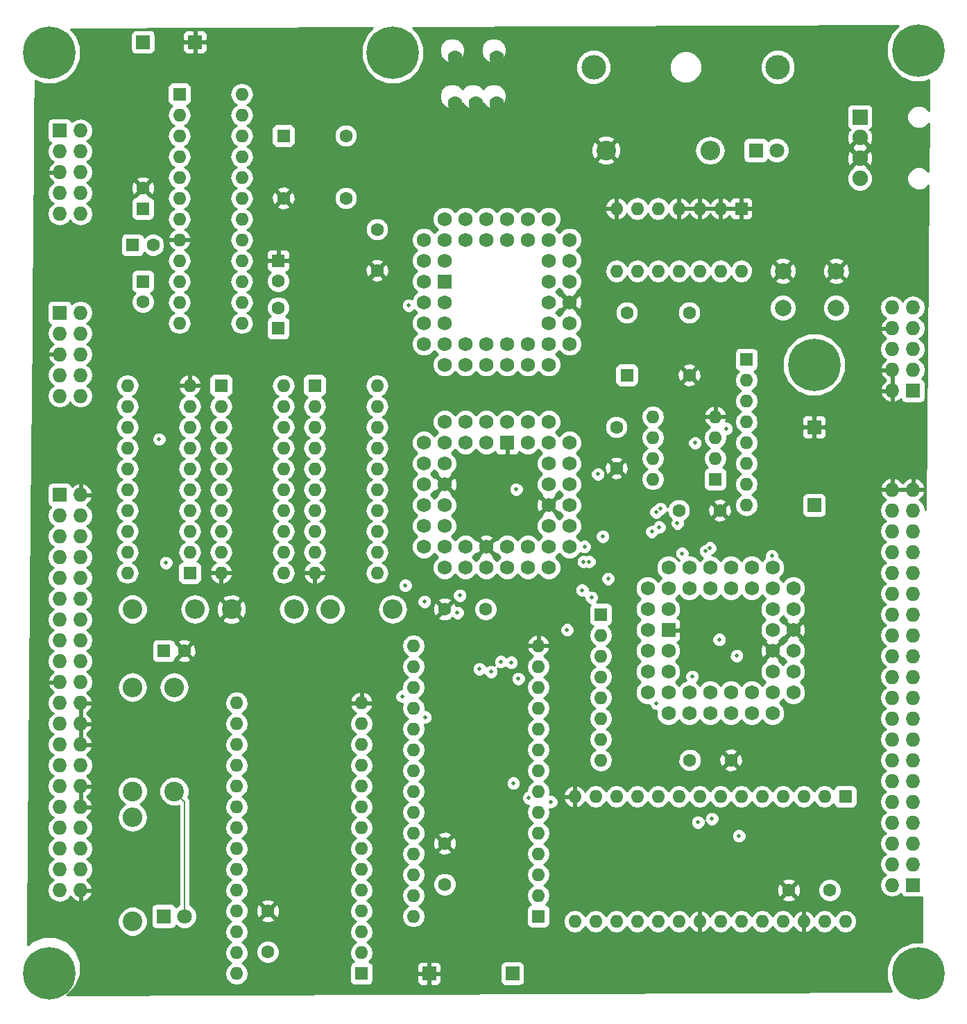
<source format=gbr>
G04 #@! TF.FileFunction,Copper,L2,Inr,Plane*
%FSLAX46Y46*%
G04 Gerber Fmt 4.6, Leading zero omitted, Abs format (unit mm)*
G04 Created by KiCad (PCBNEW 4.0.7-e2-6376~58~ubuntu16.04.1) date Tue Dec 19 13:26:44 2017*
%MOMM*%
%LPD*%
G01*
G04 APERTURE LIST*
%ADD10C,0.100000*%
%ADD11C,1.600000*%
%ADD12R,1.600000X1.600000*%
%ADD13R,1.800000X1.800000*%
%ADD14C,1.800000*%
%ADD15R,1.900000X1.900000*%
%ADD16C,1.900000*%
%ADD17R,1.727200X1.727200*%
%ADD18O,1.727200X1.727200*%
%ADD19C,6.400000*%
%ADD20C,2.400000*%
%ADD21O,2.400000X2.400000*%
%ADD22O,1.600000X1.600000*%
%ADD23C,2.000000*%
%ADD24R,1.750000X1.750000*%
%ADD25C,1.750000*%
%ADD26C,3.000000*%
%ADD27R,1.700000X1.700000*%
%ADD28C,1.778000*%
%ADD29C,0.500000*%
%ADD30C,0.150000*%
%ADD31C,0.254000*%
G04 APERTURE END LIST*
D10*
D11*
X141605000Y-110490000D03*
X136605000Y-110490000D03*
X85090000Y-128905000D03*
X85090000Y-133905000D03*
X106680000Y-120650000D03*
X106680000Y-125650000D03*
X153670000Y-126365000D03*
X148670000Y-126365000D03*
D12*
X68580000Y-47625000D03*
D11*
X71080000Y-47625000D03*
D12*
X86360000Y-49530000D03*
D11*
X86360000Y-52030000D03*
D12*
X69850000Y-43180000D03*
D11*
X69850000Y-40680000D03*
D12*
X69850000Y-52070000D03*
D11*
X69850000Y-54570000D03*
D12*
X86360000Y-57785000D03*
D11*
X86360000Y-55285000D03*
X98425000Y-45720000D03*
X98425000Y-50720000D03*
X106680000Y-92075000D03*
X111680000Y-92075000D03*
X127635000Y-69850000D03*
X127635000Y-74850000D03*
D13*
X72390000Y-129540000D03*
D14*
X74930000Y-129540000D03*
D15*
X157353000Y-32004000D03*
D16*
X157353000Y-34504000D03*
X157353000Y-37004000D03*
X157353000Y-39504000D03*
D17*
X59690000Y-33655000D03*
D18*
X62230000Y-33655000D03*
X59690000Y-36195000D03*
X62230000Y-36195000D03*
X59690000Y-38735000D03*
X62230000Y-38735000D03*
X59690000Y-41275000D03*
X62230000Y-41275000D03*
X59690000Y-43815000D03*
X62230000Y-43815000D03*
D17*
X59690000Y-55880000D03*
D18*
X62230000Y-55880000D03*
X59690000Y-58420000D03*
X62230000Y-58420000D03*
X59690000Y-60960000D03*
X62230000Y-60960000D03*
X59690000Y-63500000D03*
X62230000Y-63500000D03*
X59690000Y-66040000D03*
X62230000Y-66040000D03*
D17*
X163830000Y-65405000D03*
D18*
X161290000Y-65405000D03*
X163830000Y-62865000D03*
X161290000Y-62865000D03*
X163830000Y-60325000D03*
X161290000Y-60325000D03*
X163830000Y-57785000D03*
X161290000Y-57785000D03*
X163830000Y-55245000D03*
X161290000Y-55245000D03*
D19*
X58420000Y-24130000D03*
X100330000Y-24130000D03*
X164465000Y-23876000D03*
X164465000Y-136525000D03*
X151765000Y-62230000D03*
X58420000Y-136525000D03*
D17*
X59690000Y-78105000D03*
D18*
X62230000Y-78105000D03*
X59690000Y-80645000D03*
X62230000Y-80645000D03*
X59690000Y-83185000D03*
X62230000Y-83185000D03*
X59690000Y-85725000D03*
X62230000Y-85725000D03*
X59690000Y-88265000D03*
X62230000Y-88265000D03*
X59690000Y-90805000D03*
X62230000Y-90805000D03*
X59690000Y-93345000D03*
X62230000Y-93345000D03*
X59690000Y-95885000D03*
X62230000Y-95885000D03*
X59690000Y-98425000D03*
X62230000Y-98425000D03*
X59690000Y-100965000D03*
X62230000Y-100965000D03*
X59690000Y-103505000D03*
X62230000Y-103505000D03*
X59690000Y-106045000D03*
X62230000Y-106045000D03*
X59690000Y-108585000D03*
X62230000Y-108585000D03*
X59690000Y-111125000D03*
X62230000Y-111125000D03*
X59690000Y-113665000D03*
X62230000Y-113665000D03*
X59690000Y-116205000D03*
X62230000Y-116205000D03*
X59690000Y-118745000D03*
X62230000Y-118745000D03*
X59690000Y-121285000D03*
X62230000Y-121285000D03*
X59690000Y-123825000D03*
X62230000Y-123825000D03*
X59690000Y-126365000D03*
X62230000Y-126365000D03*
D20*
X68580000Y-114300000D03*
D21*
X68580000Y-101600000D03*
D20*
X68580000Y-130175000D03*
D21*
X68580000Y-117475000D03*
D20*
X73660000Y-114300000D03*
D21*
X73660000Y-101600000D03*
D12*
X143510000Y-61595000D03*
D22*
X143510000Y-64135000D03*
X143510000Y-66675000D03*
X143510000Y-69215000D03*
X143510000Y-71755000D03*
X143510000Y-74295000D03*
X143510000Y-76835000D03*
X143510000Y-79375000D03*
D12*
X125730000Y-92710000D03*
D22*
X125730000Y-95250000D03*
X125730000Y-97790000D03*
X125730000Y-100330000D03*
X125730000Y-102870000D03*
X125730000Y-105410000D03*
X125730000Y-107950000D03*
X125730000Y-110490000D03*
D23*
X147955000Y-55300000D03*
X147955000Y-50800000D03*
X154455000Y-55300000D03*
X154455000Y-50800000D03*
D24*
X133985000Y-94615000D03*
D25*
X133985000Y-97155000D03*
X133985000Y-99695000D03*
X133985000Y-92075000D03*
X133985000Y-89535000D03*
X133985000Y-86995000D03*
X131445000Y-97155000D03*
X131445000Y-99695000D03*
X131445000Y-102235000D03*
X131445000Y-94615000D03*
X131445000Y-92075000D03*
X131445000Y-89535000D03*
X133985000Y-102235000D03*
X136525000Y-102235000D03*
X139065000Y-102235000D03*
X141605000Y-102235000D03*
X144145000Y-102235000D03*
X133985000Y-104775000D03*
X136525000Y-104775000D03*
X139065000Y-104775000D03*
X141605000Y-104775000D03*
X144145000Y-104775000D03*
X146685000Y-104775000D03*
X146685000Y-102235000D03*
X146685000Y-99695000D03*
X146685000Y-97155000D03*
X146685000Y-94615000D03*
X146685000Y-92075000D03*
X146685000Y-89535000D03*
X149225000Y-102235000D03*
X149225000Y-99695000D03*
X149225000Y-97155000D03*
X149225000Y-94615000D03*
X149225000Y-92075000D03*
X149225000Y-89535000D03*
X144145000Y-89535000D03*
X141605000Y-89535000D03*
X139065000Y-89535000D03*
X136525000Y-89535000D03*
X131445000Y-89535000D03*
X146685000Y-86995000D03*
X144145000Y-86995000D03*
X141605000Y-86995000D03*
X139065000Y-86995000D03*
X136525000Y-86995000D03*
X133985000Y-86995000D03*
D12*
X96520000Y-136525000D03*
D22*
X81280000Y-103505000D03*
X96520000Y-133985000D03*
X81280000Y-106045000D03*
X96520000Y-131445000D03*
X81280000Y-108585000D03*
X96520000Y-128905000D03*
X81280000Y-111125000D03*
X96520000Y-126365000D03*
X81280000Y-113665000D03*
X96520000Y-123825000D03*
X81280000Y-116205000D03*
X96520000Y-121285000D03*
X81280000Y-118745000D03*
X96520000Y-118745000D03*
X81280000Y-121285000D03*
X96520000Y-116205000D03*
X81280000Y-123825000D03*
X96520000Y-113665000D03*
X81280000Y-126365000D03*
X96520000Y-111125000D03*
X81280000Y-128905000D03*
X96520000Y-108585000D03*
X81280000Y-131445000D03*
X96520000Y-106045000D03*
X81280000Y-133985000D03*
X96520000Y-103505000D03*
X81280000Y-136525000D03*
D12*
X118110000Y-129540000D03*
D22*
X102870000Y-96520000D03*
X118110000Y-127000000D03*
X102870000Y-99060000D03*
X118110000Y-124460000D03*
X102870000Y-101600000D03*
X118110000Y-121920000D03*
X102870000Y-104140000D03*
X118110000Y-119380000D03*
X102870000Y-106680000D03*
X118110000Y-116840000D03*
X102870000Y-109220000D03*
X118110000Y-114300000D03*
X102870000Y-111760000D03*
X118110000Y-111760000D03*
X102870000Y-114300000D03*
X118110000Y-109220000D03*
X102870000Y-116840000D03*
X118110000Y-106680000D03*
X102870000Y-119380000D03*
X118110000Y-104140000D03*
X102870000Y-121920000D03*
X118110000Y-101600000D03*
X102870000Y-124460000D03*
X118110000Y-99060000D03*
X102870000Y-127000000D03*
X118110000Y-96520000D03*
X102870000Y-129540000D03*
D12*
X155575000Y-114935000D03*
D22*
X122555000Y-130175000D03*
X153035000Y-114935000D03*
X125095000Y-130175000D03*
X150495000Y-114935000D03*
X127635000Y-130175000D03*
X147955000Y-114935000D03*
X130175000Y-130175000D03*
X145415000Y-114935000D03*
X132715000Y-130175000D03*
X142875000Y-114935000D03*
X135255000Y-130175000D03*
X140335000Y-114935000D03*
X137795000Y-130175000D03*
X137795000Y-114935000D03*
X140335000Y-130175000D03*
X135255000Y-114935000D03*
X142875000Y-130175000D03*
X132715000Y-114935000D03*
X145415000Y-130175000D03*
X130175000Y-114935000D03*
X147955000Y-130175000D03*
X127635000Y-114935000D03*
X150495000Y-130175000D03*
X125095000Y-114935000D03*
X153035000Y-130175000D03*
X122555000Y-114935000D03*
X155575000Y-130175000D03*
D24*
X114300000Y-71755000D03*
D25*
X111760000Y-71755000D03*
X109220000Y-71755000D03*
X116840000Y-71755000D03*
X119380000Y-71755000D03*
X121920000Y-71755000D03*
X111760000Y-69215000D03*
X109220000Y-69215000D03*
X106680000Y-69215000D03*
X114300000Y-69215000D03*
X116840000Y-69215000D03*
X119380000Y-69215000D03*
X106680000Y-71755000D03*
X106680000Y-74295000D03*
X106680000Y-76835000D03*
X106680000Y-79375000D03*
X106680000Y-81915000D03*
X104140000Y-71755000D03*
X104140000Y-74295000D03*
X104140000Y-76835000D03*
X104140000Y-79375000D03*
X104140000Y-81915000D03*
X104140000Y-84455000D03*
X106680000Y-84455000D03*
X109220000Y-84455000D03*
X111760000Y-84455000D03*
X114300000Y-84455000D03*
X116840000Y-84455000D03*
X119380000Y-84455000D03*
X106680000Y-86995000D03*
X109220000Y-86995000D03*
X111760000Y-86995000D03*
X114300000Y-86995000D03*
X116840000Y-86995000D03*
X119380000Y-86995000D03*
X119380000Y-81915000D03*
X119380000Y-79375000D03*
X119380000Y-76835000D03*
X119380000Y-74295000D03*
X119380000Y-69215000D03*
X121920000Y-84455000D03*
X121920000Y-81915000D03*
X121920000Y-79375000D03*
X121920000Y-76835000D03*
X121920000Y-74295000D03*
X121920000Y-71755000D03*
D12*
X142875000Y-43180000D03*
D22*
X127635000Y-50800000D03*
X140335000Y-43180000D03*
X130175000Y-50800000D03*
X137795000Y-43180000D03*
X132715000Y-50800000D03*
X135255000Y-43180000D03*
X135255000Y-50800000D03*
X132715000Y-43180000D03*
X137795000Y-50800000D03*
X130175000Y-43180000D03*
X140335000Y-50800000D03*
X127635000Y-43180000D03*
X142875000Y-50800000D03*
D12*
X79375000Y-64770000D03*
D22*
X86995000Y-87630000D03*
X79375000Y-67310000D03*
X86995000Y-85090000D03*
X79375000Y-69850000D03*
X86995000Y-82550000D03*
X79375000Y-72390000D03*
X86995000Y-80010000D03*
X79375000Y-74930000D03*
X86995000Y-77470000D03*
X79375000Y-77470000D03*
X86995000Y-74930000D03*
X79375000Y-80010000D03*
X86995000Y-72390000D03*
X79375000Y-82550000D03*
X86995000Y-69850000D03*
X79375000Y-85090000D03*
X86995000Y-67310000D03*
X79375000Y-87630000D03*
X86995000Y-64770000D03*
D12*
X90805000Y-64770000D03*
D22*
X98425000Y-87630000D03*
X90805000Y-67310000D03*
X98425000Y-85090000D03*
X90805000Y-69850000D03*
X98425000Y-82550000D03*
X90805000Y-72390000D03*
X98425000Y-80010000D03*
X90805000Y-74930000D03*
X98425000Y-77470000D03*
X90805000Y-77470000D03*
X98425000Y-74930000D03*
X90805000Y-80010000D03*
X98425000Y-72390000D03*
X90805000Y-82550000D03*
X98425000Y-69850000D03*
X90805000Y-85090000D03*
X98425000Y-67310000D03*
X90805000Y-87630000D03*
X98425000Y-64770000D03*
D12*
X75565000Y-87630000D03*
D22*
X67945000Y-64770000D03*
X75565000Y-85090000D03*
X67945000Y-67310000D03*
X75565000Y-82550000D03*
X67945000Y-69850000D03*
X75565000Y-80010000D03*
X67945000Y-72390000D03*
X75565000Y-77470000D03*
X67945000Y-74930000D03*
X75565000Y-74930000D03*
X67945000Y-77470000D03*
X75565000Y-72390000D03*
X67945000Y-80010000D03*
X75565000Y-69850000D03*
X67945000Y-82550000D03*
X75565000Y-67310000D03*
X67945000Y-85090000D03*
X75565000Y-64770000D03*
X67945000Y-87630000D03*
D12*
X74295000Y-29210000D03*
D22*
X81915000Y-57150000D03*
X74295000Y-31750000D03*
X81915000Y-54610000D03*
X74295000Y-34290000D03*
X81915000Y-52070000D03*
X74295000Y-36830000D03*
X81915000Y-49530000D03*
X74295000Y-39370000D03*
X81915000Y-46990000D03*
X74295000Y-41910000D03*
X81915000Y-44450000D03*
X74295000Y-44450000D03*
X81915000Y-41910000D03*
X74295000Y-46990000D03*
X81915000Y-39370000D03*
X74295000Y-49530000D03*
X81915000Y-36830000D03*
X74295000Y-52070000D03*
X81915000Y-34290000D03*
X74295000Y-54610000D03*
X81915000Y-31750000D03*
X74295000Y-57150000D03*
X81915000Y-29210000D03*
D24*
X106680000Y-52070000D03*
D25*
X106680000Y-54610000D03*
X106680000Y-57150000D03*
X106680000Y-49530000D03*
X106680000Y-46990000D03*
X106680000Y-44450000D03*
X104140000Y-54610000D03*
X104140000Y-57150000D03*
X104140000Y-59690000D03*
X104140000Y-52070000D03*
X104140000Y-49530000D03*
X104140000Y-46990000D03*
X106680000Y-59690000D03*
X109220000Y-59690000D03*
X111760000Y-59690000D03*
X114300000Y-59690000D03*
X116840000Y-59690000D03*
X106680000Y-62230000D03*
X109220000Y-62230000D03*
X111760000Y-62230000D03*
X114300000Y-62230000D03*
X116840000Y-62230000D03*
X119380000Y-62230000D03*
X119380000Y-59690000D03*
X119380000Y-57150000D03*
X119380000Y-54610000D03*
X119380000Y-52070000D03*
X119380000Y-49530000D03*
X119380000Y-46990000D03*
X121920000Y-59690000D03*
X121920000Y-57150000D03*
X121920000Y-54610000D03*
X121920000Y-52070000D03*
X121920000Y-49530000D03*
X121920000Y-46990000D03*
X116840000Y-46990000D03*
X114300000Y-46990000D03*
X111760000Y-46990000D03*
X109220000Y-46990000D03*
X104140000Y-46990000D03*
X119380000Y-44450000D03*
X116840000Y-44450000D03*
X114300000Y-44450000D03*
X111760000Y-44450000D03*
X109220000Y-44450000D03*
X106680000Y-44450000D03*
D12*
X128905000Y-63500000D03*
D11*
X128905000Y-55880000D03*
X136525000Y-55880000D03*
X136525000Y-63500000D03*
D12*
X86995000Y-34290000D03*
D11*
X94615000Y-34290000D03*
X94615000Y-41910000D03*
X86995000Y-41910000D03*
D13*
X144653000Y-36068000D03*
D14*
X147193000Y-36068000D03*
D26*
X124841000Y-25908000D03*
X147341000Y-25908000D03*
D27*
X114935000Y-136525000D03*
X104775000Y-136525000D03*
X151765000Y-79375000D03*
X151765000Y-69850000D03*
X76200000Y-22860000D03*
D20*
X126365000Y-36068000D03*
D21*
X139065000Y-36068000D03*
D27*
X69850000Y-22860000D03*
D28*
X113030000Y-24765000D03*
X107950000Y-24765000D03*
X113030000Y-30353000D03*
X110490000Y-30353000D03*
X107950000Y-30353000D03*
D12*
X72390000Y-97155000D03*
D11*
X74890000Y-97155000D03*
X135255000Y-80010000D03*
X140255000Y-80010000D03*
D17*
X163830000Y-125730000D03*
D18*
X161290000Y-125730000D03*
X163830000Y-123190000D03*
X161290000Y-123190000D03*
X163830000Y-120650000D03*
X161290000Y-120650000D03*
X163830000Y-118110000D03*
X161290000Y-118110000D03*
X163830000Y-115570000D03*
X161290000Y-115570000D03*
X163830000Y-113030000D03*
X161290000Y-113030000D03*
X163830000Y-110490000D03*
X161290000Y-110490000D03*
X163830000Y-107950000D03*
X161290000Y-107950000D03*
X163830000Y-105410000D03*
X161290000Y-105410000D03*
X163830000Y-102870000D03*
X161290000Y-102870000D03*
X163830000Y-100330000D03*
X161290000Y-100330000D03*
X163830000Y-97790000D03*
X161290000Y-97790000D03*
X163830000Y-95250000D03*
X161290000Y-95250000D03*
X163830000Y-92710000D03*
X161290000Y-92710000D03*
X163830000Y-90170000D03*
X161290000Y-90170000D03*
X163830000Y-87630000D03*
X161290000Y-87630000D03*
X163830000Y-85090000D03*
X161290000Y-85090000D03*
X163830000Y-82550000D03*
X161290000Y-82550000D03*
X163830000Y-80010000D03*
X161290000Y-80010000D03*
X163830000Y-77470000D03*
X161290000Y-77470000D03*
D20*
X92710000Y-92075000D03*
D21*
X100330000Y-92075000D03*
D20*
X68580000Y-92075000D03*
D21*
X76200000Y-92075000D03*
D20*
X80645000Y-92075000D03*
D21*
X88265000Y-92075000D03*
D12*
X139700000Y-76200000D03*
D22*
X132080000Y-68580000D03*
X139700000Y-73660000D03*
X132080000Y-71120000D03*
X139700000Y-71120000D03*
X132080000Y-73660000D03*
X139700000Y-68580000D03*
X132080000Y-76200000D03*
D29*
X125971300Y-83190600D03*
X131959400Y-82622400D03*
X140195500Y-95778700D03*
X71830500Y-71329300D03*
X135080200Y-81608600D03*
X136888600Y-100312100D03*
X139290600Y-117659100D03*
X137594100Y-118075900D03*
X119662900Y-115572400D03*
X121623000Y-94585300D03*
X142320100Y-97769500D03*
X114806700Y-98571000D03*
X104304300Y-105243300D03*
X113542800Y-98471800D03*
X101870900Y-89165000D03*
X141025700Y-70028600D03*
X115682100Y-100547200D03*
X116956300Y-115117700D03*
X112323400Y-99699200D03*
X101497000Y-102708500D03*
X123743000Y-84447000D03*
X126621700Y-88365400D03*
X110928300Y-99373100D03*
X123461000Y-89743500D03*
X133012600Y-79815100D03*
X135641700Y-85262100D03*
X146604600Y-85567500D03*
X124595000Y-90649700D03*
X142595600Y-119736100D03*
X124294700Y-86271600D03*
X132538800Y-103576200D03*
X137237600Y-71792300D03*
X108241500Y-92504000D03*
X125370700Y-75600600D03*
X102291100Y-55004200D03*
X108526500Y-90404300D03*
X123628200Y-86276300D03*
X104209400Y-91154700D03*
X132874600Y-82069000D03*
X132489800Y-80248200D03*
X115065100Y-113303200D03*
X72650900Y-86415800D03*
X115407500Y-77454500D03*
X138531400Y-84995300D03*
X139059200Y-84595800D03*
D30*
X74930000Y-115570000D02*
X74930000Y-129540000D01*
X73660000Y-114300000D02*
X74930000Y-115570000D01*
D31*
G36*
X161215741Y-21700811D02*
X160630667Y-23109825D01*
X160629336Y-24635482D01*
X161211950Y-26045515D01*
X162289811Y-27125259D01*
X163698825Y-27710333D01*
X165224482Y-27711664D01*
X165803748Y-27472316D01*
X165771310Y-31243186D01*
X165750243Y-31192200D01*
X165346923Y-30788176D01*
X164819691Y-30569250D01*
X164248813Y-30568752D01*
X163721200Y-30786757D01*
X163317176Y-31190077D01*
X163098250Y-31717309D01*
X163097752Y-32288187D01*
X163315757Y-32815800D01*
X163719077Y-33219824D01*
X164246309Y-33438750D01*
X164817187Y-33439248D01*
X165344800Y-33221243D01*
X165748824Y-32817923D01*
X165757953Y-32795938D01*
X165707600Y-38649483D01*
X165346923Y-38288176D01*
X164819691Y-38069250D01*
X164248813Y-38068752D01*
X163721200Y-38286757D01*
X163317176Y-38690077D01*
X163098250Y-39217309D01*
X163097752Y-39788187D01*
X163315757Y-40315800D01*
X163719077Y-40719824D01*
X164246309Y-40938750D01*
X164817187Y-40939248D01*
X165344800Y-40721243D01*
X165692766Y-40373883D01*
X165352065Y-79980371D01*
X165243885Y-79436511D01*
X164919029Y-78950330D01*
X164595772Y-78734336D01*
X164718490Y-78676821D01*
X165112688Y-78244947D01*
X165284958Y-77829026D01*
X165163817Y-77597000D01*
X163957000Y-77597000D01*
X163957000Y-77617000D01*
X163703000Y-77617000D01*
X163703000Y-77597000D01*
X161417000Y-77597000D01*
X161417000Y-77617000D01*
X161163000Y-77617000D01*
X161163000Y-77597000D01*
X159956183Y-77597000D01*
X159835042Y-77829026D01*
X160007312Y-78244947D01*
X160401510Y-78676821D01*
X160524228Y-78734336D01*
X160200971Y-78950330D01*
X159876115Y-79436511D01*
X159762041Y-80010000D01*
X159876115Y-80583489D01*
X160200971Y-81069670D01*
X160515752Y-81280000D01*
X160200971Y-81490330D01*
X159876115Y-81976511D01*
X159762041Y-82550000D01*
X159876115Y-83123489D01*
X160200971Y-83609670D01*
X160515752Y-83820000D01*
X160200971Y-84030330D01*
X159876115Y-84516511D01*
X159762041Y-85090000D01*
X159876115Y-85663489D01*
X160200971Y-86149670D01*
X160515752Y-86360000D01*
X160200971Y-86570330D01*
X159876115Y-87056511D01*
X159762041Y-87630000D01*
X159876115Y-88203489D01*
X160200971Y-88689670D01*
X160515752Y-88900000D01*
X160200971Y-89110330D01*
X159876115Y-89596511D01*
X159762041Y-90170000D01*
X159876115Y-90743489D01*
X160200971Y-91229670D01*
X160515752Y-91440000D01*
X160200971Y-91650330D01*
X159876115Y-92136511D01*
X159762041Y-92710000D01*
X159876115Y-93283489D01*
X160200971Y-93769670D01*
X160515752Y-93980000D01*
X160200971Y-94190330D01*
X159876115Y-94676511D01*
X159762041Y-95250000D01*
X159876115Y-95823489D01*
X160200971Y-96309670D01*
X160515752Y-96520000D01*
X160200971Y-96730330D01*
X159876115Y-97216511D01*
X159762041Y-97790000D01*
X159876115Y-98363489D01*
X160200971Y-98849670D01*
X160515752Y-99060000D01*
X160200971Y-99270330D01*
X159876115Y-99756511D01*
X159762041Y-100330000D01*
X159876115Y-100903489D01*
X160200971Y-101389670D01*
X160515752Y-101600000D01*
X160200971Y-101810330D01*
X159876115Y-102296511D01*
X159762041Y-102870000D01*
X159876115Y-103443489D01*
X160200971Y-103929670D01*
X160515752Y-104140000D01*
X160200971Y-104350330D01*
X159876115Y-104836511D01*
X159762041Y-105410000D01*
X159876115Y-105983489D01*
X160200971Y-106469670D01*
X160515752Y-106680000D01*
X160200971Y-106890330D01*
X159876115Y-107376511D01*
X159762041Y-107950000D01*
X159876115Y-108523489D01*
X160200971Y-109009670D01*
X160515752Y-109220000D01*
X160200971Y-109430330D01*
X159876115Y-109916511D01*
X159762041Y-110490000D01*
X159876115Y-111063489D01*
X160200971Y-111549670D01*
X160515752Y-111760000D01*
X160200971Y-111970330D01*
X159876115Y-112456511D01*
X159762041Y-113030000D01*
X159876115Y-113603489D01*
X160200971Y-114089670D01*
X160515752Y-114300000D01*
X160200971Y-114510330D01*
X159876115Y-114996511D01*
X159762041Y-115570000D01*
X159876115Y-116143489D01*
X160200971Y-116629670D01*
X160515752Y-116840000D01*
X160200971Y-117050330D01*
X159876115Y-117536511D01*
X159762041Y-118110000D01*
X159876115Y-118683489D01*
X160200971Y-119169670D01*
X160515752Y-119380000D01*
X160200971Y-119590330D01*
X159876115Y-120076511D01*
X159762041Y-120650000D01*
X159876115Y-121223489D01*
X160200971Y-121709670D01*
X160515752Y-121920000D01*
X160200971Y-122130330D01*
X159876115Y-122616511D01*
X159762041Y-123190000D01*
X159876115Y-123763489D01*
X160200971Y-124249670D01*
X160515752Y-124460000D01*
X160200971Y-124670330D01*
X159876115Y-125156511D01*
X159762041Y-125730000D01*
X159876115Y-126303489D01*
X160200971Y-126789670D01*
X160687152Y-127114526D01*
X161260641Y-127228600D01*
X161319359Y-127228600D01*
X161892848Y-127114526D01*
X162358442Y-126803426D01*
X162363238Y-126828917D01*
X162502310Y-127045041D01*
X162714510Y-127190031D01*
X162966400Y-127241040D01*
X164693600Y-127241040D01*
X164928917Y-127196762D01*
X164945998Y-127185771D01*
X164898646Y-132690377D01*
X163705518Y-132689336D01*
X162295485Y-133271950D01*
X161215741Y-134349811D01*
X160630667Y-135758825D01*
X160629336Y-137284482D01*
X161211950Y-138694515D01*
X161218862Y-138701439D01*
X60526147Y-139169233D01*
X60589515Y-139143050D01*
X61669259Y-138065189D01*
X62254333Y-136656175D01*
X62255664Y-135130518D01*
X61673050Y-133720485D01*
X60595189Y-132640741D01*
X59186175Y-132055667D01*
X57660518Y-132054336D01*
X56250485Y-132636950D01*
X55806673Y-133079988D01*
X55828536Y-130538403D01*
X66744682Y-130538403D01*
X67023455Y-131213086D01*
X67539199Y-131729730D01*
X68213395Y-132009681D01*
X68943403Y-132010318D01*
X69618086Y-131731545D01*
X70134730Y-131215801D01*
X70414681Y-130541605D01*
X70415318Y-129811597D01*
X70136545Y-129136914D01*
X69640497Y-128640000D01*
X70842560Y-128640000D01*
X70842560Y-130440000D01*
X70886838Y-130675317D01*
X71025910Y-130891441D01*
X71238110Y-131036431D01*
X71490000Y-131087440D01*
X73290000Y-131087440D01*
X73525317Y-131043162D01*
X73741441Y-130904090D01*
X73886431Y-130691890D01*
X73890567Y-130671466D01*
X74059357Y-130840551D01*
X74623330Y-131074733D01*
X75233991Y-131075265D01*
X75798371Y-130842068D01*
X76230551Y-130410643D01*
X76464733Y-129846670D01*
X76465265Y-129236009D01*
X76232068Y-128671629D01*
X75800643Y-128239449D01*
X75640000Y-128172744D01*
X75640000Y-115570000D01*
X75585954Y-115298295D01*
X75432046Y-115067954D01*
X75358546Y-114994454D01*
X75494681Y-114666605D01*
X75495318Y-113936597D01*
X75216545Y-113261914D01*
X74700801Y-112745270D01*
X74026605Y-112465319D01*
X73296597Y-112464682D01*
X72621914Y-112743455D01*
X72105270Y-113259199D01*
X71825319Y-113933395D01*
X71824682Y-114663403D01*
X72103455Y-115338086D01*
X72619199Y-115854730D01*
X73293395Y-116134681D01*
X74023403Y-116135318D01*
X74220000Y-116054086D01*
X74220000Y-128172494D01*
X74061629Y-128237932D01*
X73893387Y-128405880D01*
X73893162Y-128404683D01*
X73754090Y-128188559D01*
X73541890Y-128043569D01*
X73290000Y-127992560D01*
X71490000Y-127992560D01*
X71254683Y-128036838D01*
X71038559Y-128175910D01*
X70893569Y-128388110D01*
X70842560Y-128640000D01*
X69640497Y-128640000D01*
X69620801Y-128620270D01*
X68946605Y-128340319D01*
X68216597Y-128339682D01*
X67541914Y-128618455D01*
X67025270Y-129134199D01*
X66745319Y-129808395D01*
X66744682Y-130538403D01*
X55828536Y-130538403D01*
X56257726Y-80645000D01*
X58162041Y-80645000D01*
X58276115Y-81218489D01*
X58600971Y-81704670D01*
X58915752Y-81915000D01*
X58600971Y-82125330D01*
X58276115Y-82611511D01*
X58162041Y-83185000D01*
X58276115Y-83758489D01*
X58600971Y-84244670D01*
X58915752Y-84455000D01*
X58600971Y-84665330D01*
X58276115Y-85151511D01*
X58162041Y-85725000D01*
X58276115Y-86298489D01*
X58600971Y-86784670D01*
X58915752Y-86995000D01*
X58600971Y-87205330D01*
X58276115Y-87691511D01*
X58162041Y-88265000D01*
X58276115Y-88838489D01*
X58600971Y-89324670D01*
X58915752Y-89535000D01*
X58600971Y-89745330D01*
X58276115Y-90231511D01*
X58162041Y-90805000D01*
X58276115Y-91378489D01*
X58600971Y-91864670D01*
X58915752Y-92075000D01*
X58600971Y-92285330D01*
X58276115Y-92771511D01*
X58162041Y-93345000D01*
X58276115Y-93918489D01*
X58600971Y-94404670D01*
X58915752Y-94615000D01*
X58600971Y-94825330D01*
X58276115Y-95311511D01*
X58162041Y-95885000D01*
X58276115Y-96458489D01*
X58600971Y-96944670D01*
X58915752Y-97155000D01*
X58600971Y-97365330D01*
X58276115Y-97851511D01*
X58162041Y-98425000D01*
X58276115Y-98998489D01*
X58600971Y-99484670D01*
X58924228Y-99700664D01*
X58801510Y-99758179D01*
X58407312Y-100190053D01*
X58235042Y-100605974D01*
X58356183Y-100838000D01*
X59563000Y-100838000D01*
X59563000Y-100818000D01*
X59817000Y-100818000D01*
X59817000Y-100838000D01*
X59837000Y-100838000D01*
X59837000Y-101092000D01*
X59817000Y-101092000D01*
X59817000Y-101112000D01*
X59563000Y-101112000D01*
X59563000Y-101092000D01*
X58356183Y-101092000D01*
X58235042Y-101324026D01*
X58407312Y-101739947D01*
X58801510Y-102171821D01*
X58924228Y-102229336D01*
X58600971Y-102445330D01*
X58276115Y-102931511D01*
X58162041Y-103505000D01*
X58276115Y-104078489D01*
X58600971Y-104564670D01*
X58915752Y-104775000D01*
X58600971Y-104985330D01*
X58276115Y-105471511D01*
X58162041Y-106045000D01*
X58276115Y-106618489D01*
X58600971Y-107104670D01*
X58915752Y-107315000D01*
X58600971Y-107525330D01*
X58276115Y-108011511D01*
X58162041Y-108585000D01*
X58276115Y-109158489D01*
X58600971Y-109644670D01*
X58915752Y-109855000D01*
X58600971Y-110065330D01*
X58276115Y-110551511D01*
X58162041Y-111125000D01*
X58276115Y-111698489D01*
X58600971Y-112184670D01*
X58915752Y-112395000D01*
X58600971Y-112605330D01*
X58276115Y-113091511D01*
X58162041Y-113665000D01*
X58276115Y-114238489D01*
X58600971Y-114724670D01*
X58915752Y-114935000D01*
X58600971Y-115145330D01*
X58276115Y-115631511D01*
X58162041Y-116205000D01*
X58276115Y-116778489D01*
X58600971Y-117264670D01*
X58915752Y-117475000D01*
X58600971Y-117685330D01*
X58276115Y-118171511D01*
X58162041Y-118745000D01*
X58276115Y-119318489D01*
X58600971Y-119804670D01*
X58915752Y-120015000D01*
X58600971Y-120225330D01*
X58276115Y-120711511D01*
X58162041Y-121285000D01*
X58276115Y-121858489D01*
X58600971Y-122344670D01*
X58915752Y-122555000D01*
X58600971Y-122765330D01*
X58276115Y-123251511D01*
X58162041Y-123825000D01*
X58276115Y-124398489D01*
X58600971Y-124884670D01*
X58915752Y-125095000D01*
X58600971Y-125305330D01*
X58276115Y-125791511D01*
X58162041Y-126365000D01*
X58276115Y-126938489D01*
X58600971Y-127424670D01*
X59087152Y-127749526D01*
X59660641Y-127863600D01*
X59719359Y-127863600D01*
X60292848Y-127749526D01*
X60779029Y-127424670D01*
X60959992Y-127153839D01*
X61341510Y-127571821D01*
X61870973Y-127819968D01*
X62103000Y-127699469D01*
X62103000Y-126492000D01*
X62357000Y-126492000D01*
X62357000Y-127699469D01*
X62589027Y-127819968D01*
X63118490Y-127571821D01*
X63512688Y-127139947D01*
X63684958Y-126724026D01*
X63563817Y-126492000D01*
X62357000Y-126492000D01*
X62103000Y-126492000D01*
X62083000Y-126492000D01*
X62083000Y-126238000D01*
X62103000Y-126238000D01*
X62103000Y-126218000D01*
X62357000Y-126218000D01*
X62357000Y-126238000D01*
X63563817Y-126238000D01*
X63684958Y-126005974D01*
X63512688Y-125590053D01*
X63118490Y-125158179D01*
X62995772Y-125100664D01*
X63319029Y-124884670D01*
X63643885Y-124398489D01*
X63757959Y-123825000D01*
X63643885Y-123251511D01*
X63319029Y-122765330D01*
X63004248Y-122555000D01*
X63319029Y-122344670D01*
X63643885Y-121858489D01*
X63757959Y-121285000D01*
X63643885Y-120711511D01*
X63319029Y-120225330D01*
X63004248Y-120015000D01*
X63319029Y-119804670D01*
X63643885Y-119318489D01*
X63757959Y-118745000D01*
X63643885Y-118171511D01*
X63319029Y-117685330D01*
X62995772Y-117469336D01*
X63118490Y-117411821D01*
X63512688Y-116979947D01*
X63684958Y-116564026D01*
X63563817Y-116332000D01*
X62357000Y-116332000D01*
X62357000Y-116352000D01*
X62103000Y-116352000D01*
X62103000Y-116332000D01*
X62083000Y-116332000D01*
X62083000Y-116078000D01*
X62103000Y-116078000D01*
X62103000Y-113792000D01*
X62357000Y-113792000D01*
X62357000Y-116078000D01*
X63563817Y-116078000D01*
X63684958Y-115845974D01*
X63512688Y-115430053D01*
X63118490Y-114998179D01*
X62983687Y-114935000D01*
X63118490Y-114871821D01*
X63308725Y-114663403D01*
X66744682Y-114663403D01*
X67023455Y-115338086D01*
X67539199Y-115854730D01*
X67645558Y-115898894D01*
X67282459Y-116141509D01*
X66884681Y-116736826D01*
X66745000Y-117439050D01*
X66745000Y-117510950D01*
X66884681Y-118213174D01*
X67282459Y-118808491D01*
X67877776Y-119206269D01*
X68580000Y-119345950D01*
X69282224Y-119206269D01*
X69877541Y-118808491D01*
X70275319Y-118213174D01*
X70415000Y-117510950D01*
X70415000Y-117439050D01*
X70275319Y-116736826D01*
X69877541Y-116141509D01*
X69514882Y-115899188D01*
X69618086Y-115856545D01*
X70134730Y-115340801D01*
X70414681Y-114666605D01*
X70415318Y-113936597D01*
X70136545Y-113261914D01*
X69620801Y-112745270D01*
X68946605Y-112465319D01*
X68216597Y-112464682D01*
X67541914Y-112743455D01*
X67025270Y-113259199D01*
X66745319Y-113933395D01*
X66744682Y-114663403D01*
X63308725Y-114663403D01*
X63512688Y-114439947D01*
X63684958Y-114024026D01*
X63563817Y-113792000D01*
X62357000Y-113792000D01*
X62103000Y-113792000D01*
X62083000Y-113792000D01*
X62083000Y-113538000D01*
X62103000Y-113538000D01*
X62103000Y-113518000D01*
X62357000Y-113518000D01*
X62357000Y-113538000D01*
X63563817Y-113538000D01*
X63684958Y-113305974D01*
X63512688Y-112890053D01*
X63118490Y-112458179D01*
X62995772Y-112400664D01*
X63319029Y-112184670D01*
X63643885Y-111698489D01*
X63757959Y-111125000D01*
X63643885Y-110551511D01*
X63319029Y-110065330D01*
X62995772Y-109849336D01*
X63118490Y-109791821D01*
X63512688Y-109359947D01*
X63684958Y-108944026D01*
X63563817Y-108712000D01*
X62357000Y-108712000D01*
X62357000Y-108732000D01*
X62103000Y-108732000D01*
X62103000Y-108712000D01*
X62083000Y-108712000D01*
X62083000Y-108458000D01*
X62103000Y-108458000D01*
X62103000Y-106172000D01*
X62357000Y-106172000D01*
X62357000Y-108458000D01*
X63563817Y-108458000D01*
X63684958Y-108225974D01*
X63512688Y-107810053D01*
X63118490Y-107378179D01*
X62983687Y-107315000D01*
X63118490Y-107251821D01*
X63512688Y-106819947D01*
X63684958Y-106404026D01*
X63563817Y-106172000D01*
X62357000Y-106172000D01*
X62103000Y-106172000D01*
X62083000Y-106172000D01*
X62083000Y-105918000D01*
X62103000Y-105918000D01*
X62103000Y-103632000D01*
X62357000Y-103632000D01*
X62357000Y-105918000D01*
X63563817Y-105918000D01*
X63684958Y-105685974D01*
X63512688Y-105270053D01*
X63118490Y-104838179D01*
X62983687Y-104775000D01*
X63118490Y-104711821D01*
X63512688Y-104279947D01*
X63684958Y-103864026D01*
X63563817Y-103632000D01*
X62357000Y-103632000D01*
X62103000Y-103632000D01*
X62083000Y-103632000D01*
X62083000Y-103505000D01*
X79816887Y-103505000D01*
X79926120Y-104054151D01*
X80237189Y-104519698D01*
X80619275Y-104775000D01*
X80237189Y-105030302D01*
X79926120Y-105495849D01*
X79816887Y-106045000D01*
X79926120Y-106594151D01*
X80237189Y-107059698D01*
X80619275Y-107315000D01*
X80237189Y-107570302D01*
X79926120Y-108035849D01*
X79816887Y-108585000D01*
X79926120Y-109134151D01*
X80237189Y-109599698D01*
X80619275Y-109855000D01*
X80237189Y-110110302D01*
X79926120Y-110575849D01*
X79816887Y-111125000D01*
X79926120Y-111674151D01*
X80237189Y-112139698D01*
X80619275Y-112395000D01*
X80237189Y-112650302D01*
X79926120Y-113115849D01*
X79816887Y-113665000D01*
X79926120Y-114214151D01*
X80237189Y-114679698D01*
X80619275Y-114935000D01*
X80237189Y-115190302D01*
X79926120Y-115655849D01*
X79816887Y-116205000D01*
X79926120Y-116754151D01*
X80237189Y-117219698D01*
X80619275Y-117475000D01*
X80237189Y-117730302D01*
X79926120Y-118195849D01*
X79816887Y-118745000D01*
X79926120Y-119294151D01*
X80237189Y-119759698D01*
X80619275Y-120015000D01*
X80237189Y-120270302D01*
X79926120Y-120735849D01*
X79816887Y-121285000D01*
X79926120Y-121834151D01*
X80237189Y-122299698D01*
X80619275Y-122555000D01*
X80237189Y-122810302D01*
X79926120Y-123275849D01*
X79816887Y-123825000D01*
X79926120Y-124374151D01*
X80237189Y-124839698D01*
X80619275Y-125095000D01*
X80237189Y-125350302D01*
X79926120Y-125815849D01*
X79816887Y-126365000D01*
X79926120Y-126914151D01*
X80237189Y-127379698D01*
X80619275Y-127635000D01*
X80237189Y-127890302D01*
X79926120Y-128355849D01*
X79816887Y-128905000D01*
X79926120Y-129454151D01*
X80237189Y-129919698D01*
X80619275Y-130175000D01*
X80237189Y-130430302D01*
X79926120Y-130895849D01*
X79816887Y-131445000D01*
X79926120Y-131994151D01*
X80237189Y-132459698D01*
X80619275Y-132715000D01*
X80237189Y-132970302D01*
X79926120Y-133435849D01*
X79816887Y-133985000D01*
X79926120Y-134534151D01*
X80237189Y-134999698D01*
X80619275Y-135255000D01*
X80237189Y-135510302D01*
X79926120Y-135975849D01*
X79816887Y-136525000D01*
X79926120Y-137074151D01*
X80237189Y-137539698D01*
X80702736Y-137850767D01*
X81251887Y-137960000D01*
X81308113Y-137960000D01*
X81857264Y-137850767D01*
X82322811Y-137539698D01*
X82633880Y-137074151D01*
X82743113Y-136525000D01*
X82633880Y-135975849D01*
X82322811Y-135510302D01*
X81940725Y-135255000D01*
X82322811Y-134999698D01*
X82633880Y-134534151D01*
X82702497Y-134189187D01*
X83654752Y-134189187D01*
X83872757Y-134716800D01*
X84276077Y-135120824D01*
X84803309Y-135339750D01*
X85374187Y-135340248D01*
X85901800Y-135122243D01*
X86305824Y-134718923D01*
X86524750Y-134191691D01*
X86525248Y-133620813D01*
X86307243Y-133093200D01*
X85903923Y-132689176D01*
X85376691Y-132470250D01*
X84805813Y-132469752D01*
X84278200Y-132687757D01*
X83874176Y-133091077D01*
X83655250Y-133618309D01*
X83654752Y-134189187D01*
X82702497Y-134189187D01*
X82743113Y-133985000D01*
X82633880Y-133435849D01*
X82322811Y-132970302D01*
X81940725Y-132715000D01*
X82322811Y-132459698D01*
X82633880Y-131994151D01*
X82743113Y-131445000D01*
X82633880Y-130895849D01*
X82322811Y-130430302D01*
X81940725Y-130175000D01*
X82322811Y-129919698D01*
X82327456Y-129912745D01*
X84261861Y-129912745D01*
X84335995Y-130158864D01*
X84873223Y-130351965D01*
X85443454Y-130324778D01*
X85844005Y-130158864D01*
X85918139Y-129912745D01*
X85090000Y-129084605D01*
X84261861Y-129912745D01*
X82327456Y-129912745D01*
X82633880Y-129454151D01*
X82743113Y-128905000D01*
X82699994Y-128688223D01*
X83643035Y-128688223D01*
X83670222Y-129258454D01*
X83836136Y-129659005D01*
X84082255Y-129733139D01*
X84910395Y-128905000D01*
X85269605Y-128905000D01*
X86097745Y-129733139D01*
X86343864Y-129659005D01*
X86536965Y-129121777D01*
X86509778Y-128551546D01*
X86343864Y-128150995D01*
X86097745Y-128076861D01*
X85269605Y-128905000D01*
X84910395Y-128905000D01*
X84082255Y-128076861D01*
X83836136Y-128150995D01*
X83643035Y-128688223D01*
X82699994Y-128688223D01*
X82633880Y-128355849D01*
X82327457Y-127897255D01*
X84261861Y-127897255D01*
X85090000Y-128725395D01*
X85918139Y-127897255D01*
X85844005Y-127651136D01*
X85306777Y-127458035D01*
X84736546Y-127485222D01*
X84335995Y-127651136D01*
X84261861Y-127897255D01*
X82327457Y-127897255D01*
X82322811Y-127890302D01*
X81940725Y-127635000D01*
X82322811Y-127379698D01*
X82633880Y-126914151D01*
X82743113Y-126365000D01*
X82633880Y-125815849D01*
X82322811Y-125350302D01*
X81940725Y-125095000D01*
X82322811Y-124839698D01*
X82633880Y-124374151D01*
X82743113Y-123825000D01*
X82633880Y-123275849D01*
X82322811Y-122810302D01*
X81940725Y-122555000D01*
X82322811Y-122299698D01*
X82633880Y-121834151D01*
X82743113Y-121285000D01*
X82633880Y-120735849D01*
X82322811Y-120270302D01*
X81940725Y-120015000D01*
X82322811Y-119759698D01*
X82633880Y-119294151D01*
X82743113Y-118745000D01*
X82633880Y-118195849D01*
X82322811Y-117730302D01*
X81940725Y-117475000D01*
X82322811Y-117219698D01*
X82633880Y-116754151D01*
X82743113Y-116205000D01*
X82633880Y-115655849D01*
X82322811Y-115190302D01*
X81940725Y-114935000D01*
X82322811Y-114679698D01*
X82633880Y-114214151D01*
X82743113Y-113665000D01*
X82633880Y-113115849D01*
X82322811Y-112650302D01*
X81940725Y-112395000D01*
X82322811Y-112139698D01*
X82633880Y-111674151D01*
X82743113Y-111125000D01*
X82633880Y-110575849D01*
X82322811Y-110110302D01*
X81940725Y-109855000D01*
X82322811Y-109599698D01*
X82633880Y-109134151D01*
X82743113Y-108585000D01*
X82633880Y-108035849D01*
X82322811Y-107570302D01*
X81940725Y-107315000D01*
X82322811Y-107059698D01*
X82633880Y-106594151D01*
X82743113Y-106045000D01*
X95056887Y-106045000D01*
X95166120Y-106594151D01*
X95477189Y-107059698D01*
X95859275Y-107315000D01*
X95477189Y-107570302D01*
X95166120Y-108035849D01*
X95056887Y-108585000D01*
X95166120Y-109134151D01*
X95477189Y-109599698D01*
X95859275Y-109855000D01*
X95477189Y-110110302D01*
X95166120Y-110575849D01*
X95056887Y-111125000D01*
X95166120Y-111674151D01*
X95477189Y-112139698D01*
X95859275Y-112395000D01*
X95477189Y-112650302D01*
X95166120Y-113115849D01*
X95056887Y-113665000D01*
X95166120Y-114214151D01*
X95477189Y-114679698D01*
X95859275Y-114935000D01*
X95477189Y-115190302D01*
X95166120Y-115655849D01*
X95056887Y-116205000D01*
X95166120Y-116754151D01*
X95477189Y-117219698D01*
X95859275Y-117475000D01*
X95477189Y-117730302D01*
X95166120Y-118195849D01*
X95056887Y-118745000D01*
X95166120Y-119294151D01*
X95477189Y-119759698D01*
X95859275Y-120015000D01*
X95477189Y-120270302D01*
X95166120Y-120735849D01*
X95056887Y-121285000D01*
X95166120Y-121834151D01*
X95477189Y-122299698D01*
X95859275Y-122555000D01*
X95477189Y-122810302D01*
X95166120Y-123275849D01*
X95056887Y-123825000D01*
X95166120Y-124374151D01*
X95477189Y-124839698D01*
X95859275Y-125095000D01*
X95477189Y-125350302D01*
X95166120Y-125815849D01*
X95056887Y-126365000D01*
X95166120Y-126914151D01*
X95477189Y-127379698D01*
X95859275Y-127635000D01*
X95477189Y-127890302D01*
X95166120Y-128355849D01*
X95056887Y-128905000D01*
X95166120Y-129454151D01*
X95477189Y-129919698D01*
X95859275Y-130175000D01*
X95477189Y-130430302D01*
X95166120Y-130895849D01*
X95056887Y-131445000D01*
X95166120Y-131994151D01*
X95477189Y-132459698D01*
X95859275Y-132715000D01*
X95477189Y-132970302D01*
X95166120Y-133435849D01*
X95056887Y-133985000D01*
X95166120Y-134534151D01*
X95477189Y-134999698D01*
X95621465Y-135096101D01*
X95484683Y-135121838D01*
X95268559Y-135260910D01*
X95123569Y-135473110D01*
X95072560Y-135725000D01*
X95072560Y-137325000D01*
X95116838Y-137560317D01*
X95255910Y-137776441D01*
X95468110Y-137921431D01*
X95720000Y-137972440D01*
X97320000Y-137972440D01*
X97555317Y-137928162D01*
X97771441Y-137789090D01*
X97916431Y-137576890D01*
X97967440Y-137325000D01*
X97967440Y-136810750D01*
X103290000Y-136810750D01*
X103290000Y-137501310D01*
X103386673Y-137734699D01*
X103565302Y-137913327D01*
X103798691Y-138010000D01*
X104489250Y-138010000D01*
X104648000Y-137851250D01*
X104648000Y-136652000D01*
X104902000Y-136652000D01*
X104902000Y-137851250D01*
X105060750Y-138010000D01*
X105751309Y-138010000D01*
X105984698Y-137913327D01*
X106163327Y-137734699D01*
X106260000Y-137501310D01*
X106260000Y-136810750D01*
X106101250Y-136652000D01*
X104902000Y-136652000D01*
X104648000Y-136652000D01*
X103448750Y-136652000D01*
X103290000Y-136810750D01*
X97967440Y-136810750D01*
X97967440Y-135725000D01*
X97934265Y-135548690D01*
X103290000Y-135548690D01*
X103290000Y-136239250D01*
X103448750Y-136398000D01*
X104648000Y-136398000D01*
X104648000Y-135198750D01*
X104902000Y-135198750D01*
X104902000Y-136398000D01*
X106101250Y-136398000D01*
X106260000Y-136239250D01*
X106260000Y-135675000D01*
X113437560Y-135675000D01*
X113437560Y-137375000D01*
X113481838Y-137610317D01*
X113620910Y-137826441D01*
X113833110Y-137971431D01*
X114085000Y-138022440D01*
X115785000Y-138022440D01*
X116020317Y-137978162D01*
X116236441Y-137839090D01*
X116381431Y-137626890D01*
X116432440Y-137375000D01*
X116432440Y-135675000D01*
X116388162Y-135439683D01*
X116249090Y-135223559D01*
X116036890Y-135078569D01*
X115785000Y-135027560D01*
X114085000Y-135027560D01*
X113849683Y-135071838D01*
X113633559Y-135210910D01*
X113488569Y-135423110D01*
X113437560Y-135675000D01*
X106260000Y-135675000D01*
X106260000Y-135548690D01*
X106163327Y-135315301D01*
X105984698Y-135136673D01*
X105751309Y-135040000D01*
X105060750Y-135040000D01*
X104902000Y-135198750D01*
X104648000Y-135198750D01*
X104489250Y-135040000D01*
X103798691Y-135040000D01*
X103565302Y-135136673D01*
X103386673Y-135315301D01*
X103290000Y-135548690D01*
X97934265Y-135548690D01*
X97923162Y-135489683D01*
X97784090Y-135273559D01*
X97571890Y-135128569D01*
X97416911Y-135097185D01*
X97562811Y-134999698D01*
X97873880Y-134534151D01*
X97983113Y-133985000D01*
X97873880Y-133435849D01*
X97562811Y-132970302D01*
X97180725Y-132715000D01*
X97562811Y-132459698D01*
X97873880Y-131994151D01*
X97983113Y-131445000D01*
X97873880Y-130895849D01*
X97562811Y-130430302D01*
X97180725Y-130175000D01*
X97562811Y-129919698D01*
X97873880Y-129454151D01*
X97983113Y-128905000D01*
X97873880Y-128355849D01*
X97562811Y-127890302D01*
X97180725Y-127635000D01*
X97562811Y-127379698D01*
X97873880Y-126914151D01*
X97983113Y-126365000D01*
X97873880Y-125815849D01*
X97562811Y-125350302D01*
X97180725Y-125095000D01*
X97562811Y-124839698D01*
X97873880Y-124374151D01*
X97983113Y-123825000D01*
X97873880Y-123275849D01*
X97562811Y-122810302D01*
X97180725Y-122555000D01*
X97562811Y-122299698D01*
X97873880Y-121834151D01*
X97983113Y-121285000D01*
X97873880Y-120735849D01*
X97562811Y-120270302D01*
X97180725Y-120015000D01*
X97562811Y-119759698D01*
X97873880Y-119294151D01*
X97983113Y-118745000D01*
X97873880Y-118195849D01*
X97562811Y-117730302D01*
X97180725Y-117475000D01*
X97562811Y-117219698D01*
X97873880Y-116754151D01*
X97983113Y-116205000D01*
X97873880Y-115655849D01*
X97562811Y-115190302D01*
X97180725Y-114935000D01*
X97562811Y-114679698D01*
X97873880Y-114214151D01*
X97983113Y-113665000D01*
X97873880Y-113115849D01*
X97562811Y-112650302D01*
X97180725Y-112395000D01*
X97562811Y-112139698D01*
X97873880Y-111674151D01*
X97983113Y-111125000D01*
X97873880Y-110575849D01*
X97562811Y-110110302D01*
X97180725Y-109855000D01*
X97562811Y-109599698D01*
X97873880Y-109134151D01*
X97983113Y-108585000D01*
X97873880Y-108035849D01*
X97562811Y-107570302D01*
X97180725Y-107315000D01*
X97562811Y-107059698D01*
X97873880Y-106594151D01*
X97983113Y-106045000D01*
X97873880Y-105495849D01*
X97562811Y-105030302D01*
X97158297Y-104760014D01*
X97375134Y-104657389D01*
X97751041Y-104242423D01*
X97911904Y-103854039D01*
X97789915Y-103632000D01*
X96647000Y-103632000D01*
X96647000Y-103652000D01*
X96393000Y-103652000D01*
X96393000Y-103632000D01*
X95250085Y-103632000D01*
X95128096Y-103854039D01*
X95288959Y-104242423D01*
X95664866Y-104657389D01*
X95881703Y-104760014D01*
X95477189Y-105030302D01*
X95166120Y-105495849D01*
X95056887Y-106045000D01*
X82743113Y-106045000D01*
X82633880Y-105495849D01*
X82322811Y-105030302D01*
X81940725Y-104775000D01*
X82322811Y-104519698D01*
X82633880Y-104054151D01*
X82743113Y-103505000D01*
X82673685Y-103155961D01*
X95128096Y-103155961D01*
X95250085Y-103378000D01*
X96393000Y-103378000D01*
X96393000Y-102234371D01*
X96647000Y-102234371D01*
X96647000Y-103378000D01*
X97789915Y-103378000D01*
X97911904Y-103155961D01*
X97799165Y-102883765D01*
X100611847Y-102883765D01*
X100746296Y-103209157D01*
X100995033Y-103458329D01*
X101320190Y-103593346D01*
X101515589Y-103593516D01*
X101406887Y-104140000D01*
X101516120Y-104689151D01*
X101827189Y-105154698D01*
X102209275Y-105410000D01*
X101827189Y-105665302D01*
X101516120Y-106130849D01*
X101406887Y-106680000D01*
X101516120Y-107229151D01*
X101827189Y-107694698D01*
X102209275Y-107950000D01*
X101827189Y-108205302D01*
X101516120Y-108670849D01*
X101406887Y-109220000D01*
X101516120Y-109769151D01*
X101827189Y-110234698D01*
X102209275Y-110490000D01*
X101827189Y-110745302D01*
X101516120Y-111210849D01*
X101406887Y-111760000D01*
X101516120Y-112309151D01*
X101827189Y-112774698D01*
X102209275Y-113030000D01*
X101827189Y-113285302D01*
X101516120Y-113750849D01*
X101406887Y-114300000D01*
X101516120Y-114849151D01*
X101827189Y-115314698D01*
X102209275Y-115570000D01*
X101827189Y-115825302D01*
X101516120Y-116290849D01*
X101406887Y-116840000D01*
X101516120Y-117389151D01*
X101827189Y-117854698D01*
X102209275Y-118110000D01*
X101827189Y-118365302D01*
X101516120Y-118830849D01*
X101406887Y-119380000D01*
X101516120Y-119929151D01*
X101827189Y-120394698D01*
X102209275Y-120650000D01*
X101827189Y-120905302D01*
X101516120Y-121370849D01*
X101406887Y-121920000D01*
X101516120Y-122469151D01*
X101827189Y-122934698D01*
X102209275Y-123190000D01*
X101827189Y-123445302D01*
X101516120Y-123910849D01*
X101406887Y-124460000D01*
X101516120Y-125009151D01*
X101827189Y-125474698D01*
X102209275Y-125730000D01*
X101827189Y-125985302D01*
X101516120Y-126450849D01*
X101406887Y-127000000D01*
X101516120Y-127549151D01*
X101827189Y-128014698D01*
X102209275Y-128270000D01*
X101827189Y-128525302D01*
X101516120Y-128990849D01*
X101406887Y-129540000D01*
X101516120Y-130089151D01*
X101827189Y-130554698D01*
X102292736Y-130865767D01*
X102841887Y-130975000D01*
X102898113Y-130975000D01*
X103447264Y-130865767D01*
X103912811Y-130554698D01*
X104223880Y-130089151D01*
X104333113Y-129540000D01*
X104223880Y-128990849D01*
X103912811Y-128525302D01*
X103530725Y-128270000D01*
X103912811Y-128014698D01*
X104223880Y-127549151D01*
X104333113Y-127000000D01*
X104223880Y-126450849D01*
X103912811Y-125985302D01*
X103836313Y-125934187D01*
X105244752Y-125934187D01*
X105462757Y-126461800D01*
X105866077Y-126865824D01*
X106393309Y-127084750D01*
X106964187Y-127085248D01*
X107491800Y-126867243D01*
X107895824Y-126463923D01*
X108114750Y-125936691D01*
X108115248Y-125365813D01*
X107897243Y-124838200D01*
X107493923Y-124434176D01*
X106966691Y-124215250D01*
X106395813Y-124214752D01*
X105868200Y-124432757D01*
X105464176Y-124836077D01*
X105245250Y-125363309D01*
X105244752Y-125934187D01*
X103836313Y-125934187D01*
X103530725Y-125730000D01*
X103912811Y-125474698D01*
X104223880Y-125009151D01*
X104333113Y-124460000D01*
X104223880Y-123910849D01*
X103912811Y-123445302D01*
X103530725Y-123190000D01*
X103912811Y-122934698D01*
X104223880Y-122469151D01*
X104333113Y-121920000D01*
X104280948Y-121657745D01*
X105851861Y-121657745D01*
X105925995Y-121903864D01*
X106463223Y-122096965D01*
X107033454Y-122069778D01*
X107434005Y-121903864D01*
X107508139Y-121657745D01*
X106680000Y-120829605D01*
X105851861Y-121657745D01*
X104280948Y-121657745D01*
X104223880Y-121370849D01*
X103912811Y-120905302D01*
X103530725Y-120650000D01*
X103855154Y-120433223D01*
X105233035Y-120433223D01*
X105260222Y-121003454D01*
X105426136Y-121404005D01*
X105672255Y-121478139D01*
X106500395Y-120650000D01*
X106859605Y-120650000D01*
X107687745Y-121478139D01*
X107933864Y-121404005D01*
X108126965Y-120866777D01*
X108099778Y-120296546D01*
X107933864Y-119895995D01*
X107687745Y-119821861D01*
X106859605Y-120650000D01*
X106500395Y-120650000D01*
X105672255Y-119821861D01*
X105426136Y-119895995D01*
X105233035Y-120433223D01*
X103855154Y-120433223D01*
X103912811Y-120394698D01*
X104223880Y-119929151D01*
X104280947Y-119642255D01*
X105851861Y-119642255D01*
X106680000Y-120470395D01*
X107508139Y-119642255D01*
X107434005Y-119396136D01*
X106896777Y-119203035D01*
X106326546Y-119230222D01*
X105925995Y-119396136D01*
X105851861Y-119642255D01*
X104280947Y-119642255D01*
X104333113Y-119380000D01*
X104223880Y-118830849D01*
X103912811Y-118365302D01*
X103530725Y-118110000D01*
X103912811Y-117854698D01*
X104223880Y-117389151D01*
X104333113Y-116840000D01*
X104223880Y-116290849D01*
X103912811Y-115825302D01*
X103530725Y-115570000D01*
X103912811Y-115314698D01*
X103927332Y-115292965D01*
X116071147Y-115292965D01*
X116205596Y-115618357D01*
X116454333Y-115867529D01*
X116779490Y-116002546D01*
X116948660Y-116002694D01*
X116756120Y-116290849D01*
X116646887Y-116840000D01*
X116756120Y-117389151D01*
X117067189Y-117854698D01*
X117449275Y-118110000D01*
X117067189Y-118365302D01*
X116756120Y-118830849D01*
X116646887Y-119380000D01*
X116756120Y-119929151D01*
X117067189Y-120394698D01*
X117449275Y-120650000D01*
X117067189Y-120905302D01*
X116756120Y-121370849D01*
X116646887Y-121920000D01*
X116756120Y-122469151D01*
X117067189Y-122934698D01*
X117449275Y-123190000D01*
X117067189Y-123445302D01*
X116756120Y-123910849D01*
X116646887Y-124460000D01*
X116756120Y-125009151D01*
X117067189Y-125474698D01*
X117449275Y-125730000D01*
X117067189Y-125985302D01*
X116756120Y-126450849D01*
X116646887Y-127000000D01*
X116756120Y-127549151D01*
X117067189Y-128014698D01*
X117211465Y-128111101D01*
X117074683Y-128136838D01*
X116858559Y-128275910D01*
X116713569Y-128488110D01*
X116662560Y-128740000D01*
X116662560Y-130340000D01*
X116706838Y-130575317D01*
X116845910Y-130791441D01*
X117058110Y-130936431D01*
X117310000Y-130987440D01*
X118910000Y-130987440D01*
X119145317Y-130943162D01*
X119361441Y-130804090D01*
X119506431Y-130591890D01*
X119557440Y-130340000D01*
X119557440Y-130146887D01*
X121120000Y-130146887D01*
X121120000Y-130203113D01*
X121229233Y-130752264D01*
X121540302Y-131217811D01*
X122005849Y-131528880D01*
X122555000Y-131638113D01*
X123104151Y-131528880D01*
X123569698Y-131217811D01*
X123825000Y-130835725D01*
X124080302Y-131217811D01*
X124545849Y-131528880D01*
X125095000Y-131638113D01*
X125644151Y-131528880D01*
X126109698Y-131217811D01*
X126365000Y-130835725D01*
X126620302Y-131217811D01*
X127085849Y-131528880D01*
X127635000Y-131638113D01*
X128184151Y-131528880D01*
X128649698Y-131217811D01*
X128905000Y-130835725D01*
X129160302Y-131217811D01*
X129625849Y-131528880D01*
X130175000Y-131638113D01*
X130724151Y-131528880D01*
X131189698Y-131217811D01*
X131445000Y-130835725D01*
X131700302Y-131217811D01*
X132165849Y-131528880D01*
X132715000Y-131638113D01*
X133264151Y-131528880D01*
X133729698Y-131217811D01*
X133985000Y-130835725D01*
X134240302Y-131217811D01*
X134705849Y-131528880D01*
X135255000Y-131638113D01*
X135804151Y-131528880D01*
X136269698Y-131217811D01*
X136539986Y-130813297D01*
X136642611Y-131030134D01*
X137057577Y-131406041D01*
X137445961Y-131566904D01*
X137668000Y-131444915D01*
X137668000Y-130302000D01*
X137648000Y-130302000D01*
X137648000Y-130048000D01*
X137668000Y-130048000D01*
X137668000Y-128905085D01*
X137922000Y-128905085D01*
X137922000Y-130048000D01*
X137942000Y-130048000D01*
X137942000Y-130302000D01*
X137922000Y-130302000D01*
X137922000Y-131444915D01*
X138144039Y-131566904D01*
X138532423Y-131406041D01*
X138947389Y-131030134D01*
X139050014Y-130813297D01*
X139320302Y-131217811D01*
X139785849Y-131528880D01*
X140335000Y-131638113D01*
X140884151Y-131528880D01*
X141349698Y-131217811D01*
X141605000Y-130835725D01*
X141860302Y-131217811D01*
X142325849Y-131528880D01*
X142875000Y-131638113D01*
X143424151Y-131528880D01*
X143889698Y-131217811D01*
X144145000Y-130835725D01*
X144400302Y-131217811D01*
X144865849Y-131528880D01*
X145415000Y-131638113D01*
X145964151Y-131528880D01*
X146429698Y-131217811D01*
X146685000Y-130835725D01*
X146940302Y-131217811D01*
X147405849Y-131528880D01*
X147955000Y-131638113D01*
X148504151Y-131528880D01*
X148969698Y-131217811D01*
X149239986Y-130813297D01*
X149342611Y-131030134D01*
X149757577Y-131406041D01*
X150145961Y-131566904D01*
X150368000Y-131444915D01*
X150368000Y-130302000D01*
X150348000Y-130302000D01*
X150348000Y-130048000D01*
X150368000Y-130048000D01*
X150368000Y-128905085D01*
X150622000Y-128905085D01*
X150622000Y-130048000D01*
X150642000Y-130048000D01*
X150642000Y-130302000D01*
X150622000Y-130302000D01*
X150622000Y-131444915D01*
X150844039Y-131566904D01*
X151232423Y-131406041D01*
X151647389Y-131030134D01*
X151750014Y-130813297D01*
X152020302Y-131217811D01*
X152485849Y-131528880D01*
X153035000Y-131638113D01*
X153584151Y-131528880D01*
X154049698Y-131217811D01*
X154305000Y-130835725D01*
X154560302Y-131217811D01*
X155025849Y-131528880D01*
X155575000Y-131638113D01*
X156124151Y-131528880D01*
X156589698Y-131217811D01*
X156900767Y-130752264D01*
X157010000Y-130203113D01*
X157010000Y-130146887D01*
X156900767Y-129597736D01*
X156589698Y-129132189D01*
X156124151Y-128821120D01*
X155575000Y-128711887D01*
X155025849Y-128821120D01*
X154560302Y-129132189D01*
X154305000Y-129514275D01*
X154049698Y-129132189D01*
X153584151Y-128821120D01*
X153035000Y-128711887D01*
X152485849Y-128821120D01*
X152020302Y-129132189D01*
X151750014Y-129536703D01*
X151647389Y-129319866D01*
X151232423Y-128943959D01*
X150844039Y-128783096D01*
X150622000Y-128905085D01*
X150368000Y-128905085D01*
X150145961Y-128783096D01*
X149757577Y-128943959D01*
X149342611Y-129319866D01*
X149239986Y-129536703D01*
X148969698Y-129132189D01*
X148504151Y-128821120D01*
X147955000Y-128711887D01*
X147405849Y-128821120D01*
X146940302Y-129132189D01*
X146685000Y-129514275D01*
X146429698Y-129132189D01*
X145964151Y-128821120D01*
X145415000Y-128711887D01*
X144865849Y-128821120D01*
X144400302Y-129132189D01*
X144145000Y-129514275D01*
X143889698Y-129132189D01*
X143424151Y-128821120D01*
X142875000Y-128711887D01*
X142325849Y-128821120D01*
X141860302Y-129132189D01*
X141605000Y-129514275D01*
X141349698Y-129132189D01*
X140884151Y-128821120D01*
X140335000Y-128711887D01*
X139785849Y-128821120D01*
X139320302Y-129132189D01*
X139050014Y-129536703D01*
X138947389Y-129319866D01*
X138532423Y-128943959D01*
X138144039Y-128783096D01*
X137922000Y-128905085D01*
X137668000Y-128905085D01*
X137445961Y-128783096D01*
X137057577Y-128943959D01*
X136642611Y-129319866D01*
X136539986Y-129536703D01*
X136269698Y-129132189D01*
X135804151Y-128821120D01*
X135255000Y-128711887D01*
X134705849Y-128821120D01*
X134240302Y-129132189D01*
X133985000Y-129514275D01*
X133729698Y-129132189D01*
X133264151Y-128821120D01*
X132715000Y-128711887D01*
X132165849Y-128821120D01*
X131700302Y-129132189D01*
X131445000Y-129514275D01*
X131189698Y-129132189D01*
X130724151Y-128821120D01*
X130175000Y-128711887D01*
X129625849Y-128821120D01*
X129160302Y-129132189D01*
X128905000Y-129514275D01*
X128649698Y-129132189D01*
X128184151Y-128821120D01*
X127635000Y-128711887D01*
X127085849Y-128821120D01*
X126620302Y-129132189D01*
X126365000Y-129514275D01*
X126109698Y-129132189D01*
X125644151Y-128821120D01*
X125095000Y-128711887D01*
X124545849Y-128821120D01*
X124080302Y-129132189D01*
X123825000Y-129514275D01*
X123569698Y-129132189D01*
X123104151Y-128821120D01*
X122555000Y-128711887D01*
X122005849Y-128821120D01*
X121540302Y-129132189D01*
X121229233Y-129597736D01*
X121120000Y-130146887D01*
X119557440Y-130146887D01*
X119557440Y-128740000D01*
X119513162Y-128504683D01*
X119374090Y-128288559D01*
X119161890Y-128143569D01*
X119006911Y-128112185D01*
X119152811Y-128014698D01*
X119463880Y-127549151D01*
X119498969Y-127372745D01*
X147841861Y-127372745D01*
X147915995Y-127618864D01*
X148453223Y-127811965D01*
X149023454Y-127784778D01*
X149424005Y-127618864D01*
X149498139Y-127372745D01*
X148670000Y-126544605D01*
X147841861Y-127372745D01*
X119498969Y-127372745D01*
X119573113Y-127000000D01*
X119463880Y-126450849D01*
X119261672Y-126148223D01*
X147223035Y-126148223D01*
X147250222Y-126718454D01*
X147416136Y-127119005D01*
X147662255Y-127193139D01*
X148490395Y-126365000D01*
X148849605Y-126365000D01*
X149677745Y-127193139D01*
X149923864Y-127119005D01*
X150092735Y-126649187D01*
X152234752Y-126649187D01*
X152452757Y-127176800D01*
X152856077Y-127580824D01*
X153383309Y-127799750D01*
X153954187Y-127800248D01*
X154481800Y-127582243D01*
X154885824Y-127178923D01*
X155104750Y-126651691D01*
X155105248Y-126080813D01*
X154887243Y-125553200D01*
X154483923Y-125149176D01*
X153956691Y-124930250D01*
X153385813Y-124929752D01*
X152858200Y-125147757D01*
X152454176Y-125551077D01*
X152235250Y-126078309D01*
X152234752Y-126649187D01*
X150092735Y-126649187D01*
X150116965Y-126581777D01*
X150089778Y-126011546D01*
X149923864Y-125610995D01*
X149677745Y-125536861D01*
X148849605Y-126365000D01*
X148490395Y-126365000D01*
X147662255Y-125536861D01*
X147416136Y-125610995D01*
X147223035Y-126148223D01*
X119261672Y-126148223D01*
X119152811Y-125985302D01*
X118770725Y-125730000D01*
X119152811Y-125474698D01*
X119231284Y-125357255D01*
X147841861Y-125357255D01*
X148670000Y-126185395D01*
X149498139Y-125357255D01*
X149424005Y-125111136D01*
X148886777Y-124918035D01*
X148316546Y-124945222D01*
X147915995Y-125111136D01*
X147841861Y-125357255D01*
X119231284Y-125357255D01*
X119463880Y-125009151D01*
X119573113Y-124460000D01*
X119463880Y-123910849D01*
X119152811Y-123445302D01*
X118770725Y-123190000D01*
X119152811Y-122934698D01*
X119463880Y-122469151D01*
X119573113Y-121920000D01*
X119463880Y-121370849D01*
X119152811Y-120905302D01*
X118770725Y-120650000D01*
X119152811Y-120394698D01*
X119463880Y-119929151D01*
X119467417Y-119911365D01*
X141710447Y-119911365D01*
X141844896Y-120236757D01*
X142093633Y-120485929D01*
X142418790Y-120620946D01*
X142770865Y-120621253D01*
X143096257Y-120486804D01*
X143345429Y-120238067D01*
X143480446Y-119912910D01*
X143480753Y-119560835D01*
X143346304Y-119235443D01*
X143097567Y-118986271D01*
X142772410Y-118851254D01*
X142420335Y-118850947D01*
X142094943Y-118985396D01*
X141845771Y-119234133D01*
X141710754Y-119559290D01*
X141710447Y-119911365D01*
X119467417Y-119911365D01*
X119573113Y-119380000D01*
X119463880Y-118830849D01*
X119152811Y-118365302D01*
X118981994Y-118251165D01*
X136708947Y-118251165D01*
X136843396Y-118576557D01*
X137092133Y-118825729D01*
X137417290Y-118960746D01*
X137769365Y-118961053D01*
X138094757Y-118826604D01*
X138343929Y-118577867D01*
X138478946Y-118252710D01*
X138479155Y-118012753D01*
X138539896Y-118159757D01*
X138788633Y-118408929D01*
X139113790Y-118543946D01*
X139465865Y-118544253D01*
X139791257Y-118409804D01*
X140040429Y-118161067D01*
X140175446Y-117835910D01*
X140175753Y-117483835D01*
X140041304Y-117158443D01*
X139792567Y-116909271D01*
X139467410Y-116774254D01*
X139115335Y-116773947D01*
X138789943Y-116908396D01*
X138540771Y-117157133D01*
X138405754Y-117482290D01*
X138405545Y-117722247D01*
X138344804Y-117575243D01*
X138096067Y-117326071D01*
X137770910Y-117191054D01*
X137418835Y-117190747D01*
X137093443Y-117325196D01*
X136844271Y-117573933D01*
X136709254Y-117899090D01*
X136708947Y-118251165D01*
X118981994Y-118251165D01*
X118770725Y-118110000D01*
X119152811Y-117854698D01*
X119463880Y-117389151D01*
X119573113Y-116840000D01*
X119496980Y-116457255D01*
X119838165Y-116457553D01*
X120163557Y-116323104D01*
X120412729Y-116074367D01*
X120547746Y-115749210D01*
X120548053Y-115397135D01*
X120501324Y-115284041D01*
X121163086Y-115284041D01*
X121402611Y-115790134D01*
X121817577Y-116166041D01*
X122205961Y-116326904D01*
X122428000Y-116204915D01*
X122428000Y-115062000D01*
X121284371Y-115062000D01*
X121163086Y-115284041D01*
X120501324Y-115284041D01*
X120413604Y-115071743D01*
X120164867Y-114822571D01*
X119839710Y-114687554D01*
X119496083Y-114687254D01*
X119516231Y-114585959D01*
X121163086Y-114585959D01*
X121284371Y-114808000D01*
X122428000Y-114808000D01*
X122428000Y-113665085D01*
X122682000Y-113665085D01*
X122682000Y-114808000D01*
X122702000Y-114808000D01*
X122702000Y-115062000D01*
X122682000Y-115062000D01*
X122682000Y-116204915D01*
X122904039Y-116326904D01*
X123292423Y-116166041D01*
X123707389Y-115790134D01*
X123810014Y-115573297D01*
X124080302Y-115977811D01*
X124545849Y-116288880D01*
X125095000Y-116398113D01*
X125644151Y-116288880D01*
X126109698Y-115977811D01*
X126365000Y-115595725D01*
X126620302Y-115977811D01*
X127085849Y-116288880D01*
X127635000Y-116398113D01*
X128184151Y-116288880D01*
X128649698Y-115977811D01*
X128905000Y-115595725D01*
X129160302Y-115977811D01*
X129625849Y-116288880D01*
X130175000Y-116398113D01*
X130724151Y-116288880D01*
X131189698Y-115977811D01*
X131445000Y-115595725D01*
X131700302Y-115977811D01*
X132165849Y-116288880D01*
X132715000Y-116398113D01*
X133264151Y-116288880D01*
X133729698Y-115977811D01*
X133985000Y-115595725D01*
X134240302Y-115977811D01*
X134705849Y-116288880D01*
X135255000Y-116398113D01*
X135804151Y-116288880D01*
X136269698Y-115977811D01*
X136525000Y-115595725D01*
X136780302Y-115977811D01*
X137245849Y-116288880D01*
X137795000Y-116398113D01*
X138344151Y-116288880D01*
X138809698Y-115977811D01*
X139065000Y-115595725D01*
X139320302Y-115977811D01*
X139785849Y-116288880D01*
X140335000Y-116398113D01*
X140884151Y-116288880D01*
X141349698Y-115977811D01*
X141605000Y-115595725D01*
X141860302Y-115977811D01*
X142325849Y-116288880D01*
X142875000Y-116398113D01*
X143424151Y-116288880D01*
X143889698Y-115977811D01*
X144145000Y-115595725D01*
X144400302Y-115977811D01*
X144865849Y-116288880D01*
X145415000Y-116398113D01*
X145964151Y-116288880D01*
X146429698Y-115977811D01*
X146685000Y-115595725D01*
X146940302Y-115977811D01*
X147405849Y-116288880D01*
X147955000Y-116398113D01*
X148504151Y-116288880D01*
X148969698Y-115977811D01*
X149225000Y-115595725D01*
X149480302Y-115977811D01*
X149945849Y-116288880D01*
X150495000Y-116398113D01*
X151044151Y-116288880D01*
X151509698Y-115977811D01*
X151765000Y-115595725D01*
X152020302Y-115977811D01*
X152485849Y-116288880D01*
X153035000Y-116398113D01*
X153584151Y-116288880D01*
X154049698Y-115977811D01*
X154146101Y-115833535D01*
X154171838Y-115970317D01*
X154310910Y-116186441D01*
X154523110Y-116331431D01*
X154775000Y-116382440D01*
X156375000Y-116382440D01*
X156610317Y-116338162D01*
X156826441Y-116199090D01*
X156971431Y-115986890D01*
X157022440Y-115735000D01*
X157022440Y-114135000D01*
X156978162Y-113899683D01*
X156839090Y-113683559D01*
X156626890Y-113538569D01*
X156375000Y-113487560D01*
X154775000Y-113487560D01*
X154539683Y-113531838D01*
X154323559Y-113670910D01*
X154178569Y-113883110D01*
X154147185Y-114038089D01*
X154049698Y-113892189D01*
X153584151Y-113581120D01*
X153035000Y-113471887D01*
X152485849Y-113581120D01*
X152020302Y-113892189D01*
X151765000Y-114274275D01*
X151509698Y-113892189D01*
X151044151Y-113581120D01*
X150495000Y-113471887D01*
X149945849Y-113581120D01*
X149480302Y-113892189D01*
X149225000Y-114274275D01*
X148969698Y-113892189D01*
X148504151Y-113581120D01*
X147955000Y-113471887D01*
X147405849Y-113581120D01*
X146940302Y-113892189D01*
X146685000Y-114274275D01*
X146429698Y-113892189D01*
X145964151Y-113581120D01*
X145415000Y-113471887D01*
X144865849Y-113581120D01*
X144400302Y-113892189D01*
X144145000Y-114274275D01*
X143889698Y-113892189D01*
X143424151Y-113581120D01*
X142875000Y-113471887D01*
X142325849Y-113581120D01*
X141860302Y-113892189D01*
X141605000Y-114274275D01*
X141349698Y-113892189D01*
X140884151Y-113581120D01*
X140335000Y-113471887D01*
X139785849Y-113581120D01*
X139320302Y-113892189D01*
X139065000Y-114274275D01*
X138809698Y-113892189D01*
X138344151Y-113581120D01*
X137795000Y-113471887D01*
X137245849Y-113581120D01*
X136780302Y-113892189D01*
X136525000Y-114274275D01*
X136269698Y-113892189D01*
X135804151Y-113581120D01*
X135255000Y-113471887D01*
X134705849Y-113581120D01*
X134240302Y-113892189D01*
X133985000Y-114274275D01*
X133729698Y-113892189D01*
X133264151Y-113581120D01*
X132715000Y-113471887D01*
X132165849Y-113581120D01*
X131700302Y-113892189D01*
X131445000Y-114274275D01*
X131189698Y-113892189D01*
X130724151Y-113581120D01*
X130175000Y-113471887D01*
X129625849Y-113581120D01*
X129160302Y-113892189D01*
X128905000Y-114274275D01*
X128649698Y-113892189D01*
X128184151Y-113581120D01*
X127635000Y-113471887D01*
X127085849Y-113581120D01*
X126620302Y-113892189D01*
X126365000Y-114274275D01*
X126109698Y-113892189D01*
X125644151Y-113581120D01*
X125095000Y-113471887D01*
X124545849Y-113581120D01*
X124080302Y-113892189D01*
X123810014Y-114296703D01*
X123707389Y-114079866D01*
X123292423Y-113703959D01*
X122904039Y-113543096D01*
X122682000Y-113665085D01*
X122428000Y-113665085D01*
X122205961Y-113543096D01*
X121817577Y-113703959D01*
X121402611Y-114079866D01*
X121163086Y-114585959D01*
X119516231Y-114585959D01*
X119573113Y-114300000D01*
X119463880Y-113750849D01*
X119152811Y-113285302D01*
X118770725Y-113030000D01*
X119152811Y-112774698D01*
X119463880Y-112309151D01*
X119573113Y-111760000D01*
X119463880Y-111210849D01*
X119152811Y-110745302D01*
X118770725Y-110490000D01*
X119152811Y-110234698D01*
X119463880Y-109769151D01*
X119573113Y-109220000D01*
X119463880Y-108670849D01*
X119152811Y-108205302D01*
X118770725Y-107950000D01*
X119152811Y-107694698D01*
X119463880Y-107229151D01*
X119573113Y-106680000D01*
X119463880Y-106130849D01*
X119152811Y-105665302D01*
X118770725Y-105410000D01*
X119152811Y-105154698D01*
X119463880Y-104689151D01*
X119573113Y-104140000D01*
X119463880Y-103590849D01*
X119152811Y-103125302D01*
X118770725Y-102870000D01*
X119152811Y-102614698D01*
X119463880Y-102149151D01*
X119573113Y-101600000D01*
X119463880Y-101050849D01*
X119152811Y-100585302D01*
X118770725Y-100330000D01*
X119152811Y-100074698D01*
X119463880Y-99609151D01*
X119573113Y-99060000D01*
X119463880Y-98510849D01*
X119152811Y-98045302D01*
X118748297Y-97775014D01*
X118965134Y-97672389D01*
X119341041Y-97257423D01*
X119501904Y-96869039D01*
X119379915Y-96647000D01*
X118237000Y-96647000D01*
X118237000Y-96667000D01*
X117983000Y-96667000D01*
X117983000Y-96647000D01*
X116840085Y-96647000D01*
X116718096Y-96869039D01*
X116878959Y-97257423D01*
X117254866Y-97672389D01*
X117471703Y-97775014D01*
X117067189Y-98045302D01*
X116756120Y-98510849D01*
X116646887Y-99060000D01*
X116756120Y-99609151D01*
X117067189Y-100074698D01*
X117449275Y-100330000D01*
X117067189Y-100585302D01*
X116756120Y-101050849D01*
X116646887Y-101600000D01*
X116756120Y-102149151D01*
X117067189Y-102614698D01*
X117449275Y-102870000D01*
X117067189Y-103125302D01*
X116756120Y-103590849D01*
X116646887Y-104140000D01*
X116756120Y-104689151D01*
X117067189Y-105154698D01*
X117449275Y-105410000D01*
X117067189Y-105665302D01*
X116756120Y-106130849D01*
X116646887Y-106680000D01*
X116756120Y-107229151D01*
X117067189Y-107694698D01*
X117449275Y-107950000D01*
X117067189Y-108205302D01*
X116756120Y-108670849D01*
X116646887Y-109220000D01*
X116756120Y-109769151D01*
X117067189Y-110234698D01*
X117449275Y-110490000D01*
X117067189Y-110745302D01*
X116756120Y-111210849D01*
X116646887Y-111760000D01*
X116756120Y-112309151D01*
X117067189Y-112774698D01*
X117449275Y-113030000D01*
X117067189Y-113285302D01*
X116756120Y-113750849D01*
X116649493Y-114286899D01*
X116455643Y-114366996D01*
X116206471Y-114615733D01*
X116071454Y-114940890D01*
X116071147Y-115292965D01*
X103927332Y-115292965D01*
X104223880Y-114849151D01*
X104333113Y-114300000D01*
X104223880Y-113750849D01*
X104041879Y-113478465D01*
X114179947Y-113478465D01*
X114314396Y-113803857D01*
X114563133Y-114053029D01*
X114888290Y-114188046D01*
X115240365Y-114188353D01*
X115565757Y-114053904D01*
X115814929Y-113805167D01*
X115949946Y-113480010D01*
X115950253Y-113127935D01*
X115815804Y-112802543D01*
X115567067Y-112553371D01*
X115241910Y-112418354D01*
X114889835Y-112418047D01*
X114564443Y-112552496D01*
X114315271Y-112801233D01*
X114180254Y-113126390D01*
X114179947Y-113478465D01*
X104041879Y-113478465D01*
X103912811Y-113285302D01*
X103530725Y-113030000D01*
X103912811Y-112774698D01*
X104223880Y-112309151D01*
X104333113Y-111760000D01*
X104223880Y-111210849D01*
X103912811Y-110745302D01*
X103530725Y-110490000D01*
X103912811Y-110234698D01*
X104223880Y-109769151D01*
X104333113Y-109220000D01*
X104223880Y-108670849D01*
X103912811Y-108205302D01*
X103530725Y-107950000D01*
X103912811Y-107694698D01*
X104223880Y-107229151D01*
X104333113Y-106680000D01*
X104223880Y-106130849D01*
X104222129Y-106128229D01*
X104479565Y-106128453D01*
X104804957Y-105994004D01*
X105054129Y-105745267D01*
X105189146Y-105420110D01*
X105189453Y-105068035D01*
X105055004Y-104742643D01*
X104806267Y-104493471D01*
X104481110Y-104358454D01*
X104289693Y-104358287D01*
X104333113Y-104140000D01*
X104223880Y-103590849D01*
X103912811Y-103125302D01*
X103530725Y-102870000D01*
X103912811Y-102614698D01*
X104223880Y-102149151D01*
X104333113Y-101600000D01*
X104223880Y-101050849D01*
X104004461Y-100722465D01*
X114796947Y-100722465D01*
X114931396Y-101047857D01*
X115180133Y-101297029D01*
X115505290Y-101432046D01*
X115857365Y-101432353D01*
X116182757Y-101297904D01*
X116431929Y-101049167D01*
X116566946Y-100724010D01*
X116567253Y-100371935D01*
X116432804Y-100046543D01*
X116184067Y-99797371D01*
X115858910Y-99662354D01*
X115506835Y-99662047D01*
X115181443Y-99796496D01*
X114932271Y-100045233D01*
X114797254Y-100370390D01*
X114796947Y-100722465D01*
X104004461Y-100722465D01*
X103912811Y-100585302D01*
X103530725Y-100330000D01*
X103912811Y-100074698D01*
X104223880Y-99609151D01*
X104235971Y-99548365D01*
X110043147Y-99548365D01*
X110177596Y-99873757D01*
X110426333Y-100122929D01*
X110751490Y-100257946D01*
X111103565Y-100258253D01*
X111428957Y-100123804D01*
X111508473Y-100044426D01*
X111572696Y-100199857D01*
X111821433Y-100449029D01*
X112146590Y-100584046D01*
X112498665Y-100584353D01*
X112824057Y-100449904D01*
X113073229Y-100201167D01*
X113208246Y-99876010D01*
X113208553Y-99523935D01*
X113092509Y-99243087D01*
X113365990Y-99356646D01*
X113718065Y-99356953D01*
X114043457Y-99222504D01*
X114125161Y-99140943D01*
X114304733Y-99320829D01*
X114629890Y-99455846D01*
X114981965Y-99456153D01*
X115307357Y-99321704D01*
X115556529Y-99072967D01*
X115691546Y-98747810D01*
X115691853Y-98395735D01*
X115557404Y-98070343D01*
X115308667Y-97821171D01*
X114983510Y-97686154D01*
X114631435Y-97685847D01*
X114306043Y-97820296D01*
X114224339Y-97901857D01*
X114044767Y-97721971D01*
X113719610Y-97586954D01*
X113367535Y-97586647D01*
X113042143Y-97721096D01*
X112792971Y-97969833D01*
X112657954Y-98294990D01*
X112657647Y-98647065D01*
X112773691Y-98927913D01*
X112500210Y-98814354D01*
X112148135Y-98814047D01*
X111822743Y-98948496D01*
X111743227Y-99027874D01*
X111679004Y-98872443D01*
X111430267Y-98623271D01*
X111105110Y-98488254D01*
X110753035Y-98487947D01*
X110427643Y-98622396D01*
X110178471Y-98871133D01*
X110043454Y-99196290D01*
X110043147Y-99548365D01*
X104235971Y-99548365D01*
X104333113Y-99060000D01*
X104223880Y-98510849D01*
X103912811Y-98045302D01*
X103530725Y-97790000D01*
X103912811Y-97534698D01*
X104223880Y-97069151D01*
X104333113Y-96520000D01*
X104263685Y-96170961D01*
X116718096Y-96170961D01*
X116840085Y-96393000D01*
X117983000Y-96393000D01*
X117983000Y-95249371D01*
X118237000Y-95249371D01*
X118237000Y-96393000D01*
X119379915Y-96393000D01*
X119501904Y-96170961D01*
X119341041Y-95782577D01*
X118965134Y-95367611D01*
X118459041Y-95128086D01*
X118237000Y-95249371D01*
X117983000Y-95249371D01*
X117760959Y-95128086D01*
X117254866Y-95367611D01*
X116878959Y-95782577D01*
X116718096Y-96170961D01*
X104263685Y-96170961D01*
X104223880Y-95970849D01*
X103912811Y-95505302D01*
X103447264Y-95194233D01*
X102898113Y-95085000D01*
X102841887Y-95085000D01*
X102292736Y-95194233D01*
X101827189Y-95505302D01*
X101516120Y-95970849D01*
X101406887Y-96520000D01*
X101516120Y-97069151D01*
X101827189Y-97534698D01*
X102209275Y-97790000D01*
X101827189Y-98045302D01*
X101516120Y-98510849D01*
X101406887Y-99060000D01*
X101516120Y-99609151D01*
X101827189Y-100074698D01*
X102209275Y-100330000D01*
X101827189Y-100585302D01*
X101516120Y-101050849D01*
X101406887Y-101600000D01*
X101451336Y-101823460D01*
X101321735Y-101823347D01*
X100996343Y-101957796D01*
X100747171Y-102206533D01*
X100612154Y-102531690D01*
X100611847Y-102883765D01*
X97799165Y-102883765D01*
X97751041Y-102767577D01*
X97375134Y-102352611D01*
X96869041Y-102113086D01*
X96647000Y-102234371D01*
X96393000Y-102234371D01*
X96170959Y-102113086D01*
X95664866Y-102352611D01*
X95288959Y-102767577D01*
X95128096Y-103155961D01*
X82673685Y-103155961D01*
X82633880Y-102955849D01*
X82322811Y-102490302D01*
X81857264Y-102179233D01*
X81308113Y-102070000D01*
X81251887Y-102070000D01*
X80702736Y-102179233D01*
X80237189Y-102490302D01*
X79926120Y-102955849D01*
X79816887Y-103505000D01*
X62083000Y-103505000D01*
X62083000Y-103378000D01*
X62103000Y-103378000D01*
X62103000Y-103358000D01*
X62357000Y-103358000D01*
X62357000Y-103378000D01*
X63563817Y-103378000D01*
X63684958Y-103145974D01*
X63512688Y-102730053D01*
X63118490Y-102298179D01*
X62995772Y-102240664D01*
X63319029Y-102024670D01*
X63626805Y-101564050D01*
X66745000Y-101564050D01*
X66745000Y-101635950D01*
X66884681Y-102338174D01*
X67282459Y-102933491D01*
X67877776Y-103331269D01*
X68580000Y-103470950D01*
X69282224Y-103331269D01*
X69877541Y-102933491D01*
X70275319Y-102338174D01*
X70415000Y-101635950D01*
X70415000Y-101564050D01*
X71825000Y-101564050D01*
X71825000Y-101635950D01*
X71964681Y-102338174D01*
X72362459Y-102933491D01*
X72957776Y-103331269D01*
X73660000Y-103470950D01*
X74362224Y-103331269D01*
X74957541Y-102933491D01*
X75355319Y-102338174D01*
X75495000Y-101635950D01*
X75495000Y-101564050D01*
X75355319Y-100861826D01*
X74957541Y-100266509D01*
X74362224Y-99868731D01*
X73660000Y-99729050D01*
X72957776Y-99868731D01*
X72362459Y-100266509D01*
X71964681Y-100861826D01*
X71825000Y-101564050D01*
X70415000Y-101564050D01*
X70275319Y-100861826D01*
X69877541Y-100266509D01*
X69282224Y-99868731D01*
X68580000Y-99729050D01*
X67877776Y-99868731D01*
X67282459Y-100266509D01*
X66884681Y-100861826D01*
X66745000Y-101564050D01*
X63626805Y-101564050D01*
X63643885Y-101538489D01*
X63757959Y-100965000D01*
X63643885Y-100391511D01*
X63319029Y-99905330D01*
X63004248Y-99695000D01*
X63319029Y-99484670D01*
X63643885Y-98998489D01*
X63757959Y-98425000D01*
X63643885Y-97851511D01*
X63319029Y-97365330D01*
X63004248Y-97155000D01*
X63319029Y-96944670D01*
X63643885Y-96458489D01*
X63664470Y-96355000D01*
X70942560Y-96355000D01*
X70942560Y-97955000D01*
X70986838Y-98190317D01*
X71125910Y-98406441D01*
X71338110Y-98551431D01*
X71590000Y-98602440D01*
X73190000Y-98602440D01*
X73425317Y-98558162D01*
X73641441Y-98419090D01*
X73786431Y-98206890D01*
X73795370Y-98162745D01*
X74061861Y-98162745D01*
X74135995Y-98408864D01*
X74673223Y-98601965D01*
X75243454Y-98574778D01*
X75644005Y-98408864D01*
X75718139Y-98162745D01*
X74890000Y-97334605D01*
X74061861Y-98162745D01*
X73795370Y-98162745D01*
X73834646Y-97968799D01*
X73882255Y-97983139D01*
X74710395Y-97155000D01*
X75069605Y-97155000D01*
X75897745Y-97983139D01*
X76143864Y-97909005D01*
X76336965Y-97371777D01*
X76309778Y-96801546D01*
X76143864Y-96400995D01*
X75897745Y-96326861D01*
X75069605Y-97155000D01*
X74710395Y-97155000D01*
X73882255Y-96326861D01*
X73834833Y-96341145D01*
X73798351Y-96147255D01*
X74061861Y-96147255D01*
X74890000Y-96975395D01*
X75718139Y-96147255D01*
X75644005Y-95901136D01*
X75106777Y-95708035D01*
X74536546Y-95735222D01*
X74135995Y-95901136D01*
X74061861Y-96147255D01*
X73798351Y-96147255D01*
X73793162Y-96119683D01*
X73654090Y-95903559D01*
X73441890Y-95758569D01*
X73190000Y-95707560D01*
X71590000Y-95707560D01*
X71354683Y-95751838D01*
X71138559Y-95890910D01*
X70993569Y-96103110D01*
X70942560Y-96355000D01*
X63664470Y-96355000D01*
X63757959Y-95885000D01*
X63643885Y-95311511D01*
X63319029Y-94825330D01*
X63222102Y-94760565D01*
X120737847Y-94760565D01*
X120872296Y-95085957D01*
X121121033Y-95335129D01*
X121446190Y-95470146D01*
X121798265Y-95470453D01*
X122123657Y-95336004D01*
X122372829Y-95087267D01*
X122507846Y-94762110D01*
X122508153Y-94410035D01*
X122373704Y-94084643D01*
X122124967Y-93835471D01*
X121799810Y-93700454D01*
X121447735Y-93700147D01*
X121122343Y-93834596D01*
X120873171Y-94083333D01*
X120738154Y-94408490D01*
X120737847Y-94760565D01*
X63222102Y-94760565D01*
X63004248Y-94615000D01*
X63319029Y-94404670D01*
X63643885Y-93918489D01*
X63757959Y-93345000D01*
X63643885Y-92771511D01*
X63421310Y-92438403D01*
X66744682Y-92438403D01*
X67023455Y-93113086D01*
X67539199Y-93629730D01*
X68213395Y-93909681D01*
X68943403Y-93910318D01*
X69618086Y-93631545D01*
X70134730Y-93115801D01*
X70414681Y-92441605D01*
X70415000Y-92075000D01*
X74329050Y-92075000D01*
X74468731Y-92777224D01*
X74866509Y-93372541D01*
X75461826Y-93770319D01*
X76164050Y-93910000D01*
X76235950Y-93910000D01*
X76938174Y-93770319D01*
X77533491Y-93372541D01*
X77533735Y-93372175D01*
X79527430Y-93372175D01*
X79650565Y-93659788D01*
X80332734Y-93919707D01*
X81062443Y-93898786D01*
X81639435Y-93659788D01*
X81762570Y-93372175D01*
X80645000Y-92254605D01*
X79527430Y-93372175D01*
X77533735Y-93372175D01*
X77931269Y-92777224D01*
X78070950Y-92075000D01*
X78008837Y-91762734D01*
X78800293Y-91762734D01*
X78821214Y-92492443D01*
X79060212Y-93069435D01*
X79347825Y-93192570D01*
X80465395Y-92075000D01*
X80824605Y-92075000D01*
X81942175Y-93192570D01*
X82229788Y-93069435D01*
X82489707Y-92387266D01*
X82480755Y-92075000D01*
X86394050Y-92075000D01*
X86533731Y-92777224D01*
X86931509Y-93372541D01*
X87526826Y-93770319D01*
X88229050Y-93910000D01*
X88300950Y-93910000D01*
X89003174Y-93770319D01*
X89598491Y-93372541D01*
X89996269Y-92777224D01*
X90063664Y-92438403D01*
X90874682Y-92438403D01*
X91153455Y-93113086D01*
X91669199Y-93629730D01*
X92343395Y-93909681D01*
X93073403Y-93910318D01*
X93748086Y-93631545D01*
X94264730Y-93115801D01*
X94544681Y-92441605D01*
X94545000Y-92075000D01*
X98459050Y-92075000D01*
X98598731Y-92777224D01*
X98996509Y-93372541D01*
X99591826Y-93770319D01*
X100294050Y-93910000D01*
X100365950Y-93910000D01*
X101068174Y-93770319D01*
X101663491Y-93372541D01*
X101857126Y-93082745D01*
X105851861Y-93082745D01*
X105925995Y-93328864D01*
X106463223Y-93521965D01*
X107033454Y-93494778D01*
X107434005Y-93328864D01*
X107508139Y-93082747D01*
X107623014Y-93197622D01*
X107653245Y-93167391D01*
X107739533Y-93253829D01*
X108064690Y-93388846D01*
X108416765Y-93389153D01*
X108742157Y-93254704D01*
X108991329Y-93005967D01*
X109126346Y-92680810D01*
X109126626Y-92359187D01*
X110244752Y-92359187D01*
X110462757Y-92886800D01*
X110866077Y-93290824D01*
X111393309Y-93509750D01*
X111964187Y-93510248D01*
X112491800Y-93292243D01*
X112895824Y-92888923D01*
X113114750Y-92361691D01*
X113115248Y-91790813D01*
X112897243Y-91263200D01*
X112493923Y-90859176D01*
X111966691Y-90640250D01*
X111395813Y-90639752D01*
X110868200Y-90857757D01*
X110464176Y-91261077D01*
X110245250Y-91788309D01*
X110244752Y-92359187D01*
X109126626Y-92359187D01*
X109126653Y-92328735D01*
X108992204Y-92003343D01*
X108743467Y-91754171D01*
X108418310Y-91619154D01*
X108066235Y-91618847D01*
X108058553Y-91622021D01*
X107933864Y-91320995D01*
X107687745Y-91246861D01*
X106859605Y-92075000D01*
X106873748Y-92089142D01*
X106694142Y-92268748D01*
X106680000Y-92254605D01*
X105851861Y-93082745D01*
X101857126Y-93082745D01*
X102061269Y-92777224D01*
X102200950Y-92075000D01*
X102061269Y-91372776D01*
X102032664Y-91329965D01*
X103324247Y-91329965D01*
X103458696Y-91655357D01*
X103707433Y-91904529D01*
X104032590Y-92039546D01*
X104384665Y-92039853D01*
X104710057Y-91905404D01*
X104757320Y-91858223D01*
X105233035Y-91858223D01*
X105260222Y-92428454D01*
X105426136Y-92829005D01*
X105672255Y-92903139D01*
X106500395Y-92075000D01*
X105672255Y-91246861D01*
X105426136Y-91320995D01*
X105233035Y-91858223D01*
X104757320Y-91858223D01*
X104959229Y-91656667D01*
X105094246Y-91331510D01*
X105094476Y-91067255D01*
X105851861Y-91067255D01*
X106680000Y-91895395D01*
X107508139Y-91067255D01*
X107434005Y-90821136D01*
X106896777Y-90628035D01*
X106326546Y-90655222D01*
X105925995Y-90821136D01*
X105851861Y-91067255D01*
X105094476Y-91067255D01*
X105094553Y-90979435D01*
X104960104Y-90654043D01*
X104885757Y-90579565D01*
X107641347Y-90579565D01*
X107775796Y-90904957D01*
X108024533Y-91154129D01*
X108349690Y-91289146D01*
X108701765Y-91289453D01*
X109027157Y-91155004D01*
X109276329Y-90906267D01*
X109411346Y-90581110D01*
X109411653Y-90229035D01*
X109283453Y-89918765D01*
X122575847Y-89918765D01*
X122710296Y-90244157D01*
X122959033Y-90493329D01*
X123284190Y-90628346D01*
X123636265Y-90628653D01*
X123710045Y-90598168D01*
X123709847Y-90824965D01*
X123844296Y-91150357D01*
X124093033Y-91399529D01*
X124418039Y-91534483D01*
X124333569Y-91658110D01*
X124282560Y-91910000D01*
X124282560Y-93510000D01*
X124326838Y-93745317D01*
X124465910Y-93961441D01*
X124678110Y-94106431D01*
X124822375Y-94135645D01*
X124715302Y-94207189D01*
X124404233Y-94672736D01*
X124295000Y-95221887D01*
X124295000Y-95278113D01*
X124404233Y-95827264D01*
X124715302Y-96292811D01*
X125055314Y-96520000D01*
X124715302Y-96747189D01*
X124404233Y-97212736D01*
X124295000Y-97761887D01*
X124295000Y-97818113D01*
X124404233Y-98367264D01*
X124715302Y-98832811D01*
X125055314Y-99060000D01*
X124715302Y-99287189D01*
X124404233Y-99752736D01*
X124295000Y-100301887D01*
X124295000Y-100358113D01*
X124404233Y-100907264D01*
X124715302Y-101372811D01*
X125055314Y-101600000D01*
X124715302Y-101827189D01*
X124404233Y-102292736D01*
X124295000Y-102841887D01*
X124295000Y-102898113D01*
X124404233Y-103447264D01*
X124715302Y-103912811D01*
X125055314Y-104140000D01*
X124715302Y-104367189D01*
X124404233Y-104832736D01*
X124295000Y-105381887D01*
X124295000Y-105438113D01*
X124404233Y-105987264D01*
X124715302Y-106452811D01*
X125055314Y-106680000D01*
X124715302Y-106907189D01*
X124404233Y-107372736D01*
X124295000Y-107921887D01*
X124295000Y-107978113D01*
X124404233Y-108527264D01*
X124715302Y-108992811D01*
X125055314Y-109220000D01*
X124715302Y-109447189D01*
X124404233Y-109912736D01*
X124295000Y-110461887D01*
X124295000Y-110518113D01*
X124404233Y-111067264D01*
X124715302Y-111532811D01*
X125180849Y-111843880D01*
X125730000Y-111953113D01*
X126279151Y-111843880D01*
X126744698Y-111532811D01*
X127055767Y-111067264D01*
X127114063Y-110774187D01*
X135169752Y-110774187D01*
X135387757Y-111301800D01*
X135791077Y-111705824D01*
X136318309Y-111924750D01*
X136889187Y-111925248D01*
X137416800Y-111707243D01*
X137626663Y-111497745D01*
X140776861Y-111497745D01*
X140850995Y-111743864D01*
X141388223Y-111936965D01*
X141958454Y-111909778D01*
X142359005Y-111743864D01*
X142433139Y-111497745D01*
X141605000Y-110669605D01*
X140776861Y-111497745D01*
X137626663Y-111497745D01*
X137820824Y-111303923D01*
X138039750Y-110776691D01*
X138040189Y-110273223D01*
X140158035Y-110273223D01*
X140185222Y-110843454D01*
X140351136Y-111244005D01*
X140597255Y-111318139D01*
X141425395Y-110490000D01*
X141784605Y-110490000D01*
X142612745Y-111318139D01*
X142858864Y-111244005D01*
X143051965Y-110706777D01*
X143024778Y-110136546D01*
X142858864Y-109735995D01*
X142612745Y-109661861D01*
X141784605Y-110490000D01*
X141425395Y-110490000D01*
X140597255Y-109661861D01*
X140351136Y-109735995D01*
X140158035Y-110273223D01*
X138040189Y-110273223D01*
X138040248Y-110205813D01*
X137822243Y-109678200D01*
X137626640Y-109482255D01*
X140776861Y-109482255D01*
X141605000Y-110310395D01*
X142433139Y-109482255D01*
X142359005Y-109236136D01*
X141821777Y-109043035D01*
X141251546Y-109070222D01*
X140850995Y-109236136D01*
X140776861Y-109482255D01*
X137626640Y-109482255D01*
X137418923Y-109274176D01*
X136891691Y-109055250D01*
X136320813Y-109054752D01*
X135793200Y-109272757D01*
X135389176Y-109676077D01*
X135170250Y-110203309D01*
X135169752Y-110774187D01*
X127114063Y-110774187D01*
X127165000Y-110518113D01*
X127165000Y-110461887D01*
X127055767Y-109912736D01*
X126744698Y-109447189D01*
X126404686Y-109220000D01*
X126744698Y-108992811D01*
X127055767Y-108527264D01*
X127165000Y-107978113D01*
X127165000Y-107921887D01*
X127055767Y-107372736D01*
X126744698Y-106907189D01*
X126404686Y-106680000D01*
X126744698Y-106452811D01*
X127055767Y-105987264D01*
X127165000Y-105438113D01*
X127165000Y-105381887D01*
X127055767Y-104832736D01*
X126744698Y-104367189D01*
X126404686Y-104140000D01*
X126744698Y-103912811D01*
X127055767Y-103447264D01*
X127165000Y-102898113D01*
X127165000Y-102841887D01*
X127055767Y-102292736D01*
X126744698Y-101827189D01*
X126404686Y-101600000D01*
X126744698Y-101372811D01*
X127055767Y-100907264D01*
X127165000Y-100358113D01*
X127165000Y-100301887D01*
X127055767Y-99752736D01*
X126744698Y-99287189D01*
X126404686Y-99060000D01*
X126744698Y-98832811D01*
X127055767Y-98367264D01*
X127165000Y-97818113D01*
X127165000Y-97761887D01*
X127055767Y-97212736D01*
X126744698Y-96747189D01*
X126404686Y-96520000D01*
X126744698Y-96292811D01*
X127055767Y-95827264D01*
X127165000Y-95278113D01*
X127165000Y-95221887D01*
X127055767Y-94672736D01*
X126744698Y-94207189D01*
X126639428Y-94136850D01*
X126765317Y-94113162D01*
X126981441Y-93974090D01*
X127126431Y-93761890D01*
X127177440Y-93510000D01*
X127177440Y-91910000D01*
X127133162Y-91674683D01*
X126994090Y-91458559D01*
X126781890Y-91313569D01*
X126530000Y-91262560D01*
X125233742Y-91262560D01*
X125344829Y-91151667D01*
X125479846Y-90826510D01*
X125480153Y-90474435D01*
X125345704Y-90149043D01*
X125096967Y-89899871D01*
X124938429Y-89834040D01*
X129934738Y-89834040D01*
X130164138Y-90389229D01*
X130579536Y-90805353D01*
X130165630Y-91218537D01*
X129935262Y-91773325D01*
X129934738Y-92374040D01*
X130164138Y-92929229D01*
X130579536Y-93345353D01*
X130165630Y-93758537D01*
X129935262Y-94313325D01*
X129934738Y-94914040D01*
X130164138Y-95469229D01*
X130579536Y-95885353D01*
X130165630Y-96298537D01*
X129935262Y-96853325D01*
X129934738Y-97454040D01*
X130164138Y-98009229D01*
X130579536Y-98425353D01*
X130165630Y-98838537D01*
X129935262Y-99393325D01*
X129934738Y-99994040D01*
X130164138Y-100549229D01*
X130579536Y-100965353D01*
X130165630Y-101378537D01*
X129935262Y-101933325D01*
X129934738Y-102534040D01*
X130164138Y-103089229D01*
X130588537Y-103514370D01*
X131143325Y-103744738D01*
X131653652Y-103745183D01*
X131653647Y-103751465D01*
X131788096Y-104076857D01*
X132036833Y-104326029D01*
X132361990Y-104461046D01*
X132480318Y-104461149D01*
X132475262Y-104473325D01*
X132474738Y-105074040D01*
X132704138Y-105629229D01*
X133128537Y-106054370D01*
X133683325Y-106284738D01*
X134284040Y-106285262D01*
X134839229Y-106055862D01*
X135255353Y-105640464D01*
X135668537Y-106054370D01*
X136223325Y-106284738D01*
X136824040Y-106285262D01*
X137379229Y-106055862D01*
X137795353Y-105640464D01*
X138208537Y-106054370D01*
X138763325Y-106284738D01*
X139364040Y-106285262D01*
X139919229Y-106055862D01*
X140335353Y-105640464D01*
X140748537Y-106054370D01*
X141303325Y-106284738D01*
X141904040Y-106285262D01*
X142459229Y-106055862D01*
X142875353Y-105640464D01*
X143288537Y-106054370D01*
X143843325Y-106284738D01*
X144444040Y-106285262D01*
X144999229Y-106055862D01*
X145415353Y-105640464D01*
X145828537Y-106054370D01*
X146383325Y-106284738D01*
X146984040Y-106285262D01*
X147539229Y-106055862D01*
X147964370Y-105631463D01*
X148194738Y-105076675D01*
X148195262Y-104475960D01*
X147965862Y-103920771D01*
X147550464Y-103504647D01*
X147955353Y-103100464D01*
X148368537Y-103514370D01*
X148923325Y-103744738D01*
X149524040Y-103745262D01*
X150079229Y-103515862D01*
X150504370Y-103091463D01*
X150734738Y-102536675D01*
X150735262Y-101935960D01*
X150505862Y-101380771D01*
X150090464Y-100964647D01*
X150504370Y-100551463D01*
X150734738Y-99996675D01*
X150735262Y-99395960D01*
X150505862Y-98840771D01*
X150090464Y-98424647D01*
X150504370Y-98011463D01*
X150734738Y-97456675D01*
X150735262Y-96855960D01*
X150505862Y-96300771D01*
X150081463Y-95875630D01*
X150046976Y-95861310D01*
X150107455Y-95677060D01*
X149225000Y-94794605D01*
X148342545Y-95677060D01*
X148402880Y-95860871D01*
X148370771Y-95874138D01*
X147945630Y-96298537D01*
X147931310Y-96333024D01*
X147747060Y-96272545D01*
X146864605Y-97155000D01*
X147747060Y-98037455D01*
X147930871Y-97977120D01*
X147944138Y-98009229D01*
X148359536Y-98425353D01*
X147954647Y-98829536D01*
X147541463Y-98415630D01*
X147506976Y-98401310D01*
X147567455Y-98217060D01*
X146685000Y-97334605D01*
X145802545Y-98217060D01*
X145862880Y-98400871D01*
X145830771Y-98414138D01*
X145405630Y-98838537D01*
X145175262Y-99393325D01*
X145174738Y-99994040D01*
X145404138Y-100549229D01*
X145819536Y-100965353D01*
X145414647Y-101369536D01*
X145001463Y-100955630D01*
X144446675Y-100725262D01*
X143845960Y-100724738D01*
X143290771Y-100954138D01*
X142874647Y-101369536D01*
X142461463Y-100955630D01*
X141906675Y-100725262D01*
X141305960Y-100724738D01*
X140750771Y-100954138D01*
X140334647Y-101369536D01*
X139921463Y-100955630D01*
X139366675Y-100725262D01*
X138765960Y-100724738D01*
X138210771Y-100954138D01*
X137794647Y-101369536D01*
X137438940Y-101013208D01*
X137638429Y-100814067D01*
X137773446Y-100488910D01*
X137773753Y-100136835D01*
X137639304Y-99811443D01*
X137390567Y-99562271D01*
X137065410Y-99427254D01*
X136713335Y-99426947D01*
X136387943Y-99561396D01*
X136138771Y-99810133D01*
X136003754Y-100135290D01*
X136003447Y-100487365D01*
X136119673Y-100768655D01*
X135670771Y-100954138D01*
X135254647Y-101369536D01*
X134850464Y-100964647D01*
X135264370Y-100551463D01*
X135494738Y-99996675D01*
X135495262Y-99395960D01*
X135265862Y-98840771D01*
X134850464Y-98424647D01*
X135264370Y-98011463D01*
X135292065Y-97944765D01*
X141434947Y-97944765D01*
X141569396Y-98270157D01*
X141818133Y-98519329D01*
X142143290Y-98654346D01*
X142495365Y-98654653D01*
X142820757Y-98520204D01*
X143069929Y-98271467D01*
X143204946Y-97946310D01*
X143205253Y-97594235D01*
X143070804Y-97268843D01*
X142822067Y-97019671D01*
X142582770Y-96920306D01*
X145163410Y-96920306D01*
X145189421Y-97520458D01*
X145369047Y-97954116D01*
X145622940Y-98037455D01*
X146505395Y-97155000D01*
X145622940Y-96272545D01*
X145369047Y-96355884D01*
X145163410Y-96920306D01*
X142582770Y-96920306D01*
X142496910Y-96884654D01*
X142144835Y-96884347D01*
X141819443Y-97018796D01*
X141570271Y-97267533D01*
X141435254Y-97592690D01*
X141434947Y-97944765D01*
X135292065Y-97944765D01*
X135494738Y-97456675D01*
X135495262Y-96855960D01*
X135265862Y-96300771D01*
X135059949Y-96094498D01*
X135219699Y-96028327D01*
X135294060Y-95953965D01*
X139310347Y-95953965D01*
X139444796Y-96279357D01*
X139693533Y-96528529D01*
X140018690Y-96663546D01*
X140370765Y-96663853D01*
X140696157Y-96529404D01*
X140945329Y-96280667D01*
X141080346Y-95955510D01*
X141080653Y-95603435D01*
X140946204Y-95278043D01*
X140697467Y-95028871D01*
X140372310Y-94893854D01*
X140020235Y-94893547D01*
X139694843Y-95027996D01*
X139445671Y-95276733D01*
X139310654Y-95601890D01*
X139310347Y-95953965D01*
X135294060Y-95953965D01*
X135398327Y-95849698D01*
X135495000Y-95616309D01*
X135495000Y-94900750D01*
X135336250Y-94742000D01*
X134112000Y-94742000D01*
X134112000Y-94762000D01*
X133858000Y-94762000D01*
X133858000Y-94742000D01*
X133838000Y-94742000D01*
X133838000Y-94488000D01*
X133858000Y-94488000D01*
X133858000Y-94468000D01*
X134112000Y-94468000D01*
X134112000Y-94488000D01*
X135336250Y-94488000D01*
X135495000Y-94329250D01*
X135495000Y-93613691D01*
X135398327Y-93380302D01*
X135219699Y-93201673D01*
X135059967Y-93135510D01*
X135264370Y-92931463D01*
X135494738Y-92376675D01*
X135495262Y-91775960D01*
X135265862Y-91220771D01*
X134850464Y-90804647D01*
X135255353Y-90400464D01*
X135668537Y-90814370D01*
X136223325Y-91044738D01*
X136824040Y-91045262D01*
X137379229Y-90815862D01*
X137795353Y-90400464D01*
X138208537Y-90814370D01*
X138763325Y-91044738D01*
X139364040Y-91045262D01*
X139919229Y-90815862D01*
X140335353Y-90400464D01*
X140748537Y-90814370D01*
X141303325Y-91044738D01*
X141904040Y-91045262D01*
X142459229Y-90815862D01*
X142875353Y-90400464D01*
X143288537Y-90814370D01*
X143843325Y-91044738D01*
X144444040Y-91045262D01*
X144999229Y-90815862D01*
X145415353Y-90400464D01*
X145819536Y-90805353D01*
X145405630Y-91218537D01*
X145175262Y-91773325D01*
X145174738Y-92374040D01*
X145404138Y-92929229D01*
X145819536Y-93345353D01*
X145405630Y-93758537D01*
X145175262Y-94313325D01*
X145174738Y-94914040D01*
X145404138Y-95469229D01*
X145828537Y-95894370D01*
X145863024Y-95908690D01*
X145802545Y-96092940D01*
X146685000Y-96975395D01*
X147567455Y-96092940D01*
X147507120Y-95909129D01*
X147539229Y-95895862D01*
X147964370Y-95471463D01*
X147978690Y-95436976D01*
X148162940Y-95497455D01*
X149045395Y-94615000D01*
X149404605Y-94615000D01*
X150287060Y-95497455D01*
X150540953Y-95414116D01*
X150746590Y-94849694D01*
X150720579Y-94249542D01*
X150540953Y-93815884D01*
X150287060Y-93732545D01*
X149404605Y-94615000D01*
X149045395Y-94615000D01*
X148162940Y-93732545D01*
X147979129Y-93792880D01*
X147965862Y-93760771D01*
X147550464Y-93344647D01*
X147955353Y-92940464D01*
X148368537Y-93354370D01*
X148403024Y-93368690D01*
X148342545Y-93552940D01*
X149225000Y-94435395D01*
X150107455Y-93552940D01*
X150047120Y-93369129D01*
X150079229Y-93355862D01*
X150504370Y-92931463D01*
X150734738Y-92376675D01*
X150735262Y-91775960D01*
X150505862Y-91220771D01*
X150090464Y-90804647D01*
X150504370Y-90391463D01*
X150734738Y-89836675D01*
X150735262Y-89235960D01*
X150505862Y-88680771D01*
X150081463Y-88255630D01*
X149526675Y-88025262D01*
X148925960Y-88024738D01*
X148370771Y-88254138D01*
X147954647Y-88669536D01*
X147550464Y-88264647D01*
X147964370Y-87851463D01*
X148194738Y-87296675D01*
X148195262Y-86695960D01*
X147965862Y-86140771D01*
X147541463Y-85715630D01*
X147489490Y-85694049D01*
X147489753Y-85392235D01*
X147355304Y-85066843D01*
X147106567Y-84817671D01*
X146781410Y-84682654D01*
X146429335Y-84682347D01*
X146103943Y-84816796D01*
X145854771Y-85065533D01*
X145719754Y-85390690D01*
X145719447Y-85742765D01*
X145743582Y-85801175D01*
X145414647Y-86129536D01*
X145001463Y-85715630D01*
X144446675Y-85485262D01*
X143845960Y-85484738D01*
X143290771Y-85714138D01*
X142874647Y-86129536D01*
X142461463Y-85715630D01*
X141906675Y-85485262D01*
X141305960Y-85484738D01*
X140750771Y-85714138D01*
X140334647Y-86129536D01*
X139921463Y-85715630D01*
X139366675Y-85485262D01*
X139286243Y-85485192D01*
X139299091Y-85454250D01*
X139559857Y-85346504D01*
X139809029Y-85097767D01*
X139944046Y-84772610D01*
X139944353Y-84420535D01*
X139809904Y-84095143D01*
X139561167Y-83845971D01*
X139236010Y-83710954D01*
X138883935Y-83710647D01*
X138558543Y-83845096D01*
X138309371Y-84093833D01*
X138291509Y-84136850D01*
X138030743Y-84244596D01*
X137781571Y-84493333D01*
X137646554Y-84818490D01*
X137646247Y-85170565D01*
X137780696Y-85495957D01*
X138029433Y-85745129D01*
X138135575Y-85789203D01*
X137794647Y-86129536D01*
X137381463Y-85715630D01*
X136826675Y-85485262D01*
X136507415Y-85484984D01*
X136526546Y-85438910D01*
X136526853Y-85086835D01*
X136392404Y-84761443D01*
X136143667Y-84512271D01*
X135818510Y-84377254D01*
X135466435Y-84376947D01*
X135141043Y-84511396D01*
X134891871Y-84760133D01*
X134756854Y-85085290D01*
X134756547Y-85437365D01*
X134890996Y-85762757D01*
X135139733Y-86011929D01*
X135304092Y-86080177D01*
X135254647Y-86129536D01*
X134841463Y-85715630D01*
X134286675Y-85485262D01*
X133685960Y-85484738D01*
X133130771Y-85714138D01*
X132705630Y-86138537D01*
X132475262Y-86693325D01*
X132474738Y-87294040D01*
X132704138Y-87849229D01*
X133119536Y-88265353D01*
X132714647Y-88669536D01*
X132301463Y-88255630D01*
X131746675Y-88025262D01*
X131145960Y-88024738D01*
X130590771Y-88254138D01*
X130165630Y-88678537D01*
X129935262Y-89233325D01*
X129934738Y-89834040D01*
X124938429Y-89834040D01*
X124771810Y-89764854D01*
X124419735Y-89764547D01*
X124345955Y-89795032D01*
X124346153Y-89568235D01*
X124211704Y-89242843D01*
X123962967Y-88993671D01*
X123637810Y-88858654D01*
X123285735Y-88858347D01*
X122960343Y-88992796D01*
X122711171Y-89241533D01*
X122576154Y-89566690D01*
X122575847Y-89918765D01*
X109283453Y-89918765D01*
X109277204Y-89903643D01*
X109028467Y-89654471D01*
X108703310Y-89519454D01*
X108351235Y-89519147D01*
X108025843Y-89653596D01*
X107776671Y-89902333D01*
X107641654Y-90227490D01*
X107641347Y-90579565D01*
X104885757Y-90579565D01*
X104711367Y-90404871D01*
X104386210Y-90269854D01*
X104034135Y-90269547D01*
X103708743Y-90403996D01*
X103459571Y-90652733D01*
X103324554Y-90977890D01*
X103324247Y-91329965D01*
X102032664Y-91329965D01*
X101663491Y-90777459D01*
X101068174Y-90379681D01*
X100365950Y-90240000D01*
X100294050Y-90240000D01*
X99591826Y-90379681D01*
X98996509Y-90777459D01*
X98598731Y-91372776D01*
X98459050Y-92075000D01*
X94545000Y-92075000D01*
X94545318Y-91711597D01*
X94266545Y-91036914D01*
X93750801Y-90520270D01*
X93076605Y-90240319D01*
X92346597Y-90239682D01*
X91671914Y-90518455D01*
X91155270Y-91034199D01*
X90875319Y-91708395D01*
X90874682Y-92438403D01*
X90063664Y-92438403D01*
X90135950Y-92075000D01*
X89996269Y-91372776D01*
X89598491Y-90777459D01*
X89003174Y-90379681D01*
X88300950Y-90240000D01*
X88229050Y-90240000D01*
X87526826Y-90379681D01*
X86931509Y-90777459D01*
X86533731Y-91372776D01*
X86394050Y-92075000D01*
X82480755Y-92075000D01*
X82468786Y-91657557D01*
X82229788Y-91080565D01*
X81942175Y-90957430D01*
X80824605Y-92075000D01*
X80465395Y-92075000D01*
X79347825Y-90957430D01*
X79060212Y-91080565D01*
X78800293Y-91762734D01*
X78008837Y-91762734D01*
X77931269Y-91372776D01*
X77533736Y-90777825D01*
X79527430Y-90777825D01*
X80645000Y-91895395D01*
X81762570Y-90777825D01*
X81639435Y-90490212D01*
X80957266Y-90230293D01*
X80227557Y-90251214D01*
X79650565Y-90490212D01*
X79527430Y-90777825D01*
X77533736Y-90777825D01*
X77533491Y-90777459D01*
X76938174Y-90379681D01*
X76235950Y-90240000D01*
X76164050Y-90240000D01*
X75461826Y-90379681D01*
X74866509Y-90777459D01*
X74468731Y-91372776D01*
X74329050Y-92075000D01*
X70415000Y-92075000D01*
X70415318Y-91711597D01*
X70136545Y-91036914D01*
X69620801Y-90520270D01*
X68946605Y-90240319D01*
X68216597Y-90239682D01*
X67541914Y-90518455D01*
X67025270Y-91034199D01*
X66745319Y-91708395D01*
X66744682Y-92438403D01*
X63421310Y-92438403D01*
X63319029Y-92285330D01*
X63004248Y-92075000D01*
X63319029Y-91864670D01*
X63643885Y-91378489D01*
X63757959Y-90805000D01*
X63643885Y-90231511D01*
X63319029Y-89745330D01*
X63004248Y-89535000D01*
X63295689Y-89340265D01*
X100985747Y-89340265D01*
X101120196Y-89665657D01*
X101368933Y-89914829D01*
X101694090Y-90049846D01*
X102046165Y-90050153D01*
X102371557Y-89915704D01*
X102620729Y-89666967D01*
X102755746Y-89341810D01*
X102756053Y-88989735D01*
X102621604Y-88664343D01*
X102498142Y-88540665D01*
X125736547Y-88540665D01*
X125870996Y-88866057D01*
X126119733Y-89115229D01*
X126444890Y-89250246D01*
X126796965Y-89250553D01*
X127122357Y-89116104D01*
X127371529Y-88867367D01*
X127506546Y-88542210D01*
X127506853Y-88190135D01*
X127372404Y-87864743D01*
X127123667Y-87615571D01*
X126798510Y-87480554D01*
X126446435Y-87480247D01*
X126121043Y-87614696D01*
X125871871Y-87863433D01*
X125736854Y-88188590D01*
X125736547Y-88540665D01*
X102498142Y-88540665D01*
X102372867Y-88415171D01*
X102047710Y-88280154D01*
X101695635Y-88279847D01*
X101370243Y-88414296D01*
X101121071Y-88663033D01*
X100986054Y-88988190D01*
X100985747Y-89340265D01*
X63295689Y-89340265D01*
X63319029Y-89324670D01*
X63643885Y-88838489D01*
X63757959Y-88265000D01*
X63643885Y-87691511D01*
X63319029Y-87205330D01*
X63004248Y-86995000D01*
X63319029Y-86784670D01*
X63643885Y-86298489D01*
X63757959Y-85725000D01*
X63643885Y-85151511D01*
X63319029Y-84665330D01*
X63004248Y-84455000D01*
X63319029Y-84244670D01*
X63643885Y-83758489D01*
X63757959Y-83185000D01*
X63643885Y-82611511D01*
X63319029Y-82125330D01*
X63004248Y-81915000D01*
X63319029Y-81704670D01*
X63643885Y-81218489D01*
X63757959Y-80645000D01*
X63643885Y-80071511D01*
X63319029Y-79585330D01*
X62995772Y-79369336D01*
X63118490Y-79311821D01*
X63512688Y-78879947D01*
X63684958Y-78464026D01*
X63563817Y-78232000D01*
X62357000Y-78232000D01*
X62357000Y-78252000D01*
X62103000Y-78252000D01*
X62103000Y-78232000D01*
X62083000Y-78232000D01*
X62083000Y-77978000D01*
X62103000Y-77978000D01*
X62103000Y-76770531D01*
X62357000Y-76770531D01*
X62357000Y-77978000D01*
X63563817Y-77978000D01*
X63684958Y-77745974D01*
X63512688Y-77330053D01*
X63118490Y-76898179D01*
X62589027Y-76650032D01*
X62357000Y-76770531D01*
X62103000Y-76770531D01*
X61870973Y-76650032D01*
X61341510Y-76898179D01*
X61171505Y-77084433D01*
X61156762Y-77006083D01*
X61017690Y-76789959D01*
X60805490Y-76644969D01*
X60553600Y-76593960D01*
X58826400Y-76593960D01*
X58591083Y-76638238D01*
X58374959Y-76777310D01*
X58229969Y-76989510D01*
X58178960Y-77241400D01*
X58178960Y-78968600D01*
X58223238Y-79203917D01*
X58362310Y-79420041D01*
X58574510Y-79565031D01*
X58618131Y-79573864D01*
X58600971Y-79585330D01*
X58276115Y-80071511D01*
X58162041Y-80645000D01*
X56257726Y-80645000D01*
X56448909Y-58420000D01*
X58162041Y-58420000D01*
X58276115Y-58993489D01*
X58600971Y-59479670D01*
X58924228Y-59695664D01*
X58801510Y-59753179D01*
X58407312Y-60185053D01*
X58235042Y-60600974D01*
X58356183Y-60833000D01*
X59563000Y-60833000D01*
X59563000Y-60813000D01*
X59817000Y-60813000D01*
X59817000Y-60833000D01*
X59837000Y-60833000D01*
X59837000Y-61087000D01*
X59817000Y-61087000D01*
X59817000Y-61107000D01*
X59563000Y-61107000D01*
X59563000Y-61087000D01*
X58356183Y-61087000D01*
X58235042Y-61319026D01*
X58407312Y-61734947D01*
X58801510Y-62166821D01*
X58924228Y-62224336D01*
X58600971Y-62440330D01*
X58276115Y-62926511D01*
X58162041Y-63500000D01*
X58276115Y-64073489D01*
X58600971Y-64559670D01*
X58915752Y-64770000D01*
X58600971Y-64980330D01*
X58276115Y-65466511D01*
X58162041Y-66040000D01*
X58276115Y-66613489D01*
X58600971Y-67099670D01*
X59087152Y-67424526D01*
X59660641Y-67538600D01*
X59719359Y-67538600D01*
X60292848Y-67424526D01*
X60779029Y-67099670D01*
X60960000Y-66828828D01*
X61140971Y-67099670D01*
X61627152Y-67424526D01*
X62200641Y-67538600D01*
X62259359Y-67538600D01*
X62832848Y-67424526D01*
X63319029Y-67099670D01*
X63643885Y-66613489D01*
X63757959Y-66040000D01*
X63643885Y-65466511D01*
X63319029Y-64980330D01*
X63004248Y-64770000D01*
X66481887Y-64770000D01*
X66591120Y-65319151D01*
X66902189Y-65784698D01*
X67284275Y-66040000D01*
X66902189Y-66295302D01*
X66591120Y-66760849D01*
X66481887Y-67310000D01*
X66591120Y-67859151D01*
X66902189Y-68324698D01*
X67284275Y-68580000D01*
X66902189Y-68835302D01*
X66591120Y-69300849D01*
X66481887Y-69850000D01*
X66591120Y-70399151D01*
X66902189Y-70864698D01*
X67284275Y-71120000D01*
X66902189Y-71375302D01*
X66591120Y-71840849D01*
X66481887Y-72390000D01*
X66591120Y-72939151D01*
X66902189Y-73404698D01*
X67284275Y-73660000D01*
X66902189Y-73915302D01*
X66591120Y-74380849D01*
X66481887Y-74930000D01*
X66591120Y-75479151D01*
X66902189Y-75944698D01*
X67284275Y-76200000D01*
X66902189Y-76455302D01*
X66591120Y-76920849D01*
X66481887Y-77470000D01*
X66591120Y-78019151D01*
X66902189Y-78484698D01*
X67284275Y-78740000D01*
X66902189Y-78995302D01*
X66591120Y-79460849D01*
X66481887Y-80010000D01*
X66591120Y-80559151D01*
X66902189Y-81024698D01*
X67284275Y-81280000D01*
X66902189Y-81535302D01*
X66591120Y-82000849D01*
X66481887Y-82550000D01*
X66591120Y-83099151D01*
X66902189Y-83564698D01*
X67284275Y-83820000D01*
X66902189Y-84075302D01*
X66591120Y-84540849D01*
X66481887Y-85090000D01*
X66591120Y-85639151D01*
X66902189Y-86104698D01*
X67284275Y-86360000D01*
X66902189Y-86615302D01*
X66591120Y-87080849D01*
X66481887Y-87630000D01*
X66591120Y-88179151D01*
X66902189Y-88644698D01*
X67367736Y-88955767D01*
X67916887Y-89065000D01*
X67973113Y-89065000D01*
X68522264Y-88955767D01*
X68987811Y-88644698D01*
X69298880Y-88179151D01*
X69408113Y-87630000D01*
X69298880Y-87080849D01*
X68987811Y-86615302D01*
X68951538Y-86591065D01*
X71765747Y-86591065D01*
X71900196Y-86916457D01*
X72148933Y-87165629D01*
X72474090Y-87300646D01*
X72826165Y-87300953D01*
X73151557Y-87166504D01*
X73400729Y-86917767D01*
X73535746Y-86592610D01*
X73536053Y-86240535D01*
X73401604Y-85915143D01*
X73152867Y-85665971D01*
X72827710Y-85530954D01*
X72475635Y-85530647D01*
X72150243Y-85665096D01*
X71901071Y-85913833D01*
X71766054Y-86238990D01*
X71765747Y-86591065D01*
X68951538Y-86591065D01*
X68605725Y-86360000D01*
X68987811Y-86104698D01*
X69298880Y-85639151D01*
X69408113Y-85090000D01*
X69298880Y-84540849D01*
X68987811Y-84075302D01*
X68605725Y-83820000D01*
X68987811Y-83564698D01*
X69298880Y-83099151D01*
X69408113Y-82550000D01*
X69298880Y-82000849D01*
X68987811Y-81535302D01*
X68605725Y-81280000D01*
X68987811Y-81024698D01*
X69298880Y-80559151D01*
X69408113Y-80010000D01*
X69298880Y-79460849D01*
X68987811Y-78995302D01*
X68605725Y-78740000D01*
X68987811Y-78484698D01*
X69298880Y-78019151D01*
X69408113Y-77470000D01*
X69298880Y-76920849D01*
X68987811Y-76455302D01*
X68605725Y-76200000D01*
X68987811Y-75944698D01*
X69298880Y-75479151D01*
X69408113Y-74930000D01*
X69298880Y-74380849D01*
X68987811Y-73915302D01*
X68605725Y-73660000D01*
X68987811Y-73404698D01*
X69298880Y-72939151D01*
X69408113Y-72390000D01*
X69298880Y-71840849D01*
X69074182Y-71504565D01*
X70945347Y-71504565D01*
X71079796Y-71829957D01*
X71328533Y-72079129D01*
X71653690Y-72214146D01*
X72005765Y-72214453D01*
X72331157Y-72080004D01*
X72580329Y-71831267D01*
X72715346Y-71506110D01*
X72715653Y-71154035D01*
X72581204Y-70828643D01*
X72332467Y-70579471D01*
X72007310Y-70444454D01*
X71655235Y-70444147D01*
X71329843Y-70578596D01*
X71080671Y-70827333D01*
X70945654Y-71152490D01*
X70945347Y-71504565D01*
X69074182Y-71504565D01*
X68987811Y-71375302D01*
X68605725Y-71120000D01*
X68987811Y-70864698D01*
X69298880Y-70399151D01*
X69408113Y-69850000D01*
X69298880Y-69300849D01*
X68987811Y-68835302D01*
X68605725Y-68580000D01*
X68987811Y-68324698D01*
X69298880Y-67859151D01*
X69408113Y-67310000D01*
X74101887Y-67310000D01*
X74211120Y-67859151D01*
X74522189Y-68324698D01*
X74904275Y-68580000D01*
X74522189Y-68835302D01*
X74211120Y-69300849D01*
X74101887Y-69850000D01*
X74211120Y-70399151D01*
X74522189Y-70864698D01*
X74904275Y-71120000D01*
X74522189Y-71375302D01*
X74211120Y-71840849D01*
X74101887Y-72390000D01*
X74211120Y-72939151D01*
X74522189Y-73404698D01*
X74904275Y-73660000D01*
X74522189Y-73915302D01*
X74211120Y-74380849D01*
X74101887Y-74930000D01*
X74211120Y-75479151D01*
X74522189Y-75944698D01*
X74904275Y-76200000D01*
X74522189Y-76455302D01*
X74211120Y-76920849D01*
X74101887Y-77470000D01*
X74211120Y-78019151D01*
X74522189Y-78484698D01*
X74904275Y-78740000D01*
X74522189Y-78995302D01*
X74211120Y-79460849D01*
X74101887Y-80010000D01*
X74211120Y-80559151D01*
X74522189Y-81024698D01*
X74904275Y-81280000D01*
X74522189Y-81535302D01*
X74211120Y-82000849D01*
X74101887Y-82550000D01*
X74211120Y-83099151D01*
X74522189Y-83564698D01*
X74904275Y-83820000D01*
X74522189Y-84075302D01*
X74211120Y-84540849D01*
X74101887Y-85090000D01*
X74211120Y-85639151D01*
X74522189Y-86104698D01*
X74666465Y-86201101D01*
X74529683Y-86226838D01*
X74313559Y-86365910D01*
X74168569Y-86578110D01*
X74117560Y-86830000D01*
X74117560Y-88430000D01*
X74161838Y-88665317D01*
X74300910Y-88881441D01*
X74513110Y-89026431D01*
X74765000Y-89077440D01*
X76365000Y-89077440D01*
X76600317Y-89033162D01*
X76816441Y-88894090D01*
X76961431Y-88681890D01*
X77012440Y-88430000D01*
X77012440Y-87979039D01*
X77983096Y-87979039D01*
X78143959Y-88367423D01*
X78519866Y-88782389D01*
X79025959Y-89021914D01*
X79248000Y-88900629D01*
X79248000Y-87757000D01*
X79502000Y-87757000D01*
X79502000Y-88900629D01*
X79724041Y-89021914D01*
X80230134Y-88782389D01*
X80606041Y-88367423D01*
X80766904Y-87979039D01*
X80644915Y-87757000D01*
X79502000Y-87757000D01*
X79248000Y-87757000D01*
X78105085Y-87757000D01*
X77983096Y-87979039D01*
X77012440Y-87979039D01*
X77012440Y-86830000D01*
X76968162Y-86594683D01*
X76829090Y-86378559D01*
X76616890Y-86233569D01*
X76461911Y-86202185D01*
X76607811Y-86104698D01*
X76918880Y-85639151D01*
X77028113Y-85090000D01*
X76918880Y-84540849D01*
X76607811Y-84075302D01*
X76225725Y-83820000D01*
X76607811Y-83564698D01*
X76918880Y-83099151D01*
X77028113Y-82550000D01*
X76918880Y-82000849D01*
X76607811Y-81535302D01*
X76225725Y-81280000D01*
X76607811Y-81024698D01*
X76918880Y-80559151D01*
X77028113Y-80010000D01*
X76918880Y-79460849D01*
X76607811Y-78995302D01*
X76225725Y-78740000D01*
X76607811Y-78484698D01*
X76918880Y-78019151D01*
X77028113Y-77470000D01*
X76918880Y-76920849D01*
X76607811Y-76455302D01*
X76225725Y-76200000D01*
X76607811Y-75944698D01*
X76918880Y-75479151D01*
X77028113Y-74930000D01*
X76918880Y-74380849D01*
X76607811Y-73915302D01*
X76225725Y-73660000D01*
X76607811Y-73404698D01*
X76918880Y-72939151D01*
X77028113Y-72390000D01*
X76918880Y-71840849D01*
X76607811Y-71375302D01*
X76225725Y-71120000D01*
X76607811Y-70864698D01*
X76918880Y-70399151D01*
X77028113Y-69850000D01*
X76918880Y-69300849D01*
X76607811Y-68835302D01*
X76225725Y-68580000D01*
X76607811Y-68324698D01*
X76918880Y-67859151D01*
X77028113Y-67310000D01*
X77911887Y-67310000D01*
X78021120Y-67859151D01*
X78332189Y-68324698D01*
X78714275Y-68580000D01*
X78332189Y-68835302D01*
X78021120Y-69300849D01*
X77911887Y-69850000D01*
X78021120Y-70399151D01*
X78332189Y-70864698D01*
X78714275Y-71120000D01*
X78332189Y-71375302D01*
X78021120Y-71840849D01*
X77911887Y-72390000D01*
X78021120Y-72939151D01*
X78332189Y-73404698D01*
X78714275Y-73660000D01*
X78332189Y-73915302D01*
X78021120Y-74380849D01*
X77911887Y-74930000D01*
X78021120Y-75479151D01*
X78332189Y-75944698D01*
X78714275Y-76200000D01*
X78332189Y-76455302D01*
X78021120Y-76920849D01*
X77911887Y-77470000D01*
X78021120Y-78019151D01*
X78332189Y-78484698D01*
X78714275Y-78740000D01*
X78332189Y-78995302D01*
X78021120Y-79460849D01*
X77911887Y-80010000D01*
X78021120Y-80559151D01*
X78332189Y-81024698D01*
X78714275Y-81280000D01*
X78332189Y-81535302D01*
X78021120Y-82000849D01*
X77911887Y-82550000D01*
X78021120Y-83099151D01*
X78332189Y-83564698D01*
X78714275Y-83820000D01*
X78332189Y-84075302D01*
X78021120Y-84540849D01*
X77911887Y-85090000D01*
X78021120Y-85639151D01*
X78332189Y-86104698D01*
X78736703Y-86374986D01*
X78519866Y-86477611D01*
X78143959Y-86892577D01*
X77983096Y-87280961D01*
X78105085Y-87503000D01*
X79248000Y-87503000D01*
X79248000Y-87483000D01*
X79502000Y-87483000D01*
X79502000Y-87503000D01*
X80644915Y-87503000D01*
X80766904Y-87280961D01*
X80606041Y-86892577D01*
X80230134Y-86477611D01*
X80013297Y-86374986D01*
X80417811Y-86104698D01*
X80728880Y-85639151D01*
X80838113Y-85090000D01*
X80728880Y-84540849D01*
X80417811Y-84075302D01*
X80035725Y-83820000D01*
X80417811Y-83564698D01*
X80728880Y-83099151D01*
X80838113Y-82550000D01*
X80728880Y-82000849D01*
X80417811Y-81535302D01*
X80035725Y-81280000D01*
X80417811Y-81024698D01*
X80728880Y-80559151D01*
X80838113Y-80010000D01*
X80728880Y-79460849D01*
X80417811Y-78995302D01*
X80035725Y-78740000D01*
X80417811Y-78484698D01*
X80728880Y-78019151D01*
X80838113Y-77470000D01*
X80728880Y-76920849D01*
X80417811Y-76455302D01*
X80035725Y-76200000D01*
X80417811Y-75944698D01*
X80728880Y-75479151D01*
X80838113Y-74930000D01*
X80728880Y-74380849D01*
X80417811Y-73915302D01*
X80035725Y-73660000D01*
X80417811Y-73404698D01*
X80728880Y-72939151D01*
X80838113Y-72390000D01*
X80728880Y-71840849D01*
X80417811Y-71375302D01*
X80035725Y-71120000D01*
X80417811Y-70864698D01*
X80728880Y-70399151D01*
X80838113Y-69850000D01*
X80728880Y-69300849D01*
X80417811Y-68835302D01*
X80035725Y-68580000D01*
X80417811Y-68324698D01*
X80728880Y-67859151D01*
X80838113Y-67310000D01*
X80728880Y-66760849D01*
X80417811Y-66295302D01*
X80273535Y-66198899D01*
X80410317Y-66173162D01*
X80626441Y-66034090D01*
X80771431Y-65821890D01*
X80822440Y-65570000D01*
X80822440Y-64770000D01*
X85531887Y-64770000D01*
X85641120Y-65319151D01*
X85952189Y-65784698D01*
X86334275Y-66040000D01*
X85952189Y-66295302D01*
X85641120Y-66760849D01*
X85531887Y-67310000D01*
X85641120Y-67859151D01*
X85952189Y-68324698D01*
X86334275Y-68580000D01*
X85952189Y-68835302D01*
X85641120Y-69300849D01*
X85531887Y-69850000D01*
X85641120Y-70399151D01*
X85952189Y-70864698D01*
X86334275Y-71120000D01*
X85952189Y-71375302D01*
X85641120Y-71840849D01*
X85531887Y-72390000D01*
X85641120Y-72939151D01*
X85952189Y-73404698D01*
X86334275Y-73660000D01*
X85952189Y-73915302D01*
X85641120Y-74380849D01*
X85531887Y-74930000D01*
X85641120Y-75479151D01*
X85952189Y-75944698D01*
X86334275Y-76200000D01*
X85952189Y-76455302D01*
X85641120Y-76920849D01*
X85531887Y-77470000D01*
X85641120Y-78019151D01*
X85952189Y-78484698D01*
X86334275Y-78740000D01*
X85952189Y-78995302D01*
X85641120Y-79460849D01*
X85531887Y-80010000D01*
X85641120Y-80559151D01*
X85952189Y-81024698D01*
X86334275Y-81280000D01*
X85952189Y-81535302D01*
X85641120Y-82000849D01*
X85531887Y-82550000D01*
X85641120Y-83099151D01*
X85952189Y-83564698D01*
X86334275Y-83820000D01*
X85952189Y-84075302D01*
X85641120Y-84540849D01*
X85531887Y-85090000D01*
X85641120Y-85639151D01*
X85952189Y-86104698D01*
X86334275Y-86360000D01*
X85952189Y-86615302D01*
X85641120Y-87080849D01*
X85531887Y-87630000D01*
X85641120Y-88179151D01*
X85952189Y-88644698D01*
X86417736Y-88955767D01*
X86966887Y-89065000D01*
X87023113Y-89065000D01*
X87572264Y-88955767D01*
X88037811Y-88644698D01*
X88348880Y-88179151D01*
X88388684Y-87979039D01*
X89413096Y-87979039D01*
X89573959Y-88367423D01*
X89949866Y-88782389D01*
X90455959Y-89021914D01*
X90678000Y-88900629D01*
X90678000Y-87757000D01*
X90932000Y-87757000D01*
X90932000Y-88900629D01*
X91154041Y-89021914D01*
X91660134Y-88782389D01*
X92036041Y-88367423D01*
X92196904Y-87979039D01*
X92074915Y-87757000D01*
X90932000Y-87757000D01*
X90678000Y-87757000D01*
X89535085Y-87757000D01*
X89413096Y-87979039D01*
X88388684Y-87979039D01*
X88458113Y-87630000D01*
X88348880Y-87080849D01*
X88037811Y-86615302D01*
X87655725Y-86360000D01*
X88037811Y-86104698D01*
X88348880Y-85639151D01*
X88458113Y-85090000D01*
X88348880Y-84540849D01*
X88037811Y-84075302D01*
X87655725Y-83820000D01*
X88037811Y-83564698D01*
X88348880Y-83099151D01*
X88458113Y-82550000D01*
X88348880Y-82000849D01*
X88037811Y-81535302D01*
X87655725Y-81280000D01*
X88037811Y-81024698D01*
X88348880Y-80559151D01*
X88458113Y-80010000D01*
X88348880Y-79460849D01*
X88037811Y-78995302D01*
X87655725Y-78740000D01*
X88037811Y-78484698D01*
X88348880Y-78019151D01*
X88458113Y-77470000D01*
X88348880Y-76920849D01*
X88037811Y-76455302D01*
X87655725Y-76200000D01*
X88037811Y-75944698D01*
X88348880Y-75479151D01*
X88458113Y-74930000D01*
X88348880Y-74380849D01*
X88037811Y-73915302D01*
X87655725Y-73660000D01*
X88037811Y-73404698D01*
X88348880Y-72939151D01*
X88458113Y-72390000D01*
X88348880Y-71840849D01*
X88037811Y-71375302D01*
X87655725Y-71120000D01*
X88037811Y-70864698D01*
X88348880Y-70399151D01*
X88458113Y-69850000D01*
X88348880Y-69300849D01*
X88037811Y-68835302D01*
X87655725Y-68580000D01*
X88037811Y-68324698D01*
X88348880Y-67859151D01*
X88458113Y-67310000D01*
X89341887Y-67310000D01*
X89451120Y-67859151D01*
X89762189Y-68324698D01*
X90144275Y-68580000D01*
X89762189Y-68835302D01*
X89451120Y-69300849D01*
X89341887Y-69850000D01*
X89451120Y-70399151D01*
X89762189Y-70864698D01*
X90144275Y-71120000D01*
X89762189Y-71375302D01*
X89451120Y-71840849D01*
X89341887Y-72390000D01*
X89451120Y-72939151D01*
X89762189Y-73404698D01*
X90144275Y-73660000D01*
X89762189Y-73915302D01*
X89451120Y-74380849D01*
X89341887Y-74930000D01*
X89451120Y-75479151D01*
X89762189Y-75944698D01*
X90144275Y-76200000D01*
X89762189Y-76455302D01*
X89451120Y-76920849D01*
X89341887Y-77470000D01*
X89451120Y-78019151D01*
X89762189Y-78484698D01*
X90144275Y-78740000D01*
X89762189Y-78995302D01*
X89451120Y-79460849D01*
X89341887Y-80010000D01*
X89451120Y-80559151D01*
X89762189Y-81024698D01*
X90144275Y-81280000D01*
X89762189Y-81535302D01*
X89451120Y-82000849D01*
X89341887Y-82550000D01*
X89451120Y-83099151D01*
X89762189Y-83564698D01*
X90144275Y-83820000D01*
X89762189Y-84075302D01*
X89451120Y-84540849D01*
X89341887Y-85090000D01*
X89451120Y-85639151D01*
X89762189Y-86104698D01*
X90166703Y-86374986D01*
X89949866Y-86477611D01*
X89573959Y-86892577D01*
X89413096Y-87280961D01*
X89535085Y-87503000D01*
X90678000Y-87503000D01*
X90678000Y-87483000D01*
X90932000Y-87483000D01*
X90932000Y-87503000D01*
X92074915Y-87503000D01*
X92196904Y-87280961D01*
X92036041Y-86892577D01*
X91660134Y-86477611D01*
X91443297Y-86374986D01*
X91847811Y-86104698D01*
X92158880Y-85639151D01*
X92268113Y-85090000D01*
X92158880Y-84540849D01*
X91847811Y-84075302D01*
X91465725Y-83820000D01*
X91847811Y-83564698D01*
X92158880Y-83099151D01*
X92268113Y-82550000D01*
X92158880Y-82000849D01*
X91847811Y-81535302D01*
X91465725Y-81280000D01*
X91847811Y-81024698D01*
X92158880Y-80559151D01*
X92268113Y-80010000D01*
X92158880Y-79460849D01*
X91847811Y-78995302D01*
X91465725Y-78740000D01*
X91847811Y-78484698D01*
X92158880Y-78019151D01*
X92268113Y-77470000D01*
X92158880Y-76920849D01*
X91847811Y-76455302D01*
X91465725Y-76200000D01*
X91847811Y-75944698D01*
X92158880Y-75479151D01*
X92268113Y-74930000D01*
X92158880Y-74380849D01*
X91847811Y-73915302D01*
X91465725Y-73660000D01*
X91847811Y-73404698D01*
X92158880Y-72939151D01*
X92268113Y-72390000D01*
X92158880Y-71840849D01*
X91847811Y-71375302D01*
X91465725Y-71120000D01*
X91847811Y-70864698D01*
X92158880Y-70399151D01*
X92268113Y-69850000D01*
X92158880Y-69300849D01*
X91847811Y-68835302D01*
X91465725Y-68580000D01*
X91847811Y-68324698D01*
X92158880Y-67859151D01*
X92268113Y-67310000D01*
X92158880Y-66760849D01*
X91847811Y-66295302D01*
X91703535Y-66198899D01*
X91840317Y-66173162D01*
X92056441Y-66034090D01*
X92201431Y-65821890D01*
X92252440Y-65570000D01*
X92252440Y-64770000D01*
X96961887Y-64770000D01*
X97071120Y-65319151D01*
X97382189Y-65784698D01*
X97764275Y-66040000D01*
X97382189Y-66295302D01*
X97071120Y-66760849D01*
X96961887Y-67310000D01*
X97071120Y-67859151D01*
X97382189Y-68324698D01*
X97764275Y-68580000D01*
X97382189Y-68835302D01*
X97071120Y-69300849D01*
X96961887Y-69850000D01*
X97071120Y-70399151D01*
X97382189Y-70864698D01*
X97764275Y-71120000D01*
X97382189Y-71375302D01*
X97071120Y-71840849D01*
X96961887Y-72390000D01*
X97071120Y-72939151D01*
X97382189Y-73404698D01*
X97764275Y-73660000D01*
X97382189Y-73915302D01*
X97071120Y-74380849D01*
X96961887Y-74930000D01*
X97071120Y-75479151D01*
X97382189Y-75944698D01*
X97764275Y-76200000D01*
X97382189Y-76455302D01*
X97071120Y-76920849D01*
X96961887Y-77470000D01*
X97071120Y-78019151D01*
X97382189Y-78484698D01*
X97764275Y-78740000D01*
X97382189Y-78995302D01*
X97071120Y-79460849D01*
X96961887Y-80010000D01*
X97071120Y-80559151D01*
X97382189Y-81024698D01*
X97764275Y-81280000D01*
X97382189Y-81535302D01*
X97071120Y-82000849D01*
X96961887Y-82550000D01*
X97071120Y-83099151D01*
X97382189Y-83564698D01*
X97764275Y-83820000D01*
X97382189Y-84075302D01*
X97071120Y-84540849D01*
X96961887Y-85090000D01*
X97071120Y-85639151D01*
X97382189Y-86104698D01*
X97764275Y-86360000D01*
X97382189Y-86615302D01*
X97071120Y-87080849D01*
X96961887Y-87630000D01*
X97071120Y-88179151D01*
X97382189Y-88644698D01*
X97847736Y-88955767D01*
X98396887Y-89065000D01*
X98453113Y-89065000D01*
X99002264Y-88955767D01*
X99467811Y-88644698D01*
X99778880Y-88179151D01*
X99888113Y-87630000D01*
X99778880Y-87080849D01*
X99467811Y-86615302D01*
X99085725Y-86360000D01*
X99467811Y-86104698D01*
X99778880Y-85639151D01*
X99888113Y-85090000D01*
X99778880Y-84540849D01*
X99467811Y-84075302D01*
X99085725Y-83820000D01*
X99467811Y-83564698D01*
X99778880Y-83099151D01*
X99888113Y-82550000D01*
X99778880Y-82000849D01*
X99467811Y-81535302D01*
X99085725Y-81280000D01*
X99467811Y-81024698D01*
X99778880Y-80559151D01*
X99888113Y-80010000D01*
X99778880Y-79460849D01*
X99467811Y-78995302D01*
X99085725Y-78740000D01*
X99467811Y-78484698D01*
X99778880Y-78019151D01*
X99888113Y-77470000D01*
X99778880Y-76920849D01*
X99467811Y-76455302D01*
X99085725Y-76200000D01*
X99467811Y-75944698D01*
X99778880Y-75479151D01*
X99888113Y-74930000D01*
X99778880Y-74380849D01*
X99467811Y-73915302D01*
X99085725Y-73660000D01*
X99467811Y-73404698D01*
X99778880Y-72939151D01*
X99888113Y-72390000D01*
X99821287Y-72054040D01*
X102629738Y-72054040D01*
X102859138Y-72609229D01*
X103274536Y-73025353D01*
X102860630Y-73438537D01*
X102630262Y-73993325D01*
X102629738Y-74594040D01*
X102859138Y-75149229D01*
X103274536Y-75565353D01*
X102860630Y-75978537D01*
X102630262Y-76533325D01*
X102629738Y-77134040D01*
X102859138Y-77689229D01*
X103274536Y-78105353D01*
X102860630Y-78518537D01*
X102630262Y-79073325D01*
X102629738Y-79674040D01*
X102859138Y-80229229D01*
X103274536Y-80645353D01*
X102860630Y-81058537D01*
X102630262Y-81613325D01*
X102629738Y-82214040D01*
X102859138Y-82769229D01*
X103274536Y-83185353D01*
X102860630Y-83598537D01*
X102630262Y-84153325D01*
X102629738Y-84754040D01*
X102859138Y-85309229D01*
X103283537Y-85734370D01*
X103838325Y-85964738D01*
X104439040Y-85965262D01*
X104994229Y-85735862D01*
X105410353Y-85320464D01*
X105814536Y-85725353D01*
X105400630Y-86138537D01*
X105170262Y-86693325D01*
X105169738Y-87294040D01*
X105399138Y-87849229D01*
X105823537Y-88274370D01*
X106378325Y-88504738D01*
X106979040Y-88505262D01*
X107534229Y-88275862D01*
X107950353Y-87860464D01*
X108363537Y-88274370D01*
X108918325Y-88504738D01*
X109519040Y-88505262D01*
X110074229Y-88275862D01*
X110490353Y-87860464D01*
X110903537Y-88274370D01*
X111458325Y-88504738D01*
X112059040Y-88505262D01*
X112614229Y-88275862D01*
X113030353Y-87860464D01*
X113443537Y-88274370D01*
X113998325Y-88504738D01*
X114599040Y-88505262D01*
X115154229Y-88275862D01*
X115570353Y-87860464D01*
X115983537Y-88274370D01*
X116538325Y-88504738D01*
X117139040Y-88505262D01*
X117694229Y-88275862D01*
X118110353Y-87860464D01*
X118523537Y-88274370D01*
X119078325Y-88504738D01*
X119679040Y-88505262D01*
X120234229Y-88275862D01*
X120659370Y-87851463D01*
X120889738Y-87296675D01*
X120890262Y-86695960D01*
X120789280Y-86451565D01*
X122743047Y-86451565D01*
X122877496Y-86776957D01*
X123126233Y-87026129D01*
X123451390Y-87161146D01*
X123803465Y-87161453D01*
X123967110Y-87093837D01*
X124117890Y-87156446D01*
X124469965Y-87156753D01*
X124795357Y-87022304D01*
X125044529Y-86773567D01*
X125179546Y-86448410D01*
X125179853Y-86096335D01*
X125045404Y-85770943D01*
X124796667Y-85521771D01*
X124471510Y-85386754D01*
X124119435Y-85386447D01*
X123955790Y-85454063D01*
X123805010Y-85391454D01*
X123452935Y-85391147D01*
X123127543Y-85525596D01*
X122878371Y-85774333D01*
X122743354Y-86099490D01*
X122743047Y-86451565D01*
X120789280Y-86451565D01*
X120660862Y-86140771D01*
X120245464Y-85724647D01*
X120650353Y-85320464D01*
X121063537Y-85734370D01*
X121618325Y-85964738D01*
X122219040Y-85965262D01*
X122774229Y-85735862D01*
X123199370Y-85311463D01*
X123246097Y-85198932D01*
X123566190Y-85331846D01*
X123918265Y-85332153D01*
X124243657Y-85197704D01*
X124492829Y-84948967D01*
X124627846Y-84623810D01*
X124628153Y-84271735D01*
X124493704Y-83946343D01*
X124244967Y-83697171D01*
X123919810Y-83562154D01*
X123567735Y-83561847D01*
X123242343Y-83696296D01*
X123240919Y-83697717D01*
X123200862Y-83600771D01*
X122966366Y-83365865D01*
X125086147Y-83365865D01*
X125220596Y-83691257D01*
X125469333Y-83940429D01*
X125794490Y-84075446D01*
X126146565Y-84075753D01*
X126471957Y-83941304D01*
X126721129Y-83692567D01*
X126856146Y-83367410D01*
X126856453Y-83015335D01*
X126766514Y-82797665D01*
X131074247Y-82797665D01*
X131208696Y-83123057D01*
X131457433Y-83372229D01*
X131782590Y-83507246D01*
X132134665Y-83507553D01*
X132460057Y-83373104D01*
X132709229Y-83124367D01*
X132780006Y-82953918D01*
X133049865Y-82954153D01*
X133375257Y-82819704D01*
X133624429Y-82570967D01*
X133759446Y-82245810D01*
X133759753Y-81893735D01*
X133625304Y-81568343D01*
X133376567Y-81319171D01*
X133051410Y-81184154D01*
X132699335Y-81183847D01*
X132373943Y-81318296D01*
X132124771Y-81567033D01*
X132053994Y-81737482D01*
X131784135Y-81737247D01*
X131458743Y-81871696D01*
X131209571Y-82120433D01*
X131074554Y-82445590D01*
X131074247Y-82797665D01*
X126766514Y-82797665D01*
X126722004Y-82689943D01*
X126473267Y-82440771D01*
X126148110Y-82305754D01*
X125796035Y-82305447D01*
X125470643Y-82439896D01*
X125221471Y-82688633D01*
X125086454Y-83013790D01*
X125086147Y-83365865D01*
X122966366Y-83365865D01*
X122785464Y-83184647D01*
X123199370Y-82771463D01*
X123429738Y-82216675D01*
X123430262Y-81615960D01*
X123200862Y-81060771D01*
X122785464Y-80644647D01*
X123007032Y-80423465D01*
X131604647Y-80423465D01*
X131739096Y-80748857D01*
X131987833Y-80998029D01*
X132312990Y-81133046D01*
X132665065Y-81133353D01*
X132990457Y-80998904D01*
X133239629Y-80750167D01*
X133275368Y-80664097D01*
X133513257Y-80565804D01*
X133762429Y-80317067D01*
X133819853Y-80178775D01*
X133819752Y-80294187D01*
X134037757Y-80821800D01*
X134327939Y-81112489D01*
X134195354Y-81431790D01*
X134195047Y-81783865D01*
X134329496Y-82109257D01*
X134578233Y-82358429D01*
X134903390Y-82493446D01*
X135255465Y-82493753D01*
X135580857Y-82359304D01*
X135830029Y-82110567D01*
X135965046Y-81785410D01*
X135965353Y-81433335D01*
X135907410Y-81293102D01*
X136066800Y-81227243D01*
X136276663Y-81017745D01*
X139426861Y-81017745D01*
X139500995Y-81263864D01*
X140038223Y-81456965D01*
X140608454Y-81429778D01*
X141009005Y-81263864D01*
X141083139Y-81017745D01*
X140255000Y-80189605D01*
X139426861Y-81017745D01*
X136276663Y-81017745D01*
X136470824Y-80823923D01*
X136689750Y-80296691D01*
X136690189Y-79793223D01*
X138808035Y-79793223D01*
X138835222Y-80363454D01*
X139001136Y-80764005D01*
X139247255Y-80838139D01*
X140075395Y-80010000D01*
X140434605Y-80010000D01*
X141262745Y-80838139D01*
X141508864Y-80764005D01*
X141701965Y-80226777D01*
X141674778Y-79656546D01*
X141508864Y-79255995D01*
X141262745Y-79181861D01*
X140434605Y-80010000D01*
X140075395Y-80010000D01*
X139247255Y-79181861D01*
X139001136Y-79255995D01*
X138808035Y-79793223D01*
X136690189Y-79793223D01*
X136690248Y-79725813D01*
X136472243Y-79198200D01*
X136276640Y-79002255D01*
X139426861Y-79002255D01*
X140255000Y-79830395D01*
X141083139Y-79002255D01*
X141009005Y-78756136D01*
X140471777Y-78563035D01*
X139901546Y-78590222D01*
X139500995Y-78756136D01*
X139426861Y-79002255D01*
X136276640Y-79002255D01*
X136068923Y-78794176D01*
X135541691Y-78575250D01*
X134970813Y-78574752D01*
X134443200Y-78792757D01*
X134039176Y-79196077D01*
X133876385Y-79588121D01*
X133763304Y-79314443D01*
X133514567Y-79065271D01*
X133189410Y-78930254D01*
X132837335Y-78929947D01*
X132511943Y-79064396D01*
X132262771Y-79313133D01*
X132227032Y-79399203D01*
X131989143Y-79497496D01*
X131739971Y-79746233D01*
X131604954Y-80071390D01*
X131604647Y-80423465D01*
X123007032Y-80423465D01*
X123199370Y-80231463D01*
X123429738Y-79676675D01*
X123430262Y-79075960D01*
X123200862Y-78520771D01*
X122785464Y-78104647D01*
X123199370Y-77691463D01*
X123429738Y-77136675D01*
X123430262Y-76535960D01*
X123200862Y-75980771D01*
X122996314Y-75775865D01*
X124485547Y-75775865D01*
X124619996Y-76101257D01*
X124868733Y-76350429D01*
X125193890Y-76485446D01*
X125545965Y-76485753D01*
X125871357Y-76351304D01*
X126120529Y-76102567D01*
X126222187Y-75857745D01*
X126806861Y-75857745D01*
X126880995Y-76103864D01*
X127418223Y-76296965D01*
X127988454Y-76269778D01*
X128389005Y-76103864D01*
X128463139Y-75857745D01*
X127635000Y-75029605D01*
X126806861Y-75857745D01*
X126222187Y-75857745D01*
X126255546Y-75777410D01*
X126255853Y-75425335D01*
X126121404Y-75099943D01*
X125872667Y-74850771D01*
X125547510Y-74715754D01*
X125195435Y-74715447D01*
X124870043Y-74849896D01*
X124620871Y-75098633D01*
X124485854Y-75423790D01*
X124485547Y-75775865D01*
X122996314Y-75775865D01*
X122785464Y-75564647D01*
X123199370Y-75151463D01*
X123414561Y-74633223D01*
X126188035Y-74633223D01*
X126215222Y-75203454D01*
X126381136Y-75604005D01*
X126627255Y-75678139D01*
X127455395Y-74850000D01*
X127814605Y-74850000D01*
X128642745Y-75678139D01*
X128888864Y-75604005D01*
X129081965Y-75066777D01*
X129054778Y-74496546D01*
X128888864Y-74095995D01*
X128642745Y-74021861D01*
X127814605Y-74850000D01*
X127455395Y-74850000D01*
X126627255Y-74021861D01*
X126381136Y-74095995D01*
X126188035Y-74633223D01*
X123414561Y-74633223D01*
X123429738Y-74596675D01*
X123430262Y-73995960D01*
X123366753Y-73842255D01*
X126806861Y-73842255D01*
X127635000Y-74670395D01*
X128463139Y-73842255D01*
X128389005Y-73596136D01*
X127851777Y-73403035D01*
X127281546Y-73430222D01*
X126880995Y-73596136D01*
X126806861Y-73842255D01*
X123366753Y-73842255D01*
X123200862Y-73440771D01*
X122785464Y-73024647D01*
X123199370Y-72611463D01*
X123429738Y-72056675D01*
X123430262Y-71455960D01*
X123200862Y-70900771D01*
X122776463Y-70475630D01*
X122221675Y-70245262D01*
X121620960Y-70244738D01*
X121065771Y-70474138D01*
X120649647Y-70889536D01*
X120245464Y-70484647D01*
X120596536Y-70134187D01*
X126199752Y-70134187D01*
X126417757Y-70661800D01*
X126821077Y-71065824D01*
X127348309Y-71284750D01*
X127919187Y-71285248D01*
X128446800Y-71067243D01*
X128850824Y-70663923D01*
X129069750Y-70136691D01*
X129070248Y-69565813D01*
X128852243Y-69038200D01*
X128448923Y-68634176D01*
X128318453Y-68580000D01*
X130616887Y-68580000D01*
X130726120Y-69129151D01*
X131037189Y-69594698D01*
X131419275Y-69850000D01*
X131037189Y-70105302D01*
X130726120Y-70570849D01*
X130616887Y-71120000D01*
X130726120Y-71669151D01*
X131037189Y-72134698D01*
X131419275Y-72390000D01*
X131037189Y-72645302D01*
X130726120Y-73110849D01*
X130616887Y-73660000D01*
X130726120Y-74209151D01*
X131037189Y-74674698D01*
X131419275Y-74930000D01*
X131037189Y-75185302D01*
X130726120Y-75650849D01*
X130616887Y-76200000D01*
X130726120Y-76749151D01*
X131037189Y-77214698D01*
X131502736Y-77525767D01*
X132051887Y-77635000D01*
X132108113Y-77635000D01*
X132657264Y-77525767D01*
X133122811Y-77214698D01*
X133433880Y-76749151D01*
X133543113Y-76200000D01*
X133433880Y-75650849D01*
X133122811Y-75185302D01*
X132740725Y-74930000D01*
X133122811Y-74674698D01*
X133433880Y-74209151D01*
X133543113Y-73660000D01*
X133433880Y-73110849D01*
X133122811Y-72645302D01*
X132740725Y-72390000D01*
X133122811Y-72134698D01*
X133234485Y-71967565D01*
X136352447Y-71967565D01*
X136486896Y-72292957D01*
X136735633Y-72542129D01*
X137060790Y-72677146D01*
X137412865Y-72677453D01*
X137738257Y-72543004D01*
X137987429Y-72294267D01*
X138122446Y-71969110D01*
X138122753Y-71617035D01*
X137988304Y-71291643D01*
X137816961Y-71120000D01*
X138236887Y-71120000D01*
X138346120Y-71669151D01*
X138657189Y-72134698D01*
X139039275Y-72390000D01*
X138657189Y-72645302D01*
X138346120Y-73110849D01*
X138236887Y-73660000D01*
X138346120Y-74209151D01*
X138657189Y-74674698D01*
X138801465Y-74771101D01*
X138664683Y-74796838D01*
X138448559Y-74935910D01*
X138303569Y-75148110D01*
X138252560Y-75400000D01*
X138252560Y-77000000D01*
X138296838Y-77235317D01*
X138435910Y-77451441D01*
X138648110Y-77596431D01*
X138900000Y-77647440D01*
X140500000Y-77647440D01*
X140735317Y-77603162D01*
X140951441Y-77464090D01*
X141096431Y-77251890D01*
X141147440Y-77000000D01*
X141147440Y-75400000D01*
X141103162Y-75164683D01*
X140964090Y-74948559D01*
X140751890Y-74803569D01*
X140596911Y-74772185D01*
X140742811Y-74674698D01*
X141053880Y-74209151D01*
X141163113Y-73660000D01*
X141053880Y-73110849D01*
X140742811Y-72645302D01*
X140360725Y-72390000D01*
X140742811Y-72134698D01*
X141053880Y-71669151D01*
X141163113Y-71120000D01*
X141122074Y-70913684D01*
X141200965Y-70913753D01*
X141526357Y-70779304D01*
X141775529Y-70530567D01*
X141910546Y-70205410D01*
X141910853Y-69853335D01*
X141776404Y-69527943D01*
X141527667Y-69278771D01*
X141202510Y-69143754D01*
X141003044Y-69143580D01*
X141091904Y-68929039D01*
X140969915Y-68707000D01*
X139827000Y-68707000D01*
X139827000Y-68727000D01*
X139573000Y-68727000D01*
X139573000Y-68707000D01*
X138430085Y-68707000D01*
X138308096Y-68929039D01*
X138468959Y-69317423D01*
X138844866Y-69732389D01*
X139061703Y-69835014D01*
X138657189Y-70105302D01*
X138346120Y-70570849D01*
X138236887Y-71120000D01*
X137816961Y-71120000D01*
X137739567Y-71042471D01*
X137414410Y-70907454D01*
X137062335Y-70907147D01*
X136736943Y-71041596D01*
X136487771Y-71290333D01*
X136352754Y-71615490D01*
X136352447Y-71967565D01*
X133234485Y-71967565D01*
X133433880Y-71669151D01*
X133543113Y-71120000D01*
X133433880Y-70570849D01*
X133122811Y-70105302D01*
X132740725Y-69850000D01*
X133122811Y-69594698D01*
X133433880Y-69129151D01*
X133543113Y-68580000D01*
X133473685Y-68230961D01*
X138308096Y-68230961D01*
X138430085Y-68453000D01*
X139573000Y-68453000D01*
X139573000Y-67309371D01*
X139827000Y-67309371D01*
X139827000Y-68453000D01*
X140969915Y-68453000D01*
X141091904Y-68230961D01*
X140931041Y-67842577D01*
X140555134Y-67427611D01*
X140049041Y-67188086D01*
X139827000Y-67309371D01*
X139573000Y-67309371D01*
X139350959Y-67188086D01*
X138844866Y-67427611D01*
X138468959Y-67842577D01*
X138308096Y-68230961D01*
X133473685Y-68230961D01*
X133433880Y-68030849D01*
X133122811Y-67565302D01*
X132657264Y-67254233D01*
X132108113Y-67145000D01*
X132051887Y-67145000D01*
X131502736Y-67254233D01*
X131037189Y-67565302D01*
X130726120Y-68030849D01*
X130616887Y-68580000D01*
X128318453Y-68580000D01*
X127921691Y-68415250D01*
X127350813Y-68414752D01*
X126823200Y-68632757D01*
X126419176Y-69036077D01*
X126200250Y-69563309D01*
X126199752Y-70134187D01*
X120596536Y-70134187D01*
X120659370Y-70071463D01*
X120889738Y-69516675D01*
X120890262Y-68915960D01*
X120660862Y-68360771D01*
X120236463Y-67935630D01*
X119681675Y-67705262D01*
X119080960Y-67704738D01*
X118525771Y-67934138D01*
X118109647Y-68349536D01*
X117696463Y-67935630D01*
X117141675Y-67705262D01*
X116540960Y-67704738D01*
X115985771Y-67934138D01*
X115569647Y-68349536D01*
X115156463Y-67935630D01*
X114601675Y-67705262D01*
X114000960Y-67704738D01*
X113445771Y-67934138D01*
X113029647Y-68349536D01*
X112616463Y-67935630D01*
X112061675Y-67705262D01*
X111460960Y-67704738D01*
X110905771Y-67934138D01*
X110489647Y-68349536D01*
X110076463Y-67935630D01*
X109521675Y-67705262D01*
X108920960Y-67704738D01*
X108365771Y-67934138D01*
X107949647Y-68349536D01*
X107536463Y-67935630D01*
X106981675Y-67705262D01*
X106380960Y-67704738D01*
X105825771Y-67934138D01*
X105400630Y-68358537D01*
X105170262Y-68913325D01*
X105169738Y-69514040D01*
X105399138Y-70069229D01*
X105814536Y-70485353D01*
X105409647Y-70889536D01*
X104996463Y-70475630D01*
X104441675Y-70245262D01*
X103840960Y-70244738D01*
X103285771Y-70474138D01*
X102860630Y-70898537D01*
X102630262Y-71453325D01*
X102629738Y-72054040D01*
X99821287Y-72054040D01*
X99778880Y-71840849D01*
X99467811Y-71375302D01*
X99085725Y-71120000D01*
X99467811Y-70864698D01*
X99778880Y-70399151D01*
X99888113Y-69850000D01*
X99778880Y-69300849D01*
X99467811Y-68835302D01*
X99085725Y-68580000D01*
X99467811Y-68324698D01*
X99778880Y-67859151D01*
X99888113Y-67310000D01*
X99778880Y-66760849D01*
X99467811Y-66295302D01*
X99085725Y-66040000D01*
X99467811Y-65784698D01*
X99778880Y-65319151D01*
X99888113Y-64770000D01*
X99778880Y-64220849D01*
X99467811Y-63755302D01*
X99002264Y-63444233D01*
X98453113Y-63335000D01*
X98396887Y-63335000D01*
X97847736Y-63444233D01*
X97382189Y-63755302D01*
X97071120Y-64220849D01*
X96961887Y-64770000D01*
X92252440Y-64770000D01*
X92252440Y-63970000D01*
X92208162Y-63734683D01*
X92069090Y-63518559D01*
X91856890Y-63373569D01*
X91605000Y-63322560D01*
X90005000Y-63322560D01*
X89769683Y-63366838D01*
X89553559Y-63505910D01*
X89408569Y-63718110D01*
X89357560Y-63970000D01*
X89357560Y-65570000D01*
X89401838Y-65805317D01*
X89540910Y-66021441D01*
X89753110Y-66166431D01*
X89908089Y-66197815D01*
X89762189Y-66295302D01*
X89451120Y-66760849D01*
X89341887Y-67310000D01*
X88458113Y-67310000D01*
X88348880Y-66760849D01*
X88037811Y-66295302D01*
X87655725Y-66040000D01*
X88037811Y-65784698D01*
X88348880Y-65319151D01*
X88458113Y-64770000D01*
X88348880Y-64220849D01*
X88037811Y-63755302D01*
X87572264Y-63444233D01*
X87023113Y-63335000D01*
X86966887Y-63335000D01*
X86417736Y-63444233D01*
X85952189Y-63755302D01*
X85641120Y-64220849D01*
X85531887Y-64770000D01*
X80822440Y-64770000D01*
X80822440Y-63970000D01*
X80778162Y-63734683D01*
X80639090Y-63518559D01*
X80426890Y-63373569D01*
X80175000Y-63322560D01*
X78575000Y-63322560D01*
X78339683Y-63366838D01*
X78123559Y-63505910D01*
X77978569Y-63718110D01*
X77927560Y-63970000D01*
X77927560Y-65570000D01*
X77971838Y-65805317D01*
X78110910Y-66021441D01*
X78323110Y-66166431D01*
X78478089Y-66197815D01*
X78332189Y-66295302D01*
X78021120Y-66760849D01*
X77911887Y-67310000D01*
X77028113Y-67310000D01*
X76918880Y-66760849D01*
X76607811Y-66295302D01*
X76203297Y-66025014D01*
X76420134Y-65922389D01*
X76796041Y-65507423D01*
X76956904Y-65119039D01*
X76834915Y-64897000D01*
X75692000Y-64897000D01*
X75692000Y-64917000D01*
X75438000Y-64917000D01*
X75438000Y-64897000D01*
X74295085Y-64897000D01*
X74173096Y-65119039D01*
X74333959Y-65507423D01*
X74709866Y-65922389D01*
X74926703Y-66025014D01*
X74522189Y-66295302D01*
X74211120Y-66760849D01*
X74101887Y-67310000D01*
X69408113Y-67310000D01*
X69298880Y-66760849D01*
X68987811Y-66295302D01*
X68605725Y-66040000D01*
X68987811Y-65784698D01*
X69298880Y-65319151D01*
X69408113Y-64770000D01*
X69338685Y-64420961D01*
X74173096Y-64420961D01*
X74295085Y-64643000D01*
X75438000Y-64643000D01*
X75438000Y-63499371D01*
X75692000Y-63499371D01*
X75692000Y-64643000D01*
X76834915Y-64643000D01*
X76956904Y-64420961D01*
X76796041Y-64032577D01*
X76420134Y-63617611D01*
X75914041Y-63378086D01*
X75692000Y-63499371D01*
X75438000Y-63499371D01*
X75215959Y-63378086D01*
X74709866Y-63617611D01*
X74333959Y-64032577D01*
X74173096Y-64420961D01*
X69338685Y-64420961D01*
X69298880Y-64220849D01*
X68987811Y-63755302D01*
X68522264Y-63444233D01*
X67973113Y-63335000D01*
X67916887Y-63335000D01*
X67367736Y-63444233D01*
X66902189Y-63755302D01*
X66591120Y-64220849D01*
X66481887Y-64770000D01*
X63004248Y-64770000D01*
X63319029Y-64559670D01*
X63643885Y-64073489D01*
X63757959Y-63500000D01*
X63643885Y-62926511D01*
X63319029Y-62440330D01*
X63004248Y-62230000D01*
X63319029Y-62019670D01*
X63643885Y-61533489D01*
X63757959Y-60960000D01*
X63643885Y-60386511D01*
X63319029Y-59900330D01*
X63004248Y-59690000D01*
X63319029Y-59479670D01*
X63643885Y-58993489D01*
X63757959Y-58420000D01*
X63643885Y-57846511D01*
X63319029Y-57360330D01*
X63004248Y-57150000D01*
X63319029Y-56939670D01*
X63643885Y-56453489D01*
X63757959Y-55880000D01*
X63643885Y-55306511D01*
X63319029Y-54820330D01*
X62832848Y-54495474D01*
X62259359Y-54381400D01*
X62200641Y-54381400D01*
X61627152Y-54495474D01*
X61161558Y-54806574D01*
X61156762Y-54781083D01*
X61017690Y-54564959D01*
X60805490Y-54419969D01*
X60553600Y-54368960D01*
X58826400Y-54368960D01*
X58591083Y-54413238D01*
X58374959Y-54552310D01*
X58229969Y-54764510D01*
X58178960Y-55016400D01*
X58178960Y-56743600D01*
X58223238Y-56978917D01*
X58362310Y-57195041D01*
X58574510Y-57340031D01*
X58618131Y-57348864D01*
X58600971Y-57360330D01*
X58276115Y-57846511D01*
X58162041Y-58420000D01*
X56448909Y-58420000D01*
X56510414Y-51270000D01*
X68402560Y-51270000D01*
X68402560Y-52870000D01*
X68446838Y-53105317D01*
X68585910Y-53321441D01*
X68798110Y-53466431D01*
X68903041Y-53487680D01*
X68634176Y-53756077D01*
X68415250Y-54283309D01*
X68414752Y-54854187D01*
X68632757Y-55381800D01*
X69036077Y-55785824D01*
X69563309Y-56004750D01*
X70134187Y-56005248D01*
X70661800Y-55787243D01*
X71065824Y-55383923D01*
X71284750Y-54856691D01*
X71285248Y-54285813D01*
X71067243Y-53758200D01*
X70798928Y-53489417D01*
X70885317Y-53473162D01*
X71101441Y-53334090D01*
X71246431Y-53121890D01*
X71297440Y-52870000D01*
X71297440Y-51270000D01*
X71253162Y-51034683D01*
X71114090Y-50818559D01*
X70901890Y-50673569D01*
X70650000Y-50622560D01*
X69050000Y-50622560D01*
X68814683Y-50666838D01*
X68598559Y-50805910D01*
X68453569Y-51018110D01*
X68402560Y-51270000D01*
X56510414Y-51270000D01*
X56525381Y-49530000D01*
X72831887Y-49530000D01*
X72941120Y-50079151D01*
X73252189Y-50544698D01*
X73634275Y-50800000D01*
X73252189Y-51055302D01*
X72941120Y-51520849D01*
X72831887Y-52070000D01*
X72941120Y-52619151D01*
X73252189Y-53084698D01*
X73634275Y-53340000D01*
X73252189Y-53595302D01*
X72941120Y-54060849D01*
X72831887Y-54610000D01*
X72941120Y-55159151D01*
X73252189Y-55624698D01*
X73634275Y-55880000D01*
X73252189Y-56135302D01*
X72941120Y-56600849D01*
X72831887Y-57150000D01*
X72941120Y-57699151D01*
X73252189Y-58164698D01*
X73717736Y-58475767D01*
X74266887Y-58585000D01*
X74323113Y-58585000D01*
X74872264Y-58475767D01*
X75337811Y-58164698D01*
X75648880Y-57699151D01*
X75758113Y-57150000D01*
X75648880Y-56600849D01*
X75337811Y-56135302D01*
X74955725Y-55880000D01*
X75337811Y-55624698D01*
X75648880Y-55159151D01*
X75758113Y-54610000D01*
X75648880Y-54060849D01*
X75337811Y-53595302D01*
X74955725Y-53340000D01*
X75337811Y-53084698D01*
X75648880Y-52619151D01*
X75758113Y-52070000D01*
X75648880Y-51520849D01*
X75337811Y-51055302D01*
X74955725Y-50800000D01*
X75337811Y-50544698D01*
X75648880Y-50079151D01*
X75758113Y-49530000D01*
X75648880Y-48980849D01*
X75337811Y-48515302D01*
X74933297Y-48245014D01*
X75150134Y-48142389D01*
X75526041Y-47727423D01*
X75686904Y-47339039D01*
X75564915Y-47117000D01*
X74422000Y-47117000D01*
X74422000Y-47137000D01*
X74168000Y-47137000D01*
X74168000Y-47117000D01*
X73025085Y-47117000D01*
X72903096Y-47339039D01*
X73063959Y-47727423D01*
X73439866Y-48142389D01*
X73656703Y-48245014D01*
X73252189Y-48515302D01*
X72941120Y-48980849D01*
X72831887Y-49530000D01*
X56525381Y-49530000D01*
X56548651Y-46825000D01*
X67132560Y-46825000D01*
X67132560Y-48425000D01*
X67176838Y-48660317D01*
X67315910Y-48876441D01*
X67528110Y-49021431D01*
X67780000Y-49072440D01*
X69380000Y-49072440D01*
X69615317Y-49028162D01*
X69831441Y-48889090D01*
X69976431Y-48676890D01*
X69997680Y-48571959D01*
X70266077Y-48840824D01*
X70793309Y-49059750D01*
X71364187Y-49060248D01*
X71891800Y-48842243D01*
X72295824Y-48438923D01*
X72514750Y-47911691D01*
X72515248Y-47340813D01*
X72297243Y-46813200D01*
X71893923Y-46409176D01*
X71366691Y-46190250D01*
X70795813Y-46189752D01*
X70268200Y-46407757D01*
X69999417Y-46676072D01*
X69983162Y-46589683D01*
X69844090Y-46373559D01*
X69631890Y-46228569D01*
X69380000Y-46177560D01*
X67780000Y-46177560D01*
X67544683Y-46221838D01*
X67328559Y-46360910D01*
X67183569Y-46573110D01*
X67132560Y-46825000D01*
X56548651Y-46825000D01*
X56640092Y-36195000D01*
X58162041Y-36195000D01*
X58276115Y-36768489D01*
X58600971Y-37254670D01*
X58924228Y-37470664D01*
X58801510Y-37528179D01*
X58407312Y-37960053D01*
X58235042Y-38375974D01*
X58356183Y-38608000D01*
X59563000Y-38608000D01*
X59563000Y-38588000D01*
X59817000Y-38588000D01*
X59817000Y-38608000D01*
X59837000Y-38608000D01*
X59837000Y-38862000D01*
X59817000Y-38862000D01*
X59817000Y-38882000D01*
X59563000Y-38882000D01*
X59563000Y-38862000D01*
X58356183Y-38862000D01*
X58235042Y-39094026D01*
X58407312Y-39509947D01*
X58801510Y-39941821D01*
X58924228Y-39999336D01*
X58600971Y-40215330D01*
X58276115Y-40701511D01*
X58162041Y-41275000D01*
X58276115Y-41848489D01*
X58600971Y-42334670D01*
X58915752Y-42545000D01*
X58600971Y-42755330D01*
X58276115Y-43241511D01*
X58162041Y-43815000D01*
X58276115Y-44388489D01*
X58600971Y-44874670D01*
X59087152Y-45199526D01*
X59660641Y-45313600D01*
X59719359Y-45313600D01*
X60292848Y-45199526D01*
X60779029Y-44874670D01*
X60960000Y-44603828D01*
X61140971Y-44874670D01*
X61627152Y-45199526D01*
X62200641Y-45313600D01*
X62259359Y-45313600D01*
X62832848Y-45199526D01*
X63319029Y-44874670D01*
X63643885Y-44388489D01*
X63757959Y-43815000D01*
X63643885Y-43241511D01*
X63319029Y-42755330D01*
X63004248Y-42545000D01*
X63251187Y-42380000D01*
X68402560Y-42380000D01*
X68402560Y-43980000D01*
X68446838Y-44215317D01*
X68585910Y-44431441D01*
X68798110Y-44576431D01*
X69050000Y-44627440D01*
X70650000Y-44627440D01*
X70885317Y-44583162D01*
X71101441Y-44444090D01*
X71246431Y-44231890D01*
X71297440Y-43980000D01*
X71297440Y-42380000D01*
X71253162Y-42144683D01*
X71114090Y-41928559D01*
X70901890Y-41783569D01*
X70663799Y-41735354D01*
X70678139Y-41687745D01*
X69850000Y-40859605D01*
X69021861Y-41687745D01*
X69036145Y-41735167D01*
X68814683Y-41776838D01*
X68598559Y-41915910D01*
X68453569Y-42128110D01*
X68402560Y-42380000D01*
X63251187Y-42380000D01*
X63319029Y-42334670D01*
X63643885Y-41848489D01*
X63757959Y-41275000D01*
X63643885Y-40701511D01*
X63484666Y-40463223D01*
X68403035Y-40463223D01*
X68430222Y-41033454D01*
X68596136Y-41434005D01*
X68842255Y-41508139D01*
X69670395Y-40680000D01*
X70029605Y-40680000D01*
X70857745Y-41508139D01*
X71103864Y-41434005D01*
X71296965Y-40896777D01*
X71269778Y-40326546D01*
X71103864Y-39925995D01*
X70857745Y-39851861D01*
X70029605Y-40680000D01*
X69670395Y-40680000D01*
X68842255Y-39851861D01*
X68596136Y-39925995D01*
X68403035Y-40463223D01*
X63484666Y-40463223D01*
X63319029Y-40215330D01*
X63004248Y-40005000D01*
X63319029Y-39794670D01*
X63400824Y-39672255D01*
X69021861Y-39672255D01*
X69850000Y-40500395D01*
X70678139Y-39672255D01*
X70604005Y-39426136D01*
X70066777Y-39233035D01*
X69496546Y-39260222D01*
X69095995Y-39426136D01*
X69021861Y-39672255D01*
X63400824Y-39672255D01*
X63643885Y-39308489D01*
X63757959Y-38735000D01*
X63643885Y-38161511D01*
X63319029Y-37675330D01*
X63004248Y-37465000D01*
X63319029Y-37254670D01*
X63643885Y-36768489D01*
X63757959Y-36195000D01*
X63643885Y-35621511D01*
X63319029Y-35135330D01*
X63004248Y-34925000D01*
X63319029Y-34714670D01*
X63643885Y-34228489D01*
X63757959Y-33655000D01*
X63643885Y-33081511D01*
X63319029Y-32595330D01*
X62832848Y-32270474D01*
X62259359Y-32156400D01*
X62200641Y-32156400D01*
X61627152Y-32270474D01*
X61161558Y-32581574D01*
X61156762Y-32556083D01*
X61017690Y-32339959D01*
X60805490Y-32194969D01*
X60553600Y-32143960D01*
X58826400Y-32143960D01*
X58591083Y-32188238D01*
X58374959Y-32327310D01*
X58229969Y-32539510D01*
X58178960Y-32791400D01*
X58178960Y-34518600D01*
X58223238Y-34753917D01*
X58362310Y-34970041D01*
X58574510Y-35115031D01*
X58618131Y-35123864D01*
X58600971Y-35135330D01*
X58276115Y-35621511D01*
X58162041Y-36195000D01*
X56640092Y-36195000D01*
X56678328Y-31750000D01*
X72831887Y-31750000D01*
X72941120Y-32299151D01*
X73252189Y-32764698D01*
X73634275Y-33020000D01*
X73252189Y-33275302D01*
X72941120Y-33740849D01*
X72831887Y-34290000D01*
X72941120Y-34839151D01*
X73252189Y-35304698D01*
X73634275Y-35560000D01*
X73252189Y-35815302D01*
X72941120Y-36280849D01*
X72831887Y-36830000D01*
X72941120Y-37379151D01*
X73252189Y-37844698D01*
X73634275Y-38100000D01*
X73252189Y-38355302D01*
X72941120Y-38820849D01*
X72831887Y-39370000D01*
X72941120Y-39919151D01*
X73252189Y-40384698D01*
X73634275Y-40640000D01*
X73252189Y-40895302D01*
X72941120Y-41360849D01*
X72831887Y-41910000D01*
X72941120Y-42459151D01*
X73252189Y-42924698D01*
X73634275Y-43180000D01*
X73252189Y-43435302D01*
X72941120Y-43900849D01*
X72831887Y-44450000D01*
X72941120Y-44999151D01*
X73252189Y-45464698D01*
X73656703Y-45734986D01*
X73439866Y-45837611D01*
X73063959Y-46252577D01*
X72903096Y-46640961D01*
X73025085Y-46863000D01*
X74168000Y-46863000D01*
X74168000Y-46843000D01*
X74422000Y-46843000D01*
X74422000Y-46863000D01*
X75564915Y-46863000D01*
X75686904Y-46640961D01*
X75526041Y-46252577D01*
X75150134Y-45837611D01*
X74933297Y-45734986D01*
X75337811Y-45464698D01*
X75648880Y-44999151D01*
X75758113Y-44450000D01*
X75648880Y-43900849D01*
X75337811Y-43435302D01*
X74955725Y-43180000D01*
X75337811Y-42924698D01*
X75648880Y-42459151D01*
X75758113Y-41910000D01*
X75648880Y-41360849D01*
X75337811Y-40895302D01*
X74955725Y-40640000D01*
X75337811Y-40384698D01*
X75648880Y-39919151D01*
X75758113Y-39370000D01*
X75648880Y-38820849D01*
X75337811Y-38355302D01*
X74955725Y-38100000D01*
X75337811Y-37844698D01*
X75648880Y-37379151D01*
X75758113Y-36830000D01*
X75648880Y-36280849D01*
X75337811Y-35815302D01*
X74955725Y-35560000D01*
X75337811Y-35304698D01*
X75648880Y-34839151D01*
X75758113Y-34290000D01*
X75648880Y-33740849D01*
X75337811Y-33275302D01*
X74955725Y-33020000D01*
X75337811Y-32764698D01*
X75648880Y-32299151D01*
X75758113Y-31750000D01*
X75648880Y-31200849D01*
X75337811Y-30735302D01*
X75193535Y-30638899D01*
X75330317Y-30613162D01*
X75546441Y-30474090D01*
X75691431Y-30261890D01*
X75742440Y-30010000D01*
X75742440Y-29210000D01*
X80451887Y-29210000D01*
X80561120Y-29759151D01*
X80872189Y-30224698D01*
X81254275Y-30480000D01*
X80872189Y-30735302D01*
X80561120Y-31200849D01*
X80451887Y-31750000D01*
X80561120Y-32299151D01*
X80872189Y-32764698D01*
X81254275Y-33020000D01*
X80872189Y-33275302D01*
X80561120Y-33740849D01*
X80451887Y-34290000D01*
X80561120Y-34839151D01*
X80872189Y-35304698D01*
X81254275Y-35560000D01*
X80872189Y-35815302D01*
X80561120Y-36280849D01*
X80451887Y-36830000D01*
X80561120Y-37379151D01*
X80872189Y-37844698D01*
X81254275Y-38100000D01*
X80872189Y-38355302D01*
X80561120Y-38820849D01*
X80451887Y-39370000D01*
X80561120Y-39919151D01*
X80872189Y-40384698D01*
X81254275Y-40640000D01*
X80872189Y-40895302D01*
X80561120Y-41360849D01*
X80451887Y-41910000D01*
X80561120Y-42459151D01*
X80872189Y-42924698D01*
X81254275Y-43180000D01*
X80872189Y-43435302D01*
X80561120Y-43900849D01*
X80451887Y-44450000D01*
X80561120Y-44999151D01*
X80872189Y-45464698D01*
X81254275Y-45720000D01*
X80872189Y-45975302D01*
X80561120Y-46440849D01*
X80451887Y-46990000D01*
X80561120Y-47539151D01*
X80872189Y-48004698D01*
X81254275Y-48260000D01*
X80872189Y-48515302D01*
X80561120Y-48980849D01*
X80451887Y-49530000D01*
X80561120Y-50079151D01*
X80872189Y-50544698D01*
X81254275Y-50800000D01*
X80872189Y-51055302D01*
X80561120Y-51520849D01*
X80451887Y-52070000D01*
X80561120Y-52619151D01*
X80872189Y-53084698D01*
X81254275Y-53340000D01*
X80872189Y-53595302D01*
X80561120Y-54060849D01*
X80451887Y-54610000D01*
X80561120Y-55159151D01*
X80872189Y-55624698D01*
X81254275Y-55880000D01*
X80872189Y-56135302D01*
X80561120Y-56600849D01*
X80451887Y-57150000D01*
X80561120Y-57699151D01*
X80872189Y-58164698D01*
X81337736Y-58475767D01*
X81886887Y-58585000D01*
X81943113Y-58585000D01*
X82492264Y-58475767D01*
X82957811Y-58164698D01*
X83268880Y-57699151D01*
X83378113Y-57150000D01*
X83345293Y-56985000D01*
X84912560Y-56985000D01*
X84912560Y-58585000D01*
X84956838Y-58820317D01*
X85095910Y-59036441D01*
X85308110Y-59181431D01*
X85560000Y-59232440D01*
X87160000Y-59232440D01*
X87395317Y-59188162D01*
X87611441Y-59049090D01*
X87756431Y-58836890D01*
X87807440Y-58585000D01*
X87807440Y-56985000D01*
X87763162Y-56749683D01*
X87624090Y-56533559D01*
X87411890Y-56388569D01*
X87306959Y-56367320D01*
X87575824Y-56098923D01*
X87794750Y-55571691D01*
X87795092Y-55179465D01*
X101405947Y-55179465D01*
X101540396Y-55504857D01*
X101789133Y-55754029D01*
X102114290Y-55889046D01*
X102466365Y-55889353D01*
X102791757Y-55754904D01*
X102970844Y-55576130D01*
X103274536Y-55880353D01*
X102860630Y-56293537D01*
X102630262Y-56848325D01*
X102629738Y-57449040D01*
X102859138Y-58004229D01*
X103274536Y-58420353D01*
X102860630Y-58833537D01*
X102630262Y-59388325D01*
X102629738Y-59989040D01*
X102859138Y-60544229D01*
X103283537Y-60969370D01*
X103838325Y-61199738D01*
X104439040Y-61200262D01*
X104994229Y-60970862D01*
X105410353Y-60555464D01*
X105814536Y-60960353D01*
X105400630Y-61373537D01*
X105170262Y-61928325D01*
X105169738Y-62529040D01*
X105399138Y-63084229D01*
X105823537Y-63509370D01*
X106378325Y-63739738D01*
X106979040Y-63740262D01*
X107534229Y-63510862D01*
X107950353Y-63095464D01*
X108363537Y-63509370D01*
X108918325Y-63739738D01*
X109519040Y-63740262D01*
X110074229Y-63510862D01*
X110490353Y-63095464D01*
X110903537Y-63509370D01*
X111458325Y-63739738D01*
X112059040Y-63740262D01*
X112614229Y-63510862D01*
X113030353Y-63095464D01*
X113443537Y-63509370D01*
X113998325Y-63739738D01*
X114599040Y-63740262D01*
X115154229Y-63510862D01*
X115570353Y-63095464D01*
X115983537Y-63509370D01*
X116538325Y-63739738D01*
X117139040Y-63740262D01*
X117694229Y-63510862D01*
X118110353Y-63095464D01*
X118523537Y-63509370D01*
X119078325Y-63739738D01*
X119679040Y-63740262D01*
X120234229Y-63510862D01*
X120659370Y-63086463D01*
X120819843Y-62700000D01*
X127457560Y-62700000D01*
X127457560Y-64300000D01*
X127501838Y-64535317D01*
X127640910Y-64751441D01*
X127853110Y-64896431D01*
X128105000Y-64947440D01*
X129705000Y-64947440D01*
X129940317Y-64903162D01*
X130156441Y-64764090D01*
X130301431Y-64551890D01*
X130310370Y-64507745D01*
X135696861Y-64507745D01*
X135770995Y-64753864D01*
X136308223Y-64946965D01*
X136878454Y-64919778D01*
X137279005Y-64753864D01*
X137353139Y-64507745D01*
X136525000Y-63679605D01*
X135696861Y-64507745D01*
X130310370Y-64507745D01*
X130352440Y-64300000D01*
X130352440Y-63283223D01*
X135078035Y-63283223D01*
X135105222Y-63853454D01*
X135271136Y-64254005D01*
X135517255Y-64328139D01*
X136345395Y-63500000D01*
X136704605Y-63500000D01*
X137532745Y-64328139D01*
X137778864Y-64254005D01*
X137971965Y-63716777D01*
X137944778Y-63146546D01*
X137778864Y-62745995D01*
X137532745Y-62671861D01*
X136704605Y-63500000D01*
X136345395Y-63500000D01*
X135517255Y-62671861D01*
X135271136Y-62745995D01*
X135078035Y-63283223D01*
X130352440Y-63283223D01*
X130352440Y-62700000D01*
X130313351Y-62492255D01*
X135696861Y-62492255D01*
X136525000Y-63320395D01*
X137353139Y-62492255D01*
X137279005Y-62246136D01*
X136741777Y-62053035D01*
X136171546Y-62080222D01*
X135770995Y-62246136D01*
X135696861Y-62492255D01*
X130313351Y-62492255D01*
X130308162Y-62464683D01*
X130169090Y-62248559D01*
X129956890Y-62103569D01*
X129705000Y-62052560D01*
X128105000Y-62052560D01*
X127869683Y-62096838D01*
X127653559Y-62235910D01*
X127508569Y-62448110D01*
X127457560Y-62700000D01*
X120819843Y-62700000D01*
X120889738Y-62531675D01*
X120890262Y-61930960D01*
X120660862Y-61375771D01*
X120245464Y-60959647D01*
X120650353Y-60555464D01*
X121063537Y-60969370D01*
X121618325Y-61199738D01*
X122219040Y-61200262D01*
X122774229Y-60970862D01*
X122950398Y-60795000D01*
X142062560Y-60795000D01*
X142062560Y-62395000D01*
X142106838Y-62630317D01*
X142245910Y-62846441D01*
X142458110Y-62991431D01*
X142602375Y-63020645D01*
X142495302Y-63092189D01*
X142184233Y-63557736D01*
X142075000Y-64106887D01*
X142075000Y-64163113D01*
X142184233Y-64712264D01*
X142495302Y-65177811D01*
X142835314Y-65405000D01*
X142495302Y-65632189D01*
X142184233Y-66097736D01*
X142075000Y-66646887D01*
X142075000Y-66703113D01*
X142184233Y-67252264D01*
X142495302Y-67717811D01*
X142835314Y-67945000D01*
X142495302Y-68172189D01*
X142184233Y-68637736D01*
X142075000Y-69186887D01*
X142075000Y-69243113D01*
X142184233Y-69792264D01*
X142495302Y-70257811D01*
X142835314Y-70485000D01*
X142495302Y-70712189D01*
X142184233Y-71177736D01*
X142075000Y-71726887D01*
X142075000Y-71783113D01*
X142184233Y-72332264D01*
X142495302Y-72797811D01*
X142835314Y-73025000D01*
X142495302Y-73252189D01*
X142184233Y-73717736D01*
X142075000Y-74266887D01*
X142075000Y-74323113D01*
X142184233Y-74872264D01*
X142495302Y-75337811D01*
X142835314Y-75565000D01*
X142495302Y-75792189D01*
X142184233Y-76257736D01*
X142075000Y-76806887D01*
X142075000Y-76863113D01*
X142184233Y-77412264D01*
X142495302Y-77877811D01*
X142835314Y-78105000D01*
X142495302Y-78332189D01*
X142184233Y-78797736D01*
X142075000Y-79346887D01*
X142075000Y-79403113D01*
X142184233Y-79952264D01*
X142495302Y-80417811D01*
X142960849Y-80728880D01*
X143510000Y-80838113D01*
X144059151Y-80728880D01*
X144524698Y-80417811D01*
X144835767Y-79952264D01*
X144945000Y-79403113D01*
X144945000Y-79346887D01*
X144835767Y-78797736D01*
X144653531Y-78525000D01*
X150267560Y-78525000D01*
X150267560Y-80225000D01*
X150311838Y-80460317D01*
X150450910Y-80676441D01*
X150663110Y-80821431D01*
X150915000Y-80872440D01*
X152615000Y-80872440D01*
X152850317Y-80828162D01*
X153066441Y-80689090D01*
X153211431Y-80476890D01*
X153262440Y-80225000D01*
X153262440Y-78525000D01*
X153218162Y-78289683D01*
X153079090Y-78073559D01*
X152866890Y-77928569D01*
X152615000Y-77877560D01*
X150915000Y-77877560D01*
X150679683Y-77921838D01*
X150463559Y-78060910D01*
X150318569Y-78273110D01*
X150267560Y-78525000D01*
X144653531Y-78525000D01*
X144524698Y-78332189D01*
X144184686Y-78105000D01*
X144524698Y-77877811D01*
X144835767Y-77412264D01*
X144895697Y-77110974D01*
X159835042Y-77110974D01*
X159956183Y-77343000D01*
X161163000Y-77343000D01*
X161163000Y-76135531D01*
X161417000Y-76135531D01*
X161417000Y-77343000D01*
X163703000Y-77343000D01*
X163703000Y-76135531D01*
X163957000Y-76135531D01*
X163957000Y-77343000D01*
X165163817Y-77343000D01*
X165284958Y-77110974D01*
X165112688Y-76695053D01*
X164718490Y-76263179D01*
X164189027Y-76015032D01*
X163957000Y-76135531D01*
X163703000Y-76135531D01*
X163470973Y-76015032D01*
X162941510Y-76263179D01*
X162560000Y-76681152D01*
X162178490Y-76263179D01*
X161649027Y-76015032D01*
X161417000Y-76135531D01*
X161163000Y-76135531D01*
X160930973Y-76015032D01*
X160401510Y-76263179D01*
X160007312Y-76695053D01*
X159835042Y-77110974D01*
X144895697Y-77110974D01*
X144945000Y-76863113D01*
X144945000Y-76806887D01*
X144835767Y-76257736D01*
X144524698Y-75792189D01*
X144184686Y-75565000D01*
X144524698Y-75337811D01*
X144835767Y-74872264D01*
X144945000Y-74323113D01*
X144945000Y-74266887D01*
X144835767Y-73717736D01*
X144524698Y-73252189D01*
X144184686Y-73025000D01*
X144524698Y-72797811D01*
X144835767Y-72332264D01*
X144945000Y-71783113D01*
X144945000Y-71726887D01*
X144835767Y-71177736D01*
X144524698Y-70712189D01*
X144184686Y-70485000D01*
X144524698Y-70257811D01*
X144606256Y-70135750D01*
X150280000Y-70135750D01*
X150280000Y-70826310D01*
X150376673Y-71059699D01*
X150555302Y-71238327D01*
X150788691Y-71335000D01*
X151479250Y-71335000D01*
X151638000Y-71176250D01*
X151638000Y-69977000D01*
X151892000Y-69977000D01*
X151892000Y-71176250D01*
X152050750Y-71335000D01*
X152741309Y-71335000D01*
X152974698Y-71238327D01*
X153153327Y-71059699D01*
X153250000Y-70826310D01*
X153250000Y-70135750D01*
X153091250Y-69977000D01*
X151892000Y-69977000D01*
X151638000Y-69977000D01*
X150438750Y-69977000D01*
X150280000Y-70135750D01*
X144606256Y-70135750D01*
X144835767Y-69792264D01*
X144945000Y-69243113D01*
X144945000Y-69186887D01*
X144882702Y-68873690D01*
X150280000Y-68873690D01*
X150280000Y-69564250D01*
X150438750Y-69723000D01*
X151638000Y-69723000D01*
X151638000Y-68523750D01*
X151892000Y-68523750D01*
X151892000Y-69723000D01*
X153091250Y-69723000D01*
X153250000Y-69564250D01*
X153250000Y-68873690D01*
X153153327Y-68640301D01*
X152974698Y-68461673D01*
X152741309Y-68365000D01*
X152050750Y-68365000D01*
X151892000Y-68523750D01*
X151638000Y-68523750D01*
X151479250Y-68365000D01*
X150788691Y-68365000D01*
X150555302Y-68461673D01*
X150376673Y-68640301D01*
X150280000Y-68873690D01*
X144882702Y-68873690D01*
X144835767Y-68637736D01*
X144524698Y-68172189D01*
X144184686Y-67945000D01*
X144524698Y-67717811D01*
X144835767Y-67252264D01*
X144945000Y-66703113D01*
X144945000Y-66646887D01*
X144835767Y-66097736D01*
X144524698Y-65632189D01*
X144184686Y-65405000D01*
X144524698Y-65177811D01*
X144835767Y-64712264D01*
X144945000Y-64163113D01*
X144945000Y-64106887D01*
X144835767Y-63557736D01*
X144524698Y-63092189D01*
X144419428Y-63021850D01*
X144545317Y-62998162D01*
X144558806Y-62989482D01*
X147929336Y-62989482D01*
X148511950Y-64399515D01*
X149589811Y-65479259D01*
X150998825Y-66064333D01*
X152524482Y-66065664D01*
X153254501Y-65764026D01*
X159835042Y-65764026D01*
X160007312Y-66179947D01*
X160401510Y-66611821D01*
X160930973Y-66859968D01*
X161163000Y-66739469D01*
X161163000Y-65532000D01*
X159956183Y-65532000D01*
X159835042Y-65764026D01*
X153254501Y-65764026D01*
X153934515Y-65483050D01*
X155014259Y-64405189D01*
X155504720Y-63224026D01*
X159835042Y-63224026D01*
X160007312Y-63639947D01*
X160401510Y-64071821D01*
X160536313Y-64135000D01*
X160401510Y-64198179D01*
X160007312Y-64630053D01*
X159835042Y-65045974D01*
X159956183Y-65278000D01*
X161163000Y-65278000D01*
X161163000Y-62992000D01*
X159956183Y-62992000D01*
X159835042Y-63224026D01*
X155504720Y-63224026D01*
X155599333Y-62996175D01*
X155600664Y-61470518D01*
X155018050Y-60060485D01*
X153940189Y-58980741D01*
X152531175Y-58395667D01*
X151005518Y-58394336D01*
X149595485Y-58976950D01*
X148515741Y-60054811D01*
X147930667Y-61463825D01*
X147929336Y-62989482D01*
X144558806Y-62989482D01*
X144761441Y-62859090D01*
X144906431Y-62646890D01*
X144957440Y-62395000D01*
X144957440Y-60795000D01*
X144913162Y-60559683D01*
X144774090Y-60343559D01*
X144561890Y-60198569D01*
X144310000Y-60147560D01*
X142710000Y-60147560D01*
X142474683Y-60191838D01*
X142258559Y-60330910D01*
X142113569Y-60543110D01*
X142062560Y-60795000D01*
X122950398Y-60795000D01*
X123199370Y-60546463D01*
X123429738Y-59991675D01*
X123430262Y-59390960D01*
X123200862Y-58835771D01*
X122785464Y-58419647D01*
X123199370Y-58006463D01*
X123429738Y-57451675D01*
X123430262Y-56850960D01*
X123200862Y-56295771D01*
X123069508Y-56164187D01*
X127469752Y-56164187D01*
X127687757Y-56691800D01*
X128091077Y-57095824D01*
X128618309Y-57314750D01*
X129189187Y-57315248D01*
X129716800Y-57097243D01*
X130120824Y-56693923D01*
X130339750Y-56166691D01*
X130339752Y-56164187D01*
X135089752Y-56164187D01*
X135307757Y-56691800D01*
X135711077Y-57095824D01*
X136238309Y-57314750D01*
X136809187Y-57315248D01*
X137336800Y-57097243D01*
X137740824Y-56693923D01*
X137959750Y-56166691D01*
X137960223Y-55623795D01*
X146319716Y-55623795D01*
X146568106Y-56224943D01*
X147027637Y-56685278D01*
X147628352Y-56934716D01*
X148278795Y-56935284D01*
X148879943Y-56686894D01*
X149340278Y-56227363D01*
X149589716Y-55626648D01*
X149589718Y-55623795D01*
X152819716Y-55623795D01*
X153068106Y-56224943D01*
X153527637Y-56685278D01*
X154128352Y-56934716D01*
X154778795Y-56935284D01*
X155379943Y-56686894D01*
X155840278Y-56227363D01*
X156089716Y-55626648D01*
X156090049Y-55245000D01*
X159762041Y-55245000D01*
X159876115Y-55818489D01*
X160200971Y-56304670D01*
X160524228Y-56520664D01*
X160401510Y-56578179D01*
X160007312Y-57010053D01*
X159835042Y-57425974D01*
X159956183Y-57658000D01*
X161163000Y-57658000D01*
X161163000Y-57638000D01*
X161417000Y-57638000D01*
X161417000Y-57658000D01*
X161437000Y-57658000D01*
X161437000Y-57912000D01*
X161417000Y-57912000D01*
X161417000Y-57932000D01*
X161163000Y-57932000D01*
X161163000Y-57912000D01*
X159956183Y-57912000D01*
X159835042Y-58144026D01*
X160007312Y-58559947D01*
X160401510Y-58991821D01*
X160524228Y-59049336D01*
X160200971Y-59265330D01*
X159876115Y-59751511D01*
X159762041Y-60325000D01*
X159876115Y-60898489D01*
X160200971Y-61384670D01*
X160524228Y-61600664D01*
X160401510Y-61658179D01*
X160007312Y-62090053D01*
X159835042Y-62505974D01*
X159956183Y-62738000D01*
X161163000Y-62738000D01*
X161163000Y-62718000D01*
X161417000Y-62718000D01*
X161417000Y-62738000D01*
X161437000Y-62738000D01*
X161437000Y-62992000D01*
X161417000Y-62992000D01*
X161417000Y-65278000D01*
X161437000Y-65278000D01*
X161437000Y-65532000D01*
X161417000Y-65532000D01*
X161417000Y-66739469D01*
X161649027Y-66859968D01*
X162178490Y-66611821D01*
X162348495Y-66425567D01*
X162363238Y-66503917D01*
X162502310Y-66720041D01*
X162714510Y-66865031D01*
X162966400Y-66916040D01*
X164693600Y-66916040D01*
X164928917Y-66871762D01*
X165145041Y-66732690D01*
X165290031Y-66520490D01*
X165341040Y-66268600D01*
X165341040Y-64541400D01*
X165296762Y-64306083D01*
X165157690Y-64089959D01*
X164945490Y-63944969D01*
X164901869Y-63936136D01*
X164919029Y-63924670D01*
X165243885Y-63438489D01*
X165357959Y-62865000D01*
X165243885Y-62291511D01*
X164919029Y-61805330D01*
X164604248Y-61595000D01*
X164919029Y-61384670D01*
X165243885Y-60898489D01*
X165357959Y-60325000D01*
X165243885Y-59751511D01*
X164919029Y-59265330D01*
X164604248Y-59055000D01*
X164919029Y-58844670D01*
X165243885Y-58358489D01*
X165357959Y-57785000D01*
X165243885Y-57211511D01*
X164919029Y-56725330D01*
X164604248Y-56515000D01*
X164919029Y-56304670D01*
X165243885Y-55818489D01*
X165357959Y-55245000D01*
X165243885Y-54671511D01*
X164919029Y-54185330D01*
X164432848Y-53860474D01*
X163859359Y-53746400D01*
X163800641Y-53746400D01*
X163227152Y-53860474D01*
X162740971Y-54185330D01*
X162560000Y-54456172D01*
X162379029Y-54185330D01*
X161892848Y-53860474D01*
X161319359Y-53746400D01*
X161260641Y-53746400D01*
X160687152Y-53860474D01*
X160200971Y-54185330D01*
X159876115Y-54671511D01*
X159762041Y-55245000D01*
X156090049Y-55245000D01*
X156090284Y-54976205D01*
X155841894Y-54375057D01*
X155382363Y-53914722D01*
X154781648Y-53665284D01*
X154131205Y-53664716D01*
X153530057Y-53913106D01*
X153069722Y-54372637D01*
X152820284Y-54973352D01*
X152819716Y-55623795D01*
X149589718Y-55623795D01*
X149590284Y-54976205D01*
X149341894Y-54375057D01*
X148882363Y-53914722D01*
X148281648Y-53665284D01*
X147631205Y-53664716D01*
X147030057Y-53913106D01*
X146569722Y-54372637D01*
X146320284Y-54973352D01*
X146319716Y-55623795D01*
X137960223Y-55623795D01*
X137960248Y-55595813D01*
X137742243Y-55068200D01*
X137338923Y-54664176D01*
X136811691Y-54445250D01*
X136240813Y-54444752D01*
X135713200Y-54662757D01*
X135309176Y-55066077D01*
X135090250Y-55593309D01*
X135089752Y-56164187D01*
X130339752Y-56164187D01*
X130340248Y-55595813D01*
X130122243Y-55068200D01*
X129718923Y-54664176D01*
X129191691Y-54445250D01*
X128620813Y-54444752D01*
X128093200Y-54662757D01*
X127689176Y-55066077D01*
X127470250Y-55593309D01*
X127469752Y-56164187D01*
X123069508Y-56164187D01*
X122776463Y-55870630D01*
X122741976Y-55856310D01*
X122802455Y-55672060D01*
X121920000Y-54789605D01*
X121037545Y-55672060D01*
X121097880Y-55855871D01*
X121065771Y-55869138D01*
X120649647Y-56284536D01*
X120245464Y-55879647D01*
X120659370Y-55466463D01*
X120673690Y-55431976D01*
X120857940Y-55492455D01*
X121740395Y-54610000D01*
X122099605Y-54610000D01*
X122982060Y-55492455D01*
X123235953Y-55409116D01*
X123441590Y-54844694D01*
X123415579Y-54244542D01*
X123235953Y-53810884D01*
X122982060Y-53727545D01*
X122099605Y-54610000D01*
X121740395Y-54610000D01*
X120857940Y-53727545D01*
X120674129Y-53787880D01*
X120660862Y-53755771D01*
X120245464Y-53339647D01*
X120650353Y-52935464D01*
X121063537Y-53349370D01*
X121098024Y-53363690D01*
X121037545Y-53547940D01*
X121920000Y-54430395D01*
X122802455Y-53547940D01*
X122742120Y-53364129D01*
X122774229Y-53350862D01*
X123199370Y-52926463D01*
X123429738Y-52371675D01*
X123430262Y-51770960D01*
X123200862Y-51215771D01*
X122785464Y-50799647D01*
X122813272Y-50771887D01*
X126200000Y-50771887D01*
X126200000Y-50828113D01*
X126309233Y-51377264D01*
X126620302Y-51842811D01*
X127085849Y-52153880D01*
X127635000Y-52263113D01*
X128184151Y-52153880D01*
X128649698Y-51842811D01*
X128905000Y-51460725D01*
X129160302Y-51842811D01*
X129625849Y-52153880D01*
X130175000Y-52263113D01*
X130724151Y-52153880D01*
X131189698Y-51842811D01*
X131445000Y-51460725D01*
X131700302Y-51842811D01*
X132165849Y-52153880D01*
X132715000Y-52263113D01*
X133264151Y-52153880D01*
X133729698Y-51842811D01*
X133985000Y-51460725D01*
X134240302Y-51842811D01*
X134705849Y-52153880D01*
X135255000Y-52263113D01*
X135804151Y-52153880D01*
X136269698Y-51842811D01*
X136525000Y-51460725D01*
X136780302Y-51842811D01*
X137245849Y-52153880D01*
X137795000Y-52263113D01*
X138344151Y-52153880D01*
X138809698Y-51842811D01*
X139065000Y-51460725D01*
X139320302Y-51842811D01*
X139785849Y-52153880D01*
X140335000Y-52263113D01*
X140884151Y-52153880D01*
X141349698Y-51842811D01*
X141605000Y-51460725D01*
X141860302Y-51842811D01*
X142325849Y-52153880D01*
X142875000Y-52263113D01*
X143424151Y-52153880D01*
X143725489Y-51952532D01*
X146982073Y-51952532D01*
X147080736Y-52219387D01*
X147690461Y-52445908D01*
X148340460Y-52421856D01*
X148829264Y-52219387D01*
X148927927Y-51952532D01*
X153482073Y-51952532D01*
X153580736Y-52219387D01*
X154190461Y-52445908D01*
X154840460Y-52421856D01*
X155329264Y-52219387D01*
X155427927Y-51952532D01*
X154455000Y-50979605D01*
X153482073Y-51952532D01*
X148927927Y-51952532D01*
X147955000Y-50979605D01*
X146982073Y-51952532D01*
X143725489Y-51952532D01*
X143889698Y-51842811D01*
X144200767Y-51377264D01*
X144310000Y-50828113D01*
X144310000Y-50771887D01*
X144262972Y-50535461D01*
X146309092Y-50535461D01*
X146333144Y-51185460D01*
X146535613Y-51674264D01*
X146802468Y-51772927D01*
X147775395Y-50800000D01*
X148134605Y-50800000D01*
X149107532Y-51772927D01*
X149374387Y-51674264D01*
X149600908Y-51064539D01*
X149581331Y-50535461D01*
X152809092Y-50535461D01*
X152833144Y-51185460D01*
X153035613Y-51674264D01*
X153302468Y-51772927D01*
X154275395Y-50800000D01*
X154634605Y-50800000D01*
X155607532Y-51772927D01*
X155874387Y-51674264D01*
X156100908Y-51064539D01*
X156076856Y-50414540D01*
X155874387Y-49925736D01*
X155607532Y-49827073D01*
X154634605Y-50800000D01*
X154275395Y-50800000D01*
X153302468Y-49827073D01*
X153035613Y-49925736D01*
X152809092Y-50535461D01*
X149581331Y-50535461D01*
X149576856Y-50414540D01*
X149374387Y-49925736D01*
X149107532Y-49827073D01*
X148134605Y-50800000D01*
X147775395Y-50800000D01*
X146802468Y-49827073D01*
X146535613Y-49925736D01*
X146309092Y-50535461D01*
X144262972Y-50535461D01*
X144200767Y-50222736D01*
X143889698Y-49757189D01*
X143725490Y-49647468D01*
X146982073Y-49647468D01*
X147955000Y-50620395D01*
X148927927Y-49647468D01*
X153482073Y-49647468D01*
X154455000Y-50620395D01*
X155427927Y-49647468D01*
X155329264Y-49380613D01*
X154719539Y-49154092D01*
X154069540Y-49178144D01*
X153580736Y-49380613D01*
X153482073Y-49647468D01*
X148927927Y-49647468D01*
X148829264Y-49380613D01*
X148219539Y-49154092D01*
X147569540Y-49178144D01*
X147080736Y-49380613D01*
X146982073Y-49647468D01*
X143725490Y-49647468D01*
X143424151Y-49446120D01*
X142875000Y-49336887D01*
X142325849Y-49446120D01*
X141860302Y-49757189D01*
X141605000Y-50139275D01*
X141349698Y-49757189D01*
X140884151Y-49446120D01*
X140335000Y-49336887D01*
X139785849Y-49446120D01*
X139320302Y-49757189D01*
X139065000Y-50139275D01*
X138809698Y-49757189D01*
X138344151Y-49446120D01*
X137795000Y-49336887D01*
X137245849Y-49446120D01*
X136780302Y-49757189D01*
X136525000Y-50139275D01*
X136269698Y-49757189D01*
X135804151Y-49446120D01*
X135255000Y-49336887D01*
X134705849Y-49446120D01*
X134240302Y-49757189D01*
X133985000Y-50139275D01*
X133729698Y-49757189D01*
X133264151Y-49446120D01*
X132715000Y-49336887D01*
X132165849Y-49446120D01*
X131700302Y-49757189D01*
X131445000Y-50139275D01*
X131189698Y-49757189D01*
X130724151Y-49446120D01*
X130175000Y-49336887D01*
X129625849Y-49446120D01*
X129160302Y-49757189D01*
X128905000Y-50139275D01*
X128649698Y-49757189D01*
X128184151Y-49446120D01*
X127635000Y-49336887D01*
X127085849Y-49446120D01*
X126620302Y-49757189D01*
X126309233Y-50222736D01*
X126200000Y-50771887D01*
X122813272Y-50771887D01*
X123199370Y-50386463D01*
X123429738Y-49831675D01*
X123430262Y-49230960D01*
X123200862Y-48675771D01*
X122785464Y-48259647D01*
X123199370Y-47846463D01*
X123429738Y-47291675D01*
X123430262Y-46690960D01*
X123200862Y-46135771D01*
X122776463Y-45710630D01*
X122221675Y-45480262D01*
X121620960Y-45479738D01*
X121065771Y-45709138D01*
X120649647Y-46124536D01*
X120245464Y-45719647D01*
X120659370Y-45306463D01*
X120889738Y-44751675D01*
X120890262Y-44150960D01*
X120660862Y-43595771D01*
X120594249Y-43529041D01*
X126243086Y-43529041D01*
X126482611Y-44035134D01*
X126897577Y-44411041D01*
X127285961Y-44571904D01*
X127508000Y-44449915D01*
X127508000Y-43307000D01*
X126364371Y-43307000D01*
X126243086Y-43529041D01*
X120594249Y-43529041D01*
X120236463Y-43170630D01*
X119681675Y-42940262D01*
X119080960Y-42939738D01*
X118525771Y-43169138D01*
X118109647Y-43584536D01*
X117696463Y-43170630D01*
X117141675Y-42940262D01*
X116540960Y-42939738D01*
X115985771Y-43169138D01*
X115569647Y-43584536D01*
X115156463Y-43170630D01*
X114601675Y-42940262D01*
X114000960Y-42939738D01*
X113445771Y-43169138D01*
X113029647Y-43584536D01*
X112616463Y-43170630D01*
X112061675Y-42940262D01*
X111460960Y-42939738D01*
X110905771Y-43169138D01*
X110489647Y-43584536D01*
X110076463Y-43170630D01*
X109521675Y-42940262D01*
X108920960Y-42939738D01*
X108365771Y-43169138D01*
X107949647Y-43584536D01*
X107536463Y-43170630D01*
X106981675Y-42940262D01*
X106380960Y-42939738D01*
X105825771Y-43169138D01*
X105400630Y-43593537D01*
X105170262Y-44148325D01*
X105169738Y-44749040D01*
X105399138Y-45304229D01*
X105814536Y-45720353D01*
X105409647Y-46124536D01*
X104996463Y-45710630D01*
X104441675Y-45480262D01*
X103840960Y-45479738D01*
X103285771Y-45709138D01*
X102860630Y-46133537D01*
X102630262Y-46688325D01*
X102629738Y-47289040D01*
X102859138Y-47844229D01*
X103274536Y-48260353D01*
X102860630Y-48673537D01*
X102630262Y-49228325D01*
X102629738Y-49829040D01*
X102859138Y-50384229D01*
X103274536Y-50800353D01*
X102860630Y-51213537D01*
X102630262Y-51768325D01*
X102629738Y-52369040D01*
X102859138Y-52924229D01*
X103274536Y-53340353D01*
X102860630Y-53753537D01*
X102673314Y-54204645D01*
X102467910Y-54119354D01*
X102115835Y-54119047D01*
X101790443Y-54253496D01*
X101541271Y-54502233D01*
X101406254Y-54827390D01*
X101405947Y-55179465D01*
X87795092Y-55179465D01*
X87795248Y-55000813D01*
X87577243Y-54473200D01*
X87173923Y-54069176D01*
X86646691Y-53850250D01*
X86075813Y-53849752D01*
X85548200Y-54067757D01*
X85144176Y-54471077D01*
X84925250Y-54998309D01*
X84924752Y-55569187D01*
X85142757Y-56096800D01*
X85411072Y-56365583D01*
X85324683Y-56381838D01*
X85108559Y-56520910D01*
X84963569Y-56733110D01*
X84912560Y-56985000D01*
X83345293Y-56985000D01*
X83268880Y-56600849D01*
X82957811Y-56135302D01*
X82575725Y-55880000D01*
X82957811Y-55624698D01*
X83268880Y-55159151D01*
X83378113Y-54610000D01*
X83268880Y-54060849D01*
X82957811Y-53595302D01*
X82575725Y-53340000D01*
X82957811Y-53084698D01*
X83268880Y-52619151D01*
X83329541Y-52314187D01*
X84924752Y-52314187D01*
X85142757Y-52841800D01*
X85546077Y-53245824D01*
X86073309Y-53464750D01*
X86644187Y-53465248D01*
X87171800Y-53247243D01*
X87575824Y-52843923D01*
X87794750Y-52316691D01*
X87795248Y-51745813D01*
X87787783Y-51727745D01*
X97596861Y-51727745D01*
X97670995Y-51973864D01*
X98208223Y-52166965D01*
X98778454Y-52139778D01*
X99179005Y-51973864D01*
X99253139Y-51727745D01*
X98425000Y-50899605D01*
X97596861Y-51727745D01*
X87787783Y-51727745D01*
X87577243Y-51218200D01*
X87313317Y-50953813D01*
X87519699Y-50868327D01*
X87698327Y-50689698D01*
X87775567Y-50503223D01*
X96978035Y-50503223D01*
X97005222Y-51073454D01*
X97171136Y-51474005D01*
X97417255Y-51548139D01*
X98245395Y-50720000D01*
X98604605Y-50720000D01*
X99432745Y-51548139D01*
X99678864Y-51474005D01*
X99871965Y-50936777D01*
X99844778Y-50366546D01*
X99678864Y-49965995D01*
X99432745Y-49891861D01*
X98604605Y-50720000D01*
X98245395Y-50720000D01*
X97417255Y-49891861D01*
X97171136Y-49965995D01*
X96978035Y-50503223D01*
X87775567Y-50503223D01*
X87795000Y-50456309D01*
X87795000Y-49815750D01*
X87691505Y-49712255D01*
X97596861Y-49712255D01*
X98425000Y-50540395D01*
X99253139Y-49712255D01*
X99179005Y-49466136D01*
X98641777Y-49273035D01*
X98071546Y-49300222D01*
X97670995Y-49466136D01*
X97596861Y-49712255D01*
X87691505Y-49712255D01*
X87636250Y-49657000D01*
X86487000Y-49657000D01*
X86487000Y-49677000D01*
X86233000Y-49677000D01*
X86233000Y-49657000D01*
X85083750Y-49657000D01*
X84925000Y-49815750D01*
X84925000Y-50456309D01*
X85021673Y-50689698D01*
X85200301Y-50868327D01*
X85406835Y-50953876D01*
X85144176Y-51216077D01*
X84925250Y-51743309D01*
X84924752Y-52314187D01*
X83329541Y-52314187D01*
X83378113Y-52070000D01*
X83268880Y-51520849D01*
X82957811Y-51055302D01*
X82575725Y-50800000D01*
X82957811Y-50544698D01*
X83268880Y-50079151D01*
X83378113Y-49530000D01*
X83268880Y-48980849D01*
X83016871Y-48603691D01*
X84925000Y-48603691D01*
X84925000Y-49244250D01*
X85083750Y-49403000D01*
X86233000Y-49403000D01*
X86233000Y-48253750D01*
X86487000Y-48253750D01*
X86487000Y-49403000D01*
X87636250Y-49403000D01*
X87795000Y-49244250D01*
X87795000Y-48603691D01*
X87698327Y-48370302D01*
X87519699Y-48191673D01*
X87286310Y-48095000D01*
X86645750Y-48095000D01*
X86487000Y-48253750D01*
X86233000Y-48253750D01*
X86074250Y-48095000D01*
X85433690Y-48095000D01*
X85200301Y-48191673D01*
X85021673Y-48370302D01*
X84925000Y-48603691D01*
X83016871Y-48603691D01*
X82957811Y-48515302D01*
X82575725Y-48260000D01*
X82957811Y-48004698D01*
X83268880Y-47539151D01*
X83378113Y-46990000D01*
X83268880Y-46440849D01*
X82977112Y-46004187D01*
X96989752Y-46004187D01*
X97207757Y-46531800D01*
X97611077Y-46935824D01*
X98138309Y-47154750D01*
X98709187Y-47155248D01*
X99236800Y-46937243D01*
X99640824Y-46533923D01*
X99859750Y-46006691D01*
X99860248Y-45435813D01*
X99642243Y-44908200D01*
X99238923Y-44504176D01*
X98711691Y-44285250D01*
X98140813Y-44284752D01*
X97613200Y-44502757D01*
X97209176Y-44906077D01*
X96990250Y-45433309D01*
X96989752Y-46004187D01*
X82977112Y-46004187D01*
X82957811Y-45975302D01*
X82575725Y-45720000D01*
X82957811Y-45464698D01*
X83268880Y-44999151D01*
X83378113Y-44450000D01*
X83268880Y-43900849D01*
X82957811Y-43435302D01*
X82575725Y-43180000D01*
X82957811Y-42924698D01*
X82962456Y-42917745D01*
X86166861Y-42917745D01*
X86240995Y-43163864D01*
X86778223Y-43356965D01*
X87348454Y-43329778D01*
X87749005Y-43163864D01*
X87823139Y-42917745D01*
X86995000Y-42089605D01*
X86166861Y-42917745D01*
X82962456Y-42917745D01*
X83268880Y-42459151D01*
X83378113Y-41910000D01*
X83334994Y-41693223D01*
X85548035Y-41693223D01*
X85575222Y-42263454D01*
X85741136Y-42664005D01*
X85987255Y-42738139D01*
X86815395Y-41910000D01*
X87174605Y-41910000D01*
X88002745Y-42738139D01*
X88248864Y-42664005D01*
X88417735Y-42194187D01*
X93179752Y-42194187D01*
X93397757Y-42721800D01*
X93801077Y-43125824D01*
X94328309Y-43344750D01*
X94899187Y-43345248D01*
X95426800Y-43127243D01*
X95723601Y-42830959D01*
X126243086Y-42830959D01*
X126364371Y-43053000D01*
X127508000Y-43053000D01*
X127508000Y-41910085D01*
X127762000Y-41910085D01*
X127762000Y-43053000D01*
X127782000Y-43053000D01*
X127782000Y-43307000D01*
X127762000Y-43307000D01*
X127762000Y-44449915D01*
X127984039Y-44571904D01*
X128372423Y-44411041D01*
X128787389Y-44035134D01*
X128890014Y-43818297D01*
X129160302Y-44222811D01*
X129625849Y-44533880D01*
X130175000Y-44643113D01*
X130724151Y-44533880D01*
X131189698Y-44222811D01*
X131445000Y-43840725D01*
X131700302Y-44222811D01*
X132165849Y-44533880D01*
X132715000Y-44643113D01*
X133264151Y-44533880D01*
X133729698Y-44222811D01*
X133999986Y-43818297D01*
X134102611Y-44035134D01*
X134517577Y-44411041D01*
X134905961Y-44571904D01*
X135128000Y-44449915D01*
X135128000Y-43307000D01*
X135382000Y-43307000D01*
X135382000Y-44449915D01*
X135604039Y-44571904D01*
X135992423Y-44411041D01*
X136407389Y-44035134D01*
X136525000Y-43786633D01*
X136642611Y-44035134D01*
X137057577Y-44411041D01*
X137445961Y-44571904D01*
X137668000Y-44449915D01*
X137668000Y-43307000D01*
X137922000Y-43307000D01*
X137922000Y-44449915D01*
X138144039Y-44571904D01*
X138532423Y-44411041D01*
X138947389Y-44035134D01*
X139065000Y-43786633D01*
X139182611Y-44035134D01*
X139597577Y-44411041D01*
X139985961Y-44571904D01*
X140208000Y-44449915D01*
X140208000Y-43307000D01*
X140462000Y-43307000D01*
X140462000Y-44449915D01*
X140684039Y-44571904D01*
X141072423Y-44411041D01*
X141440000Y-44078062D01*
X141440000Y-44106309D01*
X141536673Y-44339698D01*
X141715301Y-44518327D01*
X141948690Y-44615000D01*
X142589250Y-44615000D01*
X142748000Y-44456250D01*
X142748000Y-43307000D01*
X143002000Y-43307000D01*
X143002000Y-44456250D01*
X143160750Y-44615000D01*
X143801310Y-44615000D01*
X144034699Y-44518327D01*
X144213327Y-44339698D01*
X144310000Y-44106309D01*
X144310000Y-43465750D01*
X144151250Y-43307000D01*
X143002000Y-43307000D01*
X142748000Y-43307000D01*
X140462000Y-43307000D01*
X140208000Y-43307000D01*
X137922000Y-43307000D01*
X137668000Y-43307000D01*
X135382000Y-43307000D01*
X135128000Y-43307000D01*
X135108000Y-43307000D01*
X135108000Y-43053000D01*
X135128000Y-43053000D01*
X135128000Y-41910085D01*
X135382000Y-41910085D01*
X135382000Y-43053000D01*
X137668000Y-43053000D01*
X137668000Y-41910085D01*
X137922000Y-41910085D01*
X137922000Y-43053000D01*
X140208000Y-43053000D01*
X140208000Y-41910085D01*
X140462000Y-41910085D01*
X140462000Y-43053000D01*
X142748000Y-43053000D01*
X142748000Y-41903750D01*
X143002000Y-41903750D01*
X143002000Y-43053000D01*
X144151250Y-43053000D01*
X144310000Y-42894250D01*
X144310000Y-42253691D01*
X144213327Y-42020302D01*
X144034699Y-41841673D01*
X143801310Y-41745000D01*
X143160750Y-41745000D01*
X143002000Y-41903750D01*
X142748000Y-41903750D01*
X142589250Y-41745000D01*
X141948690Y-41745000D01*
X141715301Y-41841673D01*
X141536673Y-42020302D01*
X141440000Y-42253691D01*
X141440000Y-42281938D01*
X141072423Y-41948959D01*
X140684039Y-41788096D01*
X140462000Y-41910085D01*
X140208000Y-41910085D01*
X139985961Y-41788096D01*
X139597577Y-41948959D01*
X139182611Y-42324866D01*
X139065000Y-42573367D01*
X138947389Y-42324866D01*
X138532423Y-41948959D01*
X138144039Y-41788096D01*
X137922000Y-41910085D01*
X137668000Y-41910085D01*
X137445961Y-41788096D01*
X137057577Y-41948959D01*
X136642611Y-42324866D01*
X136525000Y-42573367D01*
X136407389Y-42324866D01*
X135992423Y-41948959D01*
X135604039Y-41788096D01*
X135382000Y-41910085D01*
X135128000Y-41910085D01*
X134905961Y-41788096D01*
X134517577Y-41948959D01*
X134102611Y-42324866D01*
X133999986Y-42541703D01*
X133729698Y-42137189D01*
X133264151Y-41826120D01*
X132715000Y-41716887D01*
X132165849Y-41826120D01*
X131700302Y-42137189D01*
X131445000Y-42519275D01*
X131189698Y-42137189D01*
X130724151Y-41826120D01*
X130175000Y-41716887D01*
X129625849Y-41826120D01*
X129160302Y-42137189D01*
X128890014Y-42541703D01*
X128787389Y-42324866D01*
X128372423Y-41948959D01*
X127984039Y-41788096D01*
X127762000Y-41910085D01*
X127508000Y-41910085D01*
X127285961Y-41788096D01*
X126897577Y-41948959D01*
X126482611Y-42324866D01*
X126243086Y-42830959D01*
X95723601Y-42830959D01*
X95830824Y-42723923D01*
X96049750Y-42196691D01*
X96050248Y-41625813D01*
X95832243Y-41098200D01*
X95428923Y-40694176D01*
X94901691Y-40475250D01*
X94330813Y-40474752D01*
X93803200Y-40692757D01*
X93399176Y-41096077D01*
X93180250Y-41623309D01*
X93179752Y-42194187D01*
X88417735Y-42194187D01*
X88441965Y-42126777D01*
X88414778Y-41556546D01*
X88248864Y-41155995D01*
X88002745Y-41081861D01*
X87174605Y-41910000D01*
X86815395Y-41910000D01*
X85987255Y-41081861D01*
X85741136Y-41155995D01*
X85548035Y-41693223D01*
X83334994Y-41693223D01*
X83268880Y-41360849D01*
X82962457Y-40902255D01*
X86166861Y-40902255D01*
X86995000Y-41730395D01*
X87823139Y-40902255D01*
X87749005Y-40656136D01*
X87211777Y-40463035D01*
X86641546Y-40490222D01*
X86240995Y-40656136D01*
X86166861Y-40902255D01*
X82962457Y-40902255D01*
X82957811Y-40895302D01*
X82575725Y-40640000D01*
X82957811Y-40384698D01*
X83268880Y-39919151D01*
X83289021Y-39817893D01*
X155767725Y-39817893D01*
X156008519Y-40400657D01*
X156453997Y-40846914D01*
X157036341Y-41088724D01*
X157666893Y-41089275D01*
X158249657Y-40848481D01*
X158695914Y-40403003D01*
X158937724Y-39820659D01*
X158938275Y-39190107D01*
X158697481Y-38607343D01*
X158269235Y-38178348D01*
X158289745Y-38120350D01*
X157353000Y-37183605D01*
X156416255Y-38120350D01*
X156436952Y-38178876D01*
X156010086Y-38604997D01*
X155768276Y-39187341D01*
X155767725Y-39817893D01*
X83289021Y-39817893D01*
X83378113Y-39370000D01*
X83268880Y-38820849D01*
X82957811Y-38355302D01*
X82575725Y-38100000D01*
X82957811Y-37844698D01*
X83268880Y-37379151D01*
X83271660Y-37365175D01*
X125247430Y-37365175D01*
X125370565Y-37652788D01*
X126052734Y-37912707D01*
X126782443Y-37891786D01*
X127359435Y-37652788D01*
X127482570Y-37365175D01*
X126365000Y-36247605D01*
X125247430Y-37365175D01*
X83271660Y-37365175D01*
X83378113Y-36830000D01*
X83268880Y-36280849D01*
X82957811Y-35815302D01*
X82868662Y-35755734D01*
X124520293Y-35755734D01*
X124541214Y-36485443D01*
X124780212Y-37062435D01*
X125067825Y-37185570D01*
X126185395Y-36068000D01*
X126544605Y-36068000D01*
X127662175Y-37185570D01*
X127949788Y-37062435D01*
X128209707Y-36380266D01*
X128200755Y-36068000D01*
X137194050Y-36068000D01*
X137333731Y-36770224D01*
X137731509Y-37365541D01*
X138326826Y-37763319D01*
X139029050Y-37903000D01*
X139100950Y-37903000D01*
X139803174Y-37763319D01*
X140398491Y-37365541D01*
X140796269Y-36770224D01*
X140935950Y-36068000D01*
X140796269Y-35365776D01*
X140664120Y-35168000D01*
X143105560Y-35168000D01*
X143105560Y-36968000D01*
X143149838Y-37203317D01*
X143288910Y-37419441D01*
X143501110Y-37564431D01*
X143753000Y-37615440D01*
X145553000Y-37615440D01*
X145788317Y-37571162D01*
X146004441Y-37432090D01*
X146149431Y-37219890D01*
X146153567Y-37199466D01*
X146322357Y-37368551D01*
X146886330Y-37602733D01*
X147496991Y-37603265D01*
X148061371Y-37370068D01*
X148493551Y-36938643D01*
X148571301Y-36751398D01*
X155756812Y-36751398D01*
X155781648Y-37381461D01*
X155974981Y-37848208D01*
X156236650Y-37940745D01*
X157173395Y-37004000D01*
X157532605Y-37004000D01*
X158469350Y-37940745D01*
X158731019Y-37848208D01*
X158949188Y-37256602D01*
X158924352Y-36626539D01*
X158731019Y-36159792D01*
X158469350Y-36067255D01*
X157532605Y-37004000D01*
X157173395Y-37004000D01*
X156236650Y-36067255D01*
X155974981Y-36159792D01*
X155756812Y-36751398D01*
X148571301Y-36751398D01*
X148727733Y-36374670D01*
X148728265Y-35764009D01*
X148668907Y-35620350D01*
X156416255Y-35620350D01*
X156463519Y-35754000D01*
X156416255Y-35887650D01*
X157353000Y-36824395D01*
X158289745Y-35887650D01*
X158242481Y-35754000D01*
X158289745Y-35620350D01*
X157353000Y-34683605D01*
X156416255Y-35620350D01*
X148668907Y-35620350D01*
X148495068Y-35199629D01*
X148063643Y-34767449D01*
X147499670Y-34533267D01*
X146889009Y-34532735D01*
X146324629Y-34765932D01*
X146156387Y-34933880D01*
X146156162Y-34932683D01*
X146017090Y-34716559D01*
X145804890Y-34571569D01*
X145553000Y-34520560D01*
X143753000Y-34520560D01*
X143517683Y-34564838D01*
X143301559Y-34703910D01*
X143156569Y-34916110D01*
X143105560Y-35168000D01*
X140664120Y-35168000D01*
X140398491Y-34770459D01*
X139803174Y-34372681D01*
X139100950Y-34233000D01*
X139029050Y-34233000D01*
X138326826Y-34372681D01*
X137731509Y-34770459D01*
X137333731Y-35365776D01*
X137194050Y-36068000D01*
X128200755Y-36068000D01*
X128188786Y-35650557D01*
X127949788Y-35073565D01*
X127662175Y-34950430D01*
X126544605Y-36068000D01*
X126185395Y-36068000D01*
X125067825Y-34950430D01*
X124780212Y-35073565D01*
X124520293Y-35755734D01*
X82868662Y-35755734D01*
X82575725Y-35560000D01*
X82957811Y-35304698D01*
X83268880Y-34839151D01*
X83378113Y-34290000D01*
X83268880Y-33740849D01*
X83101268Y-33490000D01*
X85547560Y-33490000D01*
X85547560Y-35090000D01*
X85591838Y-35325317D01*
X85730910Y-35541441D01*
X85943110Y-35686431D01*
X86195000Y-35737440D01*
X87795000Y-35737440D01*
X88030317Y-35693162D01*
X88246441Y-35554090D01*
X88391431Y-35341890D01*
X88442440Y-35090000D01*
X88442440Y-34574187D01*
X93179752Y-34574187D01*
X93397757Y-35101800D01*
X93801077Y-35505824D01*
X94328309Y-35724750D01*
X94899187Y-35725248D01*
X95426800Y-35507243D01*
X95830824Y-35103923D01*
X95969138Y-34770825D01*
X125247430Y-34770825D01*
X126365000Y-35888395D01*
X127482570Y-34770825D01*
X127359435Y-34483212D01*
X126677266Y-34223293D01*
X125947557Y-34244214D01*
X125370565Y-34483212D01*
X125247430Y-34770825D01*
X95969138Y-34770825D01*
X96049750Y-34576691D01*
X96050248Y-34005813D01*
X95832243Y-33478200D01*
X95428923Y-33074176D01*
X94901691Y-32855250D01*
X94330813Y-32854752D01*
X93803200Y-33072757D01*
X93399176Y-33476077D01*
X93180250Y-34003309D01*
X93179752Y-34574187D01*
X88442440Y-34574187D01*
X88442440Y-33490000D01*
X88398162Y-33254683D01*
X88259090Y-33038559D01*
X88046890Y-32893569D01*
X87795000Y-32842560D01*
X86195000Y-32842560D01*
X85959683Y-32886838D01*
X85743559Y-33025910D01*
X85598569Y-33238110D01*
X85547560Y-33490000D01*
X83101268Y-33490000D01*
X82957811Y-33275302D01*
X82575725Y-33020000D01*
X82957811Y-32764698D01*
X83268880Y-32299151D01*
X83378113Y-31750000D01*
X83268880Y-31200849D01*
X83170759Y-31054000D01*
X155755560Y-31054000D01*
X155755560Y-32954000D01*
X155799838Y-33189317D01*
X155938910Y-33405441D01*
X156151110Y-33550431D01*
X156235754Y-33567572D01*
X155974981Y-33659792D01*
X155756812Y-34251398D01*
X155781648Y-34881461D01*
X155974981Y-35348208D01*
X156236650Y-35440745D01*
X157173395Y-34504000D01*
X157159253Y-34489858D01*
X157338858Y-34310253D01*
X157353000Y-34324395D01*
X157367143Y-34310253D01*
X157546748Y-34489858D01*
X157532605Y-34504000D01*
X158469350Y-35440745D01*
X158731019Y-35348208D01*
X158949188Y-34756602D01*
X158924352Y-34126539D01*
X158731019Y-33659792D01*
X158474673Y-33569137D01*
X158538317Y-33557162D01*
X158754441Y-33418090D01*
X158899431Y-33205890D01*
X158950440Y-32954000D01*
X158950440Y-31054000D01*
X158906162Y-30818683D01*
X158767090Y-30602559D01*
X158554890Y-30457569D01*
X158303000Y-30406560D01*
X156403000Y-30406560D01*
X156167683Y-30450838D01*
X155951559Y-30589910D01*
X155806569Y-30802110D01*
X155755560Y-31054000D01*
X83170759Y-31054000D01*
X82957811Y-30735302D01*
X82575725Y-30480000D01*
X82957811Y-30224698D01*
X83264429Y-29765812D01*
X106044736Y-29765812D01*
X106276262Y-30326149D01*
X106704596Y-30755231D01*
X107264528Y-30987735D01*
X107870812Y-30988264D01*
X108431149Y-30756738D01*
X108839336Y-30349263D01*
X109244596Y-30755231D01*
X109804528Y-30987735D01*
X110410812Y-30988264D01*
X110971149Y-30756738D01*
X111379336Y-30349263D01*
X111784596Y-30755231D01*
X112344528Y-30987735D01*
X112950812Y-30988264D01*
X113511149Y-30756738D01*
X113940231Y-30328404D01*
X114172735Y-29768472D01*
X114173264Y-29162188D01*
X113941738Y-28601851D01*
X113513404Y-28172769D01*
X112953472Y-27940265D01*
X112347188Y-27939736D01*
X111786851Y-28171262D01*
X111378664Y-28578737D01*
X110973404Y-28172769D01*
X110413472Y-27940265D01*
X109807188Y-27939736D01*
X109246851Y-28171262D01*
X108838664Y-28578737D01*
X108433404Y-28172769D01*
X107873472Y-27940265D01*
X107267188Y-27939736D01*
X106706851Y-28171262D01*
X106277769Y-28599596D01*
X106045265Y-29159528D01*
X106044736Y-29765812D01*
X83264429Y-29765812D01*
X83268880Y-29759151D01*
X83378113Y-29210000D01*
X83268880Y-28660849D01*
X82957811Y-28195302D01*
X82492264Y-27884233D01*
X81943113Y-27775000D01*
X81886887Y-27775000D01*
X81337736Y-27884233D01*
X80872189Y-28195302D01*
X80561120Y-28660849D01*
X80451887Y-29210000D01*
X75742440Y-29210000D01*
X75742440Y-28410000D01*
X75698162Y-28174683D01*
X75559090Y-27958559D01*
X75346890Y-27813569D01*
X75095000Y-27762560D01*
X73495000Y-27762560D01*
X73259683Y-27806838D01*
X73043559Y-27945910D01*
X72898569Y-28158110D01*
X72847560Y-28410000D01*
X72847560Y-30010000D01*
X72891838Y-30245317D01*
X73030910Y-30461441D01*
X73243110Y-30606431D01*
X73398089Y-30637815D01*
X73252189Y-30735302D01*
X72941120Y-31200849D01*
X72831887Y-31750000D01*
X56678328Y-31750000D01*
X56714250Y-27574187D01*
X57653825Y-27964333D01*
X59179482Y-27965664D01*
X60589515Y-27383050D01*
X61669259Y-26305189D01*
X62254333Y-24896175D01*
X62255664Y-23370518D01*
X61693510Y-22010000D01*
X68352560Y-22010000D01*
X68352560Y-23710000D01*
X68396838Y-23945317D01*
X68535910Y-24161441D01*
X68748110Y-24306431D01*
X69000000Y-24357440D01*
X70700000Y-24357440D01*
X70935317Y-24313162D01*
X71151441Y-24174090D01*
X71296431Y-23961890D01*
X71347440Y-23710000D01*
X71347440Y-23145750D01*
X74715000Y-23145750D01*
X74715000Y-23836310D01*
X74811673Y-24069699D01*
X74990302Y-24248327D01*
X75223691Y-24345000D01*
X75914250Y-24345000D01*
X76073000Y-24186250D01*
X76073000Y-22987000D01*
X76327000Y-22987000D01*
X76327000Y-24186250D01*
X76485750Y-24345000D01*
X77176309Y-24345000D01*
X77409698Y-24248327D01*
X77588327Y-24069699D01*
X77685000Y-23836310D01*
X77685000Y-23145750D01*
X77526250Y-22987000D01*
X76327000Y-22987000D01*
X76073000Y-22987000D01*
X74873750Y-22987000D01*
X74715000Y-23145750D01*
X71347440Y-23145750D01*
X71347440Y-22010000D01*
X71323674Y-21883690D01*
X74715000Y-21883690D01*
X74715000Y-22574250D01*
X74873750Y-22733000D01*
X76073000Y-22733000D01*
X76073000Y-21533750D01*
X76327000Y-21533750D01*
X76327000Y-22733000D01*
X77526250Y-22733000D01*
X77685000Y-22574250D01*
X77685000Y-21883690D01*
X77588327Y-21650301D01*
X77409698Y-21471673D01*
X77176309Y-21375000D01*
X76485750Y-21375000D01*
X76327000Y-21533750D01*
X76073000Y-21533750D01*
X75914250Y-21375000D01*
X75223691Y-21375000D01*
X74990302Y-21471673D01*
X74811673Y-21650301D01*
X74715000Y-21883690D01*
X71323674Y-21883690D01*
X71303162Y-21774683D01*
X71164090Y-21558559D01*
X70951890Y-21413569D01*
X70700000Y-21362560D01*
X69000000Y-21362560D01*
X68764683Y-21406838D01*
X68548559Y-21545910D01*
X68403569Y-21758110D01*
X68352560Y-22010000D01*
X61693510Y-22010000D01*
X61673050Y-21960485D01*
X61029309Y-21315620D01*
X97892606Y-21144361D01*
X97080741Y-21954811D01*
X96495667Y-23363825D01*
X96494336Y-24889482D01*
X97076950Y-26299515D01*
X98154811Y-27379259D01*
X99563825Y-27964333D01*
X101089482Y-27965664D01*
X102499515Y-27383050D01*
X103553588Y-26330815D01*
X122705630Y-26330815D01*
X123029980Y-27115800D01*
X123630041Y-27716909D01*
X124414459Y-28042628D01*
X125263815Y-28043370D01*
X126048800Y-27719020D01*
X126649909Y-27118959D01*
X126975628Y-26334541D01*
X126975657Y-26301109D01*
X134105657Y-26301109D01*
X134407218Y-27030943D01*
X134965120Y-27589819D01*
X135694427Y-27892654D01*
X136484109Y-27893343D01*
X137213943Y-27591782D01*
X137772819Y-27033880D01*
X138064757Y-26330815D01*
X145205630Y-26330815D01*
X145529980Y-27115800D01*
X146130041Y-27716909D01*
X146914459Y-28042628D01*
X147763815Y-28043370D01*
X148548800Y-27719020D01*
X149149909Y-27118959D01*
X149475628Y-26334541D01*
X149476370Y-25485185D01*
X149152020Y-24700200D01*
X148551959Y-24099091D01*
X147767541Y-23773372D01*
X146918185Y-23772630D01*
X146133200Y-24096980D01*
X145532091Y-24697041D01*
X145206372Y-25481459D01*
X145205630Y-26330815D01*
X138064757Y-26330815D01*
X138075654Y-26304573D01*
X138076343Y-25514891D01*
X137774782Y-24785057D01*
X137216880Y-24226181D01*
X136487573Y-23923346D01*
X135697891Y-23922657D01*
X134968057Y-24224218D01*
X134409181Y-24782120D01*
X134106346Y-25511427D01*
X134105657Y-26301109D01*
X126975657Y-26301109D01*
X126976370Y-25485185D01*
X126652020Y-24700200D01*
X126051959Y-24099091D01*
X125267541Y-23773372D01*
X124418185Y-23772630D01*
X123633200Y-24096980D01*
X123032091Y-24697041D01*
X122706372Y-25481459D01*
X122705630Y-26330815D01*
X103553588Y-26330815D01*
X103579259Y-26305189D01*
X104164333Y-24896175D01*
X104164959Y-24177812D01*
X106044736Y-24177812D01*
X106276262Y-24738149D01*
X106704596Y-25167231D01*
X107264528Y-25399735D01*
X107870812Y-25400264D01*
X108431149Y-25168738D01*
X108860231Y-24740404D01*
X109092735Y-24180472D01*
X109092737Y-24177812D01*
X111124736Y-24177812D01*
X111356262Y-24738149D01*
X111784596Y-25167231D01*
X112344528Y-25399735D01*
X112950812Y-25400264D01*
X113511149Y-25168738D01*
X113940231Y-24740404D01*
X114172735Y-24180472D01*
X114173264Y-23574188D01*
X113941738Y-23013851D01*
X113513404Y-22584769D01*
X112953472Y-22352265D01*
X112347188Y-22351736D01*
X111786851Y-22583262D01*
X111357769Y-23011596D01*
X111125265Y-23571528D01*
X111124736Y-24177812D01*
X109092737Y-24177812D01*
X109093264Y-23574188D01*
X108861738Y-23013851D01*
X108433404Y-22584769D01*
X107873472Y-22352265D01*
X107267188Y-22351736D01*
X106706851Y-22583262D01*
X106277769Y-23011596D01*
X106045265Y-23571528D01*
X106044736Y-24177812D01*
X104164959Y-24177812D01*
X104165664Y-23370518D01*
X103583050Y-21960485D01*
X102745842Y-21121815D01*
X162071845Y-20846200D01*
X161215741Y-21700811D01*
X161215741Y-21700811D01*
G37*
X161215741Y-21700811D02*
X160630667Y-23109825D01*
X160629336Y-24635482D01*
X161211950Y-26045515D01*
X162289811Y-27125259D01*
X163698825Y-27710333D01*
X165224482Y-27711664D01*
X165803748Y-27472316D01*
X165771310Y-31243186D01*
X165750243Y-31192200D01*
X165346923Y-30788176D01*
X164819691Y-30569250D01*
X164248813Y-30568752D01*
X163721200Y-30786757D01*
X163317176Y-31190077D01*
X163098250Y-31717309D01*
X163097752Y-32288187D01*
X163315757Y-32815800D01*
X163719077Y-33219824D01*
X164246309Y-33438750D01*
X164817187Y-33439248D01*
X165344800Y-33221243D01*
X165748824Y-32817923D01*
X165757953Y-32795938D01*
X165707600Y-38649483D01*
X165346923Y-38288176D01*
X164819691Y-38069250D01*
X164248813Y-38068752D01*
X163721200Y-38286757D01*
X163317176Y-38690077D01*
X163098250Y-39217309D01*
X163097752Y-39788187D01*
X163315757Y-40315800D01*
X163719077Y-40719824D01*
X164246309Y-40938750D01*
X164817187Y-40939248D01*
X165344800Y-40721243D01*
X165692766Y-40373883D01*
X165352065Y-79980371D01*
X165243885Y-79436511D01*
X164919029Y-78950330D01*
X164595772Y-78734336D01*
X164718490Y-78676821D01*
X165112688Y-78244947D01*
X165284958Y-77829026D01*
X165163817Y-77597000D01*
X163957000Y-77597000D01*
X163957000Y-77617000D01*
X163703000Y-77617000D01*
X163703000Y-77597000D01*
X161417000Y-77597000D01*
X161417000Y-77617000D01*
X161163000Y-77617000D01*
X161163000Y-77597000D01*
X159956183Y-77597000D01*
X159835042Y-77829026D01*
X160007312Y-78244947D01*
X160401510Y-78676821D01*
X160524228Y-78734336D01*
X160200971Y-78950330D01*
X159876115Y-79436511D01*
X159762041Y-80010000D01*
X159876115Y-80583489D01*
X160200971Y-81069670D01*
X160515752Y-81280000D01*
X160200971Y-81490330D01*
X159876115Y-81976511D01*
X159762041Y-82550000D01*
X159876115Y-83123489D01*
X160200971Y-83609670D01*
X160515752Y-83820000D01*
X160200971Y-84030330D01*
X159876115Y-84516511D01*
X159762041Y-85090000D01*
X159876115Y-85663489D01*
X160200971Y-86149670D01*
X160515752Y-86360000D01*
X160200971Y-86570330D01*
X159876115Y-87056511D01*
X159762041Y-87630000D01*
X159876115Y-88203489D01*
X160200971Y-88689670D01*
X160515752Y-88900000D01*
X160200971Y-89110330D01*
X159876115Y-89596511D01*
X159762041Y-90170000D01*
X159876115Y-90743489D01*
X160200971Y-91229670D01*
X160515752Y-91440000D01*
X160200971Y-91650330D01*
X159876115Y-92136511D01*
X159762041Y-92710000D01*
X159876115Y-93283489D01*
X160200971Y-93769670D01*
X160515752Y-93980000D01*
X160200971Y-94190330D01*
X159876115Y-94676511D01*
X159762041Y-95250000D01*
X159876115Y-95823489D01*
X160200971Y-96309670D01*
X160515752Y-96520000D01*
X160200971Y-96730330D01*
X159876115Y-97216511D01*
X159762041Y-97790000D01*
X159876115Y-98363489D01*
X160200971Y-98849670D01*
X160515752Y-99060000D01*
X160200971Y-99270330D01*
X159876115Y-99756511D01*
X159762041Y-100330000D01*
X159876115Y-100903489D01*
X160200971Y-101389670D01*
X160515752Y-101600000D01*
X160200971Y-101810330D01*
X159876115Y-102296511D01*
X159762041Y-102870000D01*
X159876115Y-103443489D01*
X160200971Y-103929670D01*
X160515752Y-104140000D01*
X160200971Y-104350330D01*
X159876115Y-104836511D01*
X159762041Y-105410000D01*
X159876115Y-105983489D01*
X160200971Y-106469670D01*
X160515752Y-106680000D01*
X160200971Y-106890330D01*
X159876115Y-107376511D01*
X159762041Y-107950000D01*
X159876115Y-108523489D01*
X160200971Y-109009670D01*
X160515752Y-109220000D01*
X160200971Y-109430330D01*
X159876115Y-109916511D01*
X159762041Y-110490000D01*
X159876115Y-111063489D01*
X160200971Y-111549670D01*
X160515752Y-111760000D01*
X160200971Y-111970330D01*
X159876115Y-112456511D01*
X159762041Y-113030000D01*
X159876115Y-113603489D01*
X160200971Y-114089670D01*
X160515752Y-114300000D01*
X160200971Y-114510330D01*
X159876115Y-114996511D01*
X159762041Y-115570000D01*
X159876115Y-116143489D01*
X160200971Y-116629670D01*
X160515752Y-116840000D01*
X160200971Y-117050330D01*
X159876115Y-117536511D01*
X159762041Y-118110000D01*
X159876115Y-118683489D01*
X160200971Y-119169670D01*
X160515752Y-119380000D01*
X160200971Y-119590330D01*
X159876115Y-120076511D01*
X159762041Y-120650000D01*
X159876115Y-121223489D01*
X160200971Y-121709670D01*
X160515752Y-121920000D01*
X160200971Y-122130330D01*
X159876115Y-122616511D01*
X159762041Y-123190000D01*
X159876115Y-123763489D01*
X160200971Y-124249670D01*
X160515752Y-124460000D01*
X160200971Y-124670330D01*
X159876115Y-125156511D01*
X159762041Y-125730000D01*
X159876115Y-126303489D01*
X160200971Y-126789670D01*
X160687152Y-127114526D01*
X161260641Y-127228600D01*
X161319359Y-127228600D01*
X161892848Y-127114526D01*
X162358442Y-126803426D01*
X162363238Y-126828917D01*
X162502310Y-127045041D01*
X162714510Y-127190031D01*
X162966400Y-127241040D01*
X164693600Y-127241040D01*
X164928917Y-127196762D01*
X164945998Y-127185771D01*
X164898646Y-132690377D01*
X163705518Y-132689336D01*
X162295485Y-133271950D01*
X161215741Y-134349811D01*
X160630667Y-135758825D01*
X160629336Y-137284482D01*
X161211950Y-138694515D01*
X161218862Y-138701439D01*
X60526147Y-139169233D01*
X60589515Y-139143050D01*
X61669259Y-138065189D01*
X62254333Y-136656175D01*
X62255664Y-135130518D01*
X61673050Y-133720485D01*
X60595189Y-132640741D01*
X59186175Y-132055667D01*
X57660518Y-132054336D01*
X56250485Y-132636950D01*
X55806673Y-133079988D01*
X55828536Y-130538403D01*
X66744682Y-130538403D01*
X67023455Y-131213086D01*
X67539199Y-131729730D01*
X68213395Y-132009681D01*
X68943403Y-132010318D01*
X69618086Y-131731545D01*
X70134730Y-131215801D01*
X70414681Y-130541605D01*
X70415318Y-129811597D01*
X70136545Y-129136914D01*
X69640497Y-128640000D01*
X70842560Y-128640000D01*
X70842560Y-130440000D01*
X70886838Y-130675317D01*
X71025910Y-130891441D01*
X71238110Y-131036431D01*
X71490000Y-131087440D01*
X73290000Y-131087440D01*
X73525317Y-131043162D01*
X73741441Y-130904090D01*
X73886431Y-130691890D01*
X73890567Y-130671466D01*
X74059357Y-130840551D01*
X74623330Y-131074733D01*
X75233991Y-131075265D01*
X75798371Y-130842068D01*
X76230551Y-130410643D01*
X76464733Y-129846670D01*
X76465265Y-129236009D01*
X76232068Y-128671629D01*
X75800643Y-128239449D01*
X75640000Y-128172744D01*
X75640000Y-115570000D01*
X75585954Y-115298295D01*
X75432046Y-115067954D01*
X75358546Y-114994454D01*
X75494681Y-114666605D01*
X75495318Y-113936597D01*
X75216545Y-113261914D01*
X74700801Y-112745270D01*
X74026605Y-112465319D01*
X73296597Y-112464682D01*
X72621914Y-112743455D01*
X72105270Y-113259199D01*
X71825319Y-113933395D01*
X71824682Y-114663403D01*
X72103455Y-115338086D01*
X72619199Y-115854730D01*
X73293395Y-116134681D01*
X74023403Y-116135318D01*
X74220000Y-116054086D01*
X74220000Y-128172494D01*
X74061629Y-128237932D01*
X73893387Y-128405880D01*
X73893162Y-128404683D01*
X73754090Y-128188559D01*
X73541890Y-128043569D01*
X73290000Y-127992560D01*
X71490000Y-127992560D01*
X71254683Y-128036838D01*
X71038559Y-128175910D01*
X70893569Y-128388110D01*
X70842560Y-128640000D01*
X69640497Y-128640000D01*
X69620801Y-128620270D01*
X68946605Y-128340319D01*
X68216597Y-128339682D01*
X67541914Y-128618455D01*
X67025270Y-129134199D01*
X66745319Y-129808395D01*
X66744682Y-130538403D01*
X55828536Y-130538403D01*
X56257726Y-80645000D01*
X58162041Y-80645000D01*
X58276115Y-81218489D01*
X58600971Y-81704670D01*
X58915752Y-81915000D01*
X58600971Y-82125330D01*
X58276115Y-82611511D01*
X58162041Y-83185000D01*
X58276115Y-83758489D01*
X58600971Y-84244670D01*
X58915752Y-84455000D01*
X58600971Y-84665330D01*
X58276115Y-85151511D01*
X58162041Y-85725000D01*
X58276115Y-86298489D01*
X58600971Y-86784670D01*
X58915752Y-86995000D01*
X58600971Y-87205330D01*
X58276115Y-87691511D01*
X58162041Y-88265000D01*
X58276115Y-88838489D01*
X58600971Y-89324670D01*
X58915752Y-89535000D01*
X58600971Y-89745330D01*
X58276115Y-90231511D01*
X58162041Y-90805000D01*
X58276115Y-91378489D01*
X58600971Y-91864670D01*
X58915752Y-92075000D01*
X58600971Y-92285330D01*
X58276115Y-92771511D01*
X58162041Y-93345000D01*
X58276115Y-93918489D01*
X58600971Y-94404670D01*
X58915752Y-94615000D01*
X58600971Y-94825330D01*
X58276115Y-95311511D01*
X58162041Y-95885000D01*
X58276115Y-96458489D01*
X58600971Y-96944670D01*
X58915752Y-97155000D01*
X58600971Y-97365330D01*
X58276115Y-97851511D01*
X58162041Y-98425000D01*
X58276115Y-98998489D01*
X58600971Y-99484670D01*
X58924228Y-99700664D01*
X58801510Y-99758179D01*
X58407312Y-100190053D01*
X58235042Y-100605974D01*
X58356183Y-100838000D01*
X59563000Y-100838000D01*
X59563000Y-100818000D01*
X59817000Y-100818000D01*
X59817000Y-100838000D01*
X59837000Y-100838000D01*
X59837000Y-101092000D01*
X59817000Y-101092000D01*
X59817000Y-101112000D01*
X59563000Y-101112000D01*
X59563000Y-101092000D01*
X58356183Y-101092000D01*
X58235042Y-101324026D01*
X58407312Y-101739947D01*
X58801510Y-102171821D01*
X58924228Y-102229336D01*
X58600971Y-102445330D01*
X58276115Y-102931511D01*
X58162041Y-103505000D01*
X58276115Y-104078489D01*
X58600971Y-104564670D01*
X58915752Y-104775000D01*
X58600971Y-104985330D01*
X58276115Y-105471511D01*
X58162041Y-106045000D01*
X58276115Y-106618489D01*
X58600971Y-107104670D01*
X58915752Y-107315000D01*
X58600971Y-107525330D01*
X58276115Y-108011511D01*
X58162041Y-108585000D01*
X58276115Y-109158489D01*
X58600971Y-109644670D01*
X58915752Y-109855000D01*
X58600971Y-110065330D01*
X58276115Y-110551511D01*
X58162041Y-111125000D01*
X58276115Y-111698489D01*
X58600971Y-112184670D01*
X58915752Y-112395000D01*
X58600971Y-112605330D01*
X58276115Y-113091511D01*
X58162041Y-113665000D01*
X58276115Y-114238489D01*
X58600971Y-114724670D01*
X58915752Y-114935000D01*
X58600971Y-115145330D01*
X5827
... [175811 chars truncated]
</source>
